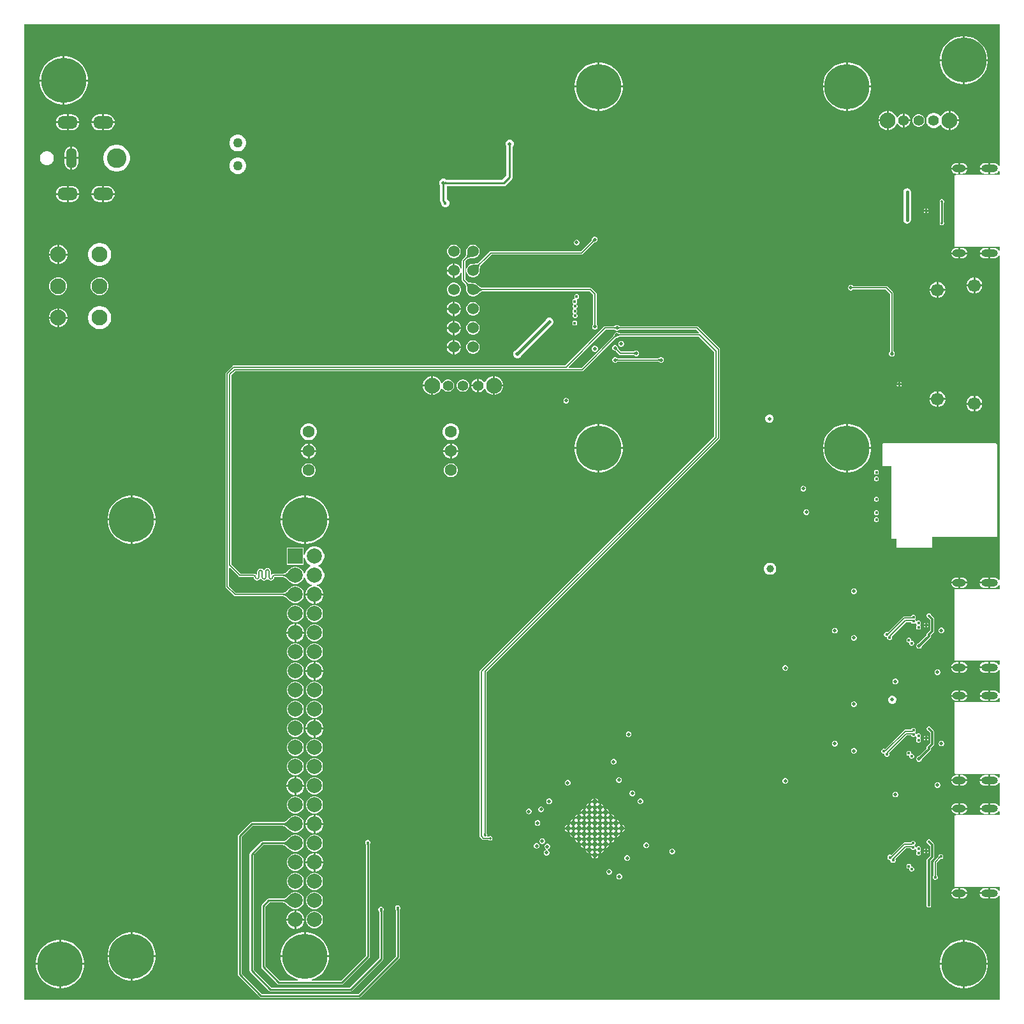
<source format=gbr>
%TF.GenerationSoftware,Altium Limited,Altium Designer,22.4.2 (48)*%
G04 Layer_Physical_Order=3*
G04 Layer_Color=16737894*
%FSLAX26Y26*%
%MOIN*%
%TF.SameCoordinates,1C2CB1AA-ACBE-45DF-AC24-D873E68AE3FE*%
%TF.FilePolarity,Positive*%
%TF.FileFunction,Copper,L3,Inr,Signal*%
%TF.Part,Single*%
G01*
G75*
%TA.AperFunction,Conductor*%
%ADD11C,0.005000*%
%ADD13C,0.007874*%
%ADD60C,0.011811*%
%ADD61C,0.010000*%
%ADD62C,0.015748*%
%ADD66C,0.005981*%
%TA.AperFunction,ComponentPad*%
%ADD68O,0.086614X0.039370*%
%ADD69O,0.070866X0.039370*%
%ADD70C,0.082677*%
%ADD71R,0.078740X0.078740*%
%ADD72C,0.078740*%
%ADD73O,0.106299X0.066929*%
%ADD74O,0.055118X0.106299*%
%ADD75C,0.102362*%
%ADD76C,0.055118*%
%ADD77C,0.062992*%
%ADD78C,0.236220*%
%ADD79C,0.066929*%
%ADD80C,0.060000*%
%TA.AperFunction,ViaPad*%
%ADD81C,0.027559*%
%ADD82C,0.019685*%
%ADD83C,0.013780*%
%ADD84C,0.015748*%
%ADD85C,0.017716*%
%ADD86C,0.039370*%
%ADD87C,0.050000*%
%TA.AperFunction,Conductor*%
%ADD88C,0.005906*%
G36*
X6092167Y5354016D02*
X6087167Y5353021D01*
X6087065Y5353268D01*
X6082648Y5359025D01*
X6076891Y5363443D01*
X6070186Y5366220D01*
X6062992Y5367167D01*
X6044370D01*
Y5339370D01*
Y5311573D01*
X6062992D01*
X6070186Y5312520D01*
X6076891Y5315297D01*
X6082648Y5319715D01*
X6087065Y5325472D01*
X6087167Y5325718D01*
X6092167Y5324724D01*
Y5305327D01*
X5862205D01*
X5861226Y5304921D01*
X5857283D01*
Y5300979D01*
X5856878Y5300000D01*
Y4936221D01*
X5857283Y4935242D01*
Y4931299D01*
X5861226D01*
X5862205Y4930894D01*
X6092167D01*
Y4911496D01*
X6087167Y4910502D01*
X6087065Y4910749D01*
X6082648Y4916506D01*
X6076891Y4920923D01*
X6070186Y4923700D01*
X6062992Y4924647D01*
X6044370D01*
Y4896850D01*
Y4869054D01*
X6062992D01*
X6070186Y4870001D01*
X6076891Y4872778D01*
X6082648Y4877195D01*
X6087065Y4882952D01*
X6087167Y4883199D01*
X6092167Y4882204D01*
Y3188662D01*
X6087167Y3187667D01*
X6087065Y3187914D01*
X6082648Y3193671D01*
X6076891Y3198088D01*
X6070186Y3200865D01*
X6062992Y3201812D01*
X6044370D01*
Y3174016D01*
Y3146219D01*
X6062992D01*
X6070186Y3147166D01*
X6076891Y3149943D01*
X6082648Y3154360D01*
X6087065Y3160117D01*
X6087167Y3160364D01*
X6092167Y3159370D01*
Y3139972D01*
X5862205D01*
X5861226Y3139567D01*
X5857283D01*
Y3135624D01*
X5856878Y3134646D01*
Y2770866D01*
X5857283Y2769887D01*
Y2765945D01*
X5861226D01*
X5862205Y2765539D01*
X6092167D01*
Y2746142D01*
X6087167Y2745148D01*
X6087065Y2745394D01*
X6082648Y2751151D01*
X6076891Y2755569D01*
X6070186Y2758346D01*
X6062992Y2759293D01*
X6044370D01*
Y2731496D01*
Y2703699D01*
X6062992D01*
X6070186Y2704646D01*
X6076891Y2707423D01*
X6082648Y2711841D01*
X6087065Y2717598D01*
X6087167Y2717845D01*
X6092167Y2716850D01*
Y2598110D01*
X6087167Y2597116D01*
X6087065Y2597363D01*
X6082648Y2603120D01*
X6076891Y2607537D01*
X6070186Y2610314D01*
X6062992Y2611261D01*
X6044370D01*
Y2583465D01*
Y2555668D01*
X6062992D01*
X6070186Y2556615D01*
X6076891Y2559392D01*
X6082648Y2563809D01*
X6087065Y2569566D01*
X6087167Y2569813D01*
X6092167Y2568818D01*
Y2549421D01*
X5862205D01*
X5861226Y2549016D01*
X5857283D01*
Y2545073D01*
X5856878Y2544094D01*
Y2180315D01*
X5857283Y2179336D01*
Y2175394D01*
X5861226D01*
X5862205Y2174988D01*
X6092167D01*
Y2155591D01*
X6087167Y2154596D01*
X6087065Y2154843D01*
X6082648Y2160600D01*
X6076891Y2165018D01*
X6070186Y2167794D01*
X6062992Y2168742D01*
X6044370D01*
Y2140945D01*
Y2113148D01*
X6062992D01*
X6070186Y2114095D01*
X6076891Y2116872D01*
X6082648Y2121290D01*
X6087065Y2127046D01*
X6087167Y2127293D01*
X6092167Y2126299D01*
Y2007559D01*
X6087167Y2006565D01*
X6087065Y2006812D01*
X6082648Y2012569D01*
X6076891Y2016986D01*
X6070186Y2019763D01*
X6062992Y2020710D01*
X6044370D01*
Y1992913D01*
Y1965117D01*
X6062992D01*
X6070186Y1966064D01*
X6076891Y1968841D01*
X6082648Y1973258D01*
X6087065Y1979015D01*
X6087167Y1979262D01*
X6092167Y1978267D01*
Y1958870D01*
X5862205D01*
X5861226Y1958465D01*
X5857283D01*
Y1954522D01*
X5856878Y1953543D01*
Y1589764D01*
X5857283Y1588785D01*
Y1584842D01*
X5861226D01*
X5862205Y1584437D01*
X6092167D01*
Y1565040D01*
X6087167Y1564045D01*
X6087065Y1564292D01*
X6082648Y1570049D01*
X6076891Y1574466D01*
X6070186Y1577243D01*
X6062992Y1578190D01*
X6044370D01*
Y1550394D01*
Y1522597D01*
X6062992D01*
X6070186Y1523544D01*
X6076891Y1526321D01*
X6082648Y1530738D01*
X6087065Y1536495D01*
X6087167Y1536742D01*
X6092167Y1535748D01*
Y994447D01*
X994447D01*
Y6092167D01*
X6092167D01*
Y5354016D01*
D02*
G37*
%LPC*%
G36*
X5915427Y6031496D02*
X5910512D01*
Y5910512D01*
X6031496D01*
Y5915427D01*
X6028394Y5935013D01*
X6022266Y5953873D01*
X6013263Y5971542D01*
X6001607Y5987585D01*
X5987585Y6001607D01*
X5971542Y6013263D01*
X5953873Y6022266D01*
X5935013Y6028394D01*
X5915427Y6031496D01*
D02*
G37*
G36*
X5900512D02*
X5895597D01*
X5876010Y6028394D01*
X5857151Y6022266D01*
X5839482Y6013263D01*
X5823439Y6001607D01*
X5809416Y5987585D01*
X5797760Y5971542D01*
X5788758Y5953873D01*
X5782630Y5935013D01*
X5779528Y5915427D01*
Y5910512D01*
X5900512D01*
Y6031496D01*
D02*
G37*
G36*
X1209915Y5925984D02*
X1205000D01*
Y5805000D01*
X1325984D01*
Y5809915D01*
X1322882Y5829501D01*
X1316754Y5848361D01*
X1307751Y5866030D01*
X1296095Y5882073D01*
X1282073Y5896095D01*
X1266030Y5907751D01*
X1248361Y5916754D01*
X1229501Y5922882D01*
X1209915Y5925984D01*
D02*
G37*
G36*
X1195000D02*
X1190085D01*
X1170499Y5922882D01*
X1151639Y5916754D01*
X1133970Y5907751D01*
X1117927Y5896095D01*
X1103905Y5882073D01*
X1092249Y5866030D01*
X1083246Y5848361D01*
X1077118Y5829501D01*
X1074016Y5809915D01*
Y5805000D01*
X1195000D01*
Y5925984D01*
D02*
G37*
G36*
X6031496Y5900512D02*
X5910512D01*
Y5779528D01*
X5915427D01*
X5935013Y5782630D01*
X5953873Y5788758D01*
X5971542Y5797760D01*
X5987585Y5809416D01*
X6001607Y5823439D01*
X6013263Y5839482D01*
X6022266Y5857151D01*
X6028394Y5876010D01*
X6031496Y5895597D01*
Y5900512D01*
D02*
G37*
G36*
X5900512D02*
X5779528D01*
Y5895597D01*
X5782630Y5876010D01*
X5788758Y5857151D01*
X5797760Y5839482D01*
X5809416Y5823439D01*
X5823439Y5809416D01*
X5839482Y5797760D01*
X5857151Y5788758D01*
X5876010Y5782630D01*
X5895597Y5779528D01*
X5900512D01*
Y5900512D01*
D02*
G37*
G36*
X5305191Y5893701D02*
X5300275D01*
Y5772716D01*
X5421260D01*
Y5777632D01*
X5418158Y5797218D01*
X5412030Y5816078D01*
X5403027Y5833747D01*
X5391371Y5849790D01*
X5377349Y5863812D01*
X5361306Y5875468D01*
X5343637Y5884471D01*
X5324777Y5890599D01*
X5305191Y5893701D01*
D02*
G37*
G36*
X5290275D02*
X5285360D01*
X5265774Y5890599D01*
X5246914Y5884471D01*
X5229245Y5875468D01*
X5213202Y5863812D01*
X5199180Y5849790D01*
X5187524Y5833747D01*
X5178521Y5816078D01*
X5172394Y5797218D01*
X5169291Y5777632D01*
Y5772716D01*
X5290275D01*
Y5893701D01*
D02*
G37*
G36*
X4005978D02*
X4001063D01*
Y5772716D01*
X4122047D01*
Y5777632D01*
X4118945Y5797218D01*
X4112817Y5816078D01*
X4103814Y5833747D01*
X4092158Y5849790D01*
X4078136Y5863812D01*
X4062093Y5875468D01*
X4044424Y5884471D01*
X4025564Y5890599D01*
X4005978Y5893701D01*
D02*
G37*
G36*
X3991063D02*
X3986148D01*
X3966562Y5890599D01*
X3947702Y5884471D01*
X3930033Y5875468D01*
X3913990Y5863812D01*
X3899968Y5849790D01*
X3888312Y5833747D01*
X3879309Y5816078D01*
X3873181Y5797218D01*
X3870079Y5777632D01*
Y5772716D01*
X3991063D01*
Y5893701D01*
D02*
G37*
G36*
X1325984Y5795000D02*
X1205000D01*
Y5674016D01*
X1209915D01*
X1229501Y5677118D01*
X1248361Y5683246D01*
X1266030Y5692249D01*
X1282073Y5703905D01*
X1296095Y5717927D01*
X1307751Y5733970D01*
X1316754Y5751639D01*
X1322882Y5770499D01*
X1325984Y5790085D01*
Y5795000D01*
D02*
G37*
G36*
X1195000D02*
X1074016D01*
Y5790085D01*
X1077118Y5770499D01*
X1083246Y5751639D01*
X1092249Y5733970D01*
X1103905Y5717927D01*
X1117927Y5703905D01*
X1133970Y5692249D01*
X1151639Y5683246D01*
X1170499Y5677118D01*
X1190085Y5674016D01*
X1195000D01*
Y5795000D01*
D02*
G37*
G36*
X5421260Y5762716D02*
X5300275D01*
Y5641732D01*
X5305191D01*
X5324777Y5644834D01*
X5343637Y5650962D01*
X5361306Y5659965D01*
X5377349Y5671621D01*
X5391371Y5685643D01*
X5403027Y5701686D01*
X5412030Y5719355D01*
X5418158Y5738215D01*
X5421260Y5757801D01*
Y5762716D01*
D02*
G37*
G36*
X5290275D02*
X5169291D01*
Y5757801D01*
X5172394Y5738215D01*
X5178521Y5719355D01*
X5187524Y5701686D01*
X5199180Y5685643D01*
X5213202Y5671621D01*
X5229245Y5659965D01*
X5246914Y5650962D01*
X5265774Y5644834D01*
X5285360Y5641732D01*
X5290275D01*
Y5762716D01*
D02*
G37*
G36*
X4122047Y5762716D02*
X4001063D01*
Y5641732D01*
X4005978D01*
X4025564Y5644834D01*
X4044424Y5650962D01*
X4062093Y5659965D01*
X4078136Y5671621D01*
X4092158Y5685643D01*
X4103814Y5701686D01*
X4112817Y5719355D01*
X4118945Y5738215D01*
X4122047Y5757801D01*
Y5762716D01*
D02*
G37*
G36*
X3991063D02*
X3870079D01*
Y5757801D01*
X3873181Y5738215D01*
X3879309Y5719355D01*
X3888312Y5701686D01*
X3899968Y5685643D01*
X3913990Y5671621D01*
X3930033Y5659965D01*
X3947702Y5650962D01*
X3966562Y5644834D01*
X3986148Y5641732D01*
X3991063D01*
Y5762716D01*
D02*
G37*
G36*
X5825709Y5639764D02*
X5824230D01*
X5811713Y5636410D01*
X5800491Y5629931D01*
X5791329Y5620769D01*
X5786574Y5612533D01*
X5780801D01*
X5779535Y5614725D01*
X5772205Y5622055D01*
X5763228Y5627238D01*
X5753215Y5629921D01*
X5742848D01*
X5732835Y5627238D01*
X5723858Y5622055D01*
X5716528Y5614725D01*
X5711345Y5605747D01*
X5708662Y5595734D01*
Y5585368D01*
X5711345Y5575355D01*
X5716528Y5566377D01*
X5723858Y5559047D01*
X5732835Y5553864D01*
X5742848Y5551181D01*
X5753215D01*
X5763228Y5553864D01*
X5772205Y5559047D01*
X5779535Y5566377D01*
X5780801Y5568569D01*
X5786574D01*
X5791329Y5560334D01*
X5800491Y5551171D01*
X5811713Y5544692D01*
X5824230Y5541339D01*
X5825709D01*
Y5590551D01*
Y5639764D01*
D02*
G37*
G36*
X5837188D02*
X5835709D01*
Y5595551D01*
X5879921D01*
Y5597030D01*
X5876568Y5609547D01*
X5870088Y5620769D01*
X5860926Y5629931D01*
X5849704Y5636410D01*
X5837188Y5639764D01*
D02*
G37*
G36*
X5595551Y5625894D02*
Y5595551D01*
X5625894D01*
X5623569Y5604228D01*
X5618904Y5612307D01*
X5612307Y5618905D01*
X5604228Y5623569D01*
X5595551Y5625894D01*
D02*
G37*
G36*
X5502874Y5639764D02*
X5501395D01*
X5488879Y5636410D01*
X5477657Y5629931D01*
X5468494Y5620769D01*
X5462015Y5609547D01*
X5458661Y5597030D01*
Y5595551D01*
X5502874D01*
Y5639764D01*
D02*
G37*
G36*
X1425197Y5622404D02*
X1410512D01*
Y5585709D01*
X1466234D01*
X1465471Y5591500D01*
X1461306Y5601556D01*
X1454680Y5610192D01*
X1446044Y5616818D01*
X1435988Y5620983D01*
X1425197Y5622404D01*
D02*
G37*
G36*
X1400512D02*
X1385827D01*
X1375035Y5620983D01*
X1364979Y5616818D01*
X1356344Y5610192D01*
X1349718Y5601556D01*
X1345552Y5591500D01*
X1344790Y5585709D01*
X1400512D01*
Y5622404D01*
D02*
G37*
G36*
X1240158D02*
X1225472D01*
Y5585709D01*
X1281195D01*
X1280432Y5591500D01*
X1276267Y5601556D01*
X1269640Y5610192D01*
X1261005Y5616818D01*
X1250949Y5620983D01*
X1240158Y5622404D01*
D02*
G37*
G36*
X1215472D02*
X1200787D01*
X1189996Y5620983D01*
X1179940Y5616818D01*
X1171304Y5610192D01*
X1164678Y5601556D01*
X1160513Y5591500D01*
X1159750Y5585709D01*
X1215472D01*
Y5622404D01*
D02*
G37*
G36*
X5673567Y5623032D02*
X5665015D01*
X5656754Y5620818D01*
X5649348Y5616542D01*
X5643301Y5610495D01*
X5639025Y5603088D01*
X5636811Y5594827D01*
Y5586275D01*
X5639025Y5578014D01*
X5643301Y5570608D01*
X5649348Y5564560D01*
X5656754Y5560284D01*
X5665015Y5558071D01*
X5673567D01*
X5681828Y5560284D01*
X5689235Y5564560D01*
X5695282Y5570608D01*
X5699558Y5578014D01*
X5701772Y5586275D01*
Y5594827D01*
X5699558Y5603088D01*
X5695282Y5610495D01*
X5689235Y5616542D01*
X5681828Y5620818D01*
X5673567Y5623032D01*
D02*
G37*
G36*
X5625894Y5585551D02*
X5595551D01*
Y5555208D01*
X5604228Y5557533D01*
X5612307Y5562198D01*
X5618904Y5568795D01*
X5623569Y5576875D01*
X5625894Y5585551D01*
D02*
G37*
G36*
X5514353Y5639764D02*
X5512874D01*
Y5590551D01*
Y5541339D01*
X5514353D01*
X5526869Y5544692D01*
X5538091Y5551171D01*
X5547254Y5560334D01*
X5553733Y5571556D01*
X5554081Y5572854D01*
X5559446Y5573560D01*
X5562198Y5568795D01*
X5568795Y5562198D01*
X5576874Y5557533D01*
X5585551Y5555208D01*
Y5590551D01*
Y5625894D01*
X5576874Y5623569D01*
X5568795Y5618905D01*
X5562198Y5612307D01*
X5559446Y5607542D01*
X5554081Y5608249D01*
X5553733Y5609547D01*
X5547254Y5620769D01*
X5538091Y5629931D01*
X5526869Y5636410D01*
X5514353Y5639764D01*
D02*
G37*
G36*
X5879921Y5585551D02*
X5835709D01*
Y5541339D01*
X5837188D01*
X5849704Y5544692D01*
X5860926Y5551171D01*
X5870088Y5560334D01*
X5876568Y5571556D01*
X5879921Y5584072D01*
Y5585551D01*
D02*
G37*
G36*
X5502874D02*
X5458661D01*
Y5584072D01*
X5462015Y5571556D01*
X5468494Y5560334D01*
X5477657Y5551171D01*
X5488879Y5544692D01*
X5501395Y5541339D01*
X5502874D01*
Y5585551D01*
D02*
G37*
G36*
X1466234Y5575709D02*
X1410512D01*
Y5539014D01*
X1425197D01*
X1435988Y5540434D01*
X1446044Y5544600D01*
X1454680Y5551226D01*
X1461306Y5559861D01*
X1465471Y5569917D01*
X1466234Y5575709D01*
D02*
G37*
G36*
X1400512D02*
X1344790D01*
X1345552Y5569917D01*
X1349718Y5559861D01*
X1356344Y5551226D01*
X1364979Y5544600D01*
X1375035Y5540434D01*
X1385827Y5539014D01*
X1400512D01*
Y5575709D01*
D02*
G37*
G36*
X1281195Y5575709D02*
X1225472D01*
Y5539014D01*
X1240158D01*
X1250949Y5540434D01*
X1261005Y5544600D01*
X1269640Y5551226D01*
X1276267Y5559861D01*
X1280432Y5569917D01*
X1281195Y5575709D01*
D02*
G37*
G36*
X1215472D02*
X1159750D01*
X1160513Y5569917D01*
X1164678Y5559861D01*
X1171304Y5551226D01*
X1179940Y5544600D01*
X1189996Y5540434D01*
X1200787Y5539014D01*
X1215472D01*
Y5575709D01*
D02*
G37*
G36*
X2115990Y5516142D02*
X2104483D01*
X2093368Y5513164D01*
X2083403Y5507410D01*
X2075267Y5499274D01*
X2069514Y5489309D01*
X2066535Y5478194D01*
Y5466688D01*
X2069514Y5455573D01*
X2075267Y5445608D01*
X2083403Y5437472D01*
X2093368Y5431718D01*
X2104483Y5428740D01*
X2115990D01*
X2127104Y5431718D01*
X2137069Y5437472D01*
X2145206Y5445608D01*
X2150959Y5455573D01*
X2153937Y5466688D01*
Y5478194D01*
X2150959Y5489309D01*
X2145206Y5499274D01*
X2137069Y5507410D01*
X2127104Y5513164D01*
X2115990Y5516142D01*
D02*
G37*
G36*
X1245158Y5454372D02*
Y5398701D01*
X1275896D01*
Y5419291D01*
X1274678Y5428541D01*
X1271108Y5437161D01*
X1265429Y5444562D01*
X1258027Y5450242D01*
X1249407Y5453812D01*
X1245158Y5454372D01*
D02*
G37*
G36*
X1235158D02*
X1230908Y5453812D01*
X1222288Y5450242D01*
X1214886Y5444562D01*
X1209207Y5437161D01*
X1205637Y5428541D01*
X1204419Y5419291D01*
Y5398701D01*
X1235158D01*
Y5454372D01*
D02*
G37*
G36*
X1116999Y5430118D02*
X1107410D01*
X1098148Y5427636D01*
X1089844Y5422842D01*
X1083064Y5416061D01*
X1078269Y5407757D01*
X1075787Y5398495D01*
Y5388906D01*
X1078269Y5379644D01*
X1083064Y5371340D01*
X1089844Y5364560D01*
X1098148Y5359765D01*
X1107410Y5357283D01*
X1116999D01*
X1126261Y5359765D01*
X1134565Y5364560D01*
X1141346Y5371340D01*
X1146140Y5379644D01*
X1148622Y5388906D01*
Y5398495D01*
X1146140Y5407757D01*
X1141346Y5416061D01*
X1134565Y5422842D01*
X1126261Y5427636D01*
X1116999Y5430118D01*
D02*
G37*
G36*
X6034370Y5367167D02*
X6015748D01*
X6008554Y5366220D01*
X6001850Y5363443D01*
X5996093Y5359025D01*
X5991675Y5353268D01*
X5988898Y5346564D01*
X5988609Y5344370D01*
X6034370D01*
Y5367167D01*
D02*
G37*
G36*
X5897638D02*
X5886890D01*
Y5344370D01*
X5924776D01*
X5924487Y5346564D01*
X5921711Y5353268D01*
X5917293Y5359025D01*
X5911536Y5363443D01*
X5904832Y5366220D01*
X5897638Y5367167D01*
D02*
G37*
G36*
X5876890D02*
X5866142D01*
X5858948Y5366220D01*
X5852243Y5363443D01*
X5846486Y5359025D01*
X5842069Y5353268D01*
X5839292Y5346564D01*
X5839003Y5344370D01*
X5876890D01*
Y5367167D01*
D02*
G37*
G36*
X1275896Y5388701D02*
X1245158D01*
Y5333030D01*
X1249407Y5333589D01*
X1258027Y5337160D01*
X1265429Y5342839D01*
X1271108Y5350241D01*
X1274678Y5358860D01*
X1275896Y5368110D01*
Y5388701D01*
D02*
G37*
G36*
X1235158D02*
X1204419D01*
Y5368110D01*
X1205637Y5358860D01*
X1209207Y5350241D01*
X1214886Y5342839D01*
X1222288Y5337160D01*
X1230908Y5333589D01*
X1235158Y5333030D01*
Y5388701D01*
D02*
G37*
G36*
X1483261Y5463583D02*
X1469495D01*
X1455994Y5460897D01*
X1443276Y5455629D01*
X1431831Y5447982D01*
X1422097Y5438248D01*
X1414449Y5426802D01*
X1409181Y5414085D01*
X1406496Y5400584D01*
Y5386818D01*
X1409181Y5373317D01*
X1414449Y5360599D01*
X1422097Y5349154D01*
X1431831Y5339420D01*
X1443276Y5331772D01*
X1455994Y5326504D01*
X1469495Y5323819D01*
X1483261D01*
X1496762Y5326504D01*
X1509479Y5331772D01*
X1520925Y5339420D01*
X1530659Y5349154D01*
X1538306Y5360599D01*
X1543574Y5373317D01*
X1546260Y5386818D01*
Y5400584D01*
X1543574Y5414085D01*
X1538306Y5426802D01*
X1530659Y5438248D01*
X1520925Y5447982D01*
X1509479Y5455629D01*
X1496762Y5460897D01*
X1483261Y5463583D01*
D02*
G37*
G36*
X6034370Y5334370D02*
X5988609D01*
X5988898Y5332176D01*
X5991675Y5325472D01*
X5996093Y5319715D01*
X6001850Y5315297D01*
X6008554Y5312520D01*
X6015748Y5311573D01*
X6034370D01*
Y5334370D01*
D02*
G37*
G36*
X5924776Y5334370D02*
X5886890D01*
Y5311573D01*
X5897638D01*
X5904832Y5312520D01*
X5911536Y5315297D01*
X5917293Y5319715D01*
X5921711Y5325472D01*
X5924487Y5332176D01*
X5924776Y5334370D01*
D02*
G37*
G36*
X5876890D02*
X5839003D01*
X5839292Y5332176D01*
X5842069Y5325472D01*
X5846486Y5319715D01*
X5852243Y5315297D01*
X5858948Y5312520D01*
X5866142Y5311573D01*
X5876890D01*
Y5334370D01*
D02*
G37*
G36*
X2115990Y5398032D02*
X2104483D01*
X2093368Y5395053D01*
X2083403Y5389300D01*
X2075267Y5381164D01*
X2069514Y5371199D01*
X2066535Y5360084D01*
Y5348577D01*
X2069514Y5337463D01*
X2075267Y5327498D01*
X2083403Y5319361D01*
X2093368Y5313608D01*
X2104483Y5310630D01*
X2115990D01*
X2127104Y5313608D01*
X2137069Y5319361D01*
X2145206Y5327498D01*
X2150959Y5337463D01*
X2153937Y5348577D01*
Y5360084D01*
X2150959Y5371199D01*
X2145206Y5381164D01*
X2137069Y5389300D01*
X2127104Y5395053D01*
X2115990Y5398032D01*
D02*
G37*
G36*
X3535803Y5490157D02*
X3527189D01*
X3519230Y5486861D01*
X3513139Y5480770D01*
X3509843Y5472811D01*
Y5464197D01*
X3513139Y5456238D01*
X3514356Y5455022D01*
Y5302376D01*
X3492900Y5280920D01*
X3198522D01*
X3197305Y5282136D01*
X3189347Y5285433D01*
X3180732D01*
X3172774Y5282136D01*
X3166682Y5276045D01*
X3163386Y5268087D01*
Y5259472D01*
X3166682Y5251514D01*
X3167899Y5250297D01*
Y5170049D01*
X3169204Y5163489D01*
X3172919Y5157929D01*
X3174331Y5156517D01*
Y5153889D01*
X3177477Y5146292D01*
X3183292Y5140477D01*
X3190889Y5137331D01*
X3199111D01*
X3206708Y5140477D01*
X3212523Y5146292D01*
X3215669Y5153889D01*
Y5162111D01*
X3212523Y5169708D01*
X3206708Y5175523D01*
X3202180Y5177398D01*
Y5246639D01*
X3500000D01*
X3506559Y5247944D01*
X3512120Y5251659D01*
X3543616Y5283156D01*
X3547332Y5288716D01*
X3548636Y5295276D01*
Y5455022D01*
X3549853Y5456238D01*
X3553150Y5464197D01*
Y5472811D01*
X3549853Y5480770D01*
X3543762Y5486861D01*
X3535803Y5490157D01*
D02*
G37*
G36*
X1240158Y5248388D02*
X1225472D01*
Y5211693D01*
X1281195D01*
X1280432Y5217484D01*
X1276267Y5227541D01*
X1269640Y5236176D01*
X1261005Y5242802D01*
X1250949Y5246967D01*
X1240158Y5248388D01*
D02*
G37*
G36*
X1215472D02*
X1200787D01*
X1189996Y5246967D01*
X1179940Y5242802D01*
X1171304Y5236176D01*
X1164678Y5227541D01*
X1160513Y5217484D01*
X1159750Y5211693D01*
X1215472D01*
Y5248388D01*
D02*
G37*
G36*
X1425197D02*
X1410512D01*
Y5211693D01*
X1466234D01*
X1465471Y5217484D01*
X1461306Y5227541D01*
X1454680Y5236176D01*
X1446044Y5242802D01*
X1435988Y5246967D01*
X1425197Y5248388D01*
D02*
G37*
G36*
X1400512D02*
X1385827D01*
X1375035Y5246967D01*
X1364979Y5242802D01*
X1356344Y5236176D01*
X1349718Y5227541D01*
X1345552Y5217484D01*
X1344790Y5211693D01*
X1400512D01*
Y5248388D01*
D02*
G37*
G36*
X1466234Y5201693D02*
X1410512D01*
Y5164998D01*
X1425197D01*
X1435988Y5166418D01*
X1446044Y5170584D01*
X1454680Y5177210D01*
X1461306Y5185845D01*
X1465471Y5195901D01*
X1466234Y5201693D01*
D02*
G37*
G36*
X1400512D02*
X1344790D01*
X1345552Y5195901D01*
X1349718Y5185845D01*
X1356344Y5177210D01*
X1364979Y5170584D01*
X1375035Y5166418D01*
X1385827Y5164998D01*
X1400512D01*
Y5201693D01*
D02*
G37*
G36*
X1281195Y5201693D02*
X1225472D01*
Y5164998D01*
X1240158D01*
X1250949Y5166418D01*
X1261005Y5170584D01*
X1269640Y5177210D01*
X1276267Y5185845D01*
X1280432Y5195901D01*
X1281195Y5201693D01*
D02*
G37*
G36*
X1215472D02*
X1159750D01*
X1160513Y5195901D01*
X1164678Y5185845D01*
X1171304Y5177210D01*
X1179940Y5170584D01*
X1189996Y5166418D01*
X1200787Y5164998D01*
X1215472D01*
Y5201693D01*
D02*
G37*
G36*
X5713661Y5129974D02*
Y5123110D01*
X5720525D01*
X5719575Y5125403D01*
X5715954Y5129024D01*
X5713661Y5129974D01*
D02*
G37*
G36*
X5703661D02*
X5701369Y5129024D01*
X5697747Y5125403D01*
X5696798Y5123110D01*
X5703661D01*
Y5129974D01*
D02*
G37*
G36*
X5720525Y5113110D02*
X5713661D01*
Y5106247D01*
X5715954Y5107196D01*
X5719575Y5110818D01*
X5720525Y5113110D01*
D02*
G37*
G36*
X5703661D02*
X5696798D01*
X5697747Y5110818D01*
X5701369Y5107196D01*
X5703661Y5106247D01*
Y5113110D01*
D02*
G37*
G36*
X5609252Y5236606D02*
X5601571Y5235078D01*
X5595060Y5230727D01*
X5590709Y5224216D01*
X5589181Y5216535D01*
Y5071850D01*
X5590709Y5064170D01*
X5595060Y5057658D01*
X5601571Y5053307D01*
X5609252Y5051780D01*
X5616933Y5053307D01*
X5623444Y5057658D01*
X5627795Y5064170D01*
X5629323Y5071850D01*
Y5216535D01*
X5627795Y5224216D01*
X5623444Y5230727D01*
X5616933Y5235078D01*
X5609252Y5236606D01*
D02*
G37*
G36*
X5793649Y5179134D02*
X5788950D01*
X5784609Y5177336D01*
X5781286Y5174013D01*
X5779488Y5169672D01*
Y5164973D01*
X5781286Y5160632D01*
X5781472Y5160447D01*
Y5060326D01*
X5780065Y5056930D01*
Y5052231D01*
X5781863Y5047890D01*
X5785186Y5044568D01*
X5789527Y5042769D01*
X5794226D01*
X5798567Y5044568D01*
X5801889Y5047890D01*
X5803687Y5052231D01*
Y5056930D01*
X5801889Y5061271D01*
X5801703Y5061457D01*
Y5161577D01*
X5803110Y5164973D01*
Y5169672D01*
X5801312Y5174013D01*
X5797990Y5177336D01*
X5793649Y5179134D01*
D02*
G37*
G36*
X3884827Y4967520D02*
X3878953D01*
X3873527Y4965272D01*
X3869374Y4961119D01*
X3867126Y4955693D01*
Y4949819D01*
X3869374Y4944393D01*
X3873527Y4940240D01*
X3878953Y4937992D01*
X3884827D01*
X3890253Y4940240D01*
X3894406Y4944393D01*
X3896654Y4949819D01*
Y4955693D01*
X3894406Y4961119D01*
X3890253Y4965272D01*
X3884827Y4967520D01*
D02*
G37*
G36*
X5897638Y4924647D02*
X5886890D01*
Y4901851D01*
X5924776D01*
X5924487Y4904045D01*
X5921711Y4910749D01*
X5917293Y4916506D01*
X5911536Y4920923D01*
X5904832Y4923700D01*
X5897638Y4924647D01*
D02*
G37*
G36*
X5876890D02*
X5866142D01*
X5858948Y4923700D01*
X5852243Y4920923D01*
X5846486Y4916506D01*
X5842069Y4910749D01*
X5839292Y4904045D01*
X5839003Y4901851D01*
X5876890D01*
Y4924647D01*
D02*
G37*
G36*
X6034370D02*
X6015748D01*
X6008554Y4923700D01*
X6001850Y4920923D01*
X5996093Y4916506D01*
X5991675Y4910749D01*
X5988898Y4904045D01*
X5988609Y4901850D01*
X6034370D01*
Y4924647D01*
D02*
G37*
G36*
X1177739Y4938976D02*
X1176260D01*
Y4894764D01*
X1220473D01*
Y4896243D01*
X1217119Y4908759D01*
X1210640Y4919981D01*
X1201477Y4929144D01*
X1190255Y4935623D01*
X1177739Y4938976D01*
D02*
G37*
G36*
X1166260D02*
X1164781D01*
X1152264Y4935623D01*
X1141043Y4929144D01*
X1131880Y4919981D01*
X1125401Y4908759D01*
X1122047Y4896243D01*
Y4894764D01*
X1166260D01*
Y4938976D01*
D02*
G37*
G36*
X3244558Y4941221D02*
X3235363D01*
X3226481Y4938841D01*
X3218518Y4934243D01*
X3212017Y4927741D01*
X3207419Y4919778D01*
X3205039Y4910897D01*
Y4901702D01*
X3207419Y4892820D01*
X3212017Y4884857D01*
X3218518Y4878355D01*
X3226481Y4873758D01*
X3235363Y4871378D01*
X3244558D01*
X3253440Y4873758D01*
X3261403Y4878355D01*
X3267905Y4884857D01*
X3272502Y4892820D01*
X3274882Y4901702D01*
Y4910897D01*
X3272502Y4919778D01*
X3267905Y4927741D01*
X3261403Y4934243D01*
X3253440Y4938841D01*
X3244558Y4941221D01*
D02*
G37*
G36*
X6034370Y4891850D02*
X5988609D01*
X5988898Y4889656D01*
X5991675Y4882952D01*
X5996093Y4877195D01*
X6001850Y4872778D01*
X6008554Y4870001D01*
X6015748Y4869054D01*
X6034370D01*
Y4891850D01*
D02*
G37*
G36*
X5924776Y4891851D02*
X5886890D01*
Y4869054D01*
X5897638D01*
X5904832Y4870001D01*
X5911536Y4872778D01*
X5917293Y4877195D01*
X5921711Y4882952D01*
X5924487Y4889656D01*
X5924776Y4891851D01*
D02*
G37*
G36*
X5876890D02*
X5839003D01*
X5839292Y4889656D01*
X5842069Y4882952D01*
X5846486Y4877195D01*
X5852243Y4872778D01*
X5858948Y4870001D01*
X5866142Y4869054D01*
X5876890D01*
Y4891851D01*
D02*
G37*
G36*
X1220473Y4884764D02*
X1176260D01*
Y4840551D01*
X1177739D01*
X1190255Y4843905D01*
X1201477Y4850384D01*
X1210640Y4859546D01*
X1217119Y4870768D01*
X1220473Y4883285D01*
Y4884764D01*
D02*
G37*
G36*
X1166260D02*
X1122047D01*
Y4883285D01*
X1125401Y4870768D01*
X1131880Y4859546D01*
X1141043Y4850384D01*
X1152264Y4843905D01*
X1164781Y4840551D01*
X1166260D01*
Y4884764D01*
D02*
G37*
G36*
X1393709Y4949803D02*
X1381882D01*
X1370283Y4947496D01*
X1359356Y4942970D01*
X1349522Y4936399D01*
X1341160Y4928037D01*
X1334589Y4918203D01*
X1330063Y4907276D01*
X1327756Y4895677D01*
Y4883850D01*
X1330063Y4872251D01*
X1334589Y4861324D01*
X1341160Y4851491D01*
X1349522Y4843128D01*
X1359356Y4836557D01*
X1370283Y4832032D01*
X1381882Y4829724D01*
X1393709D01*
X1405308Y4832032D01*
X1416235Y4836557D01*
X1426068Y4843128D01*
X1434431Y4851491D01*
X1441002Y4861324D01*
X1445527Y4872251D01*
X1447835Y4883850D01*
Y4895677D01*
X1445527Y4907276D01*
X1441002Y4918203D01*
X1434431Y4928037D01*
X1426068Y4936399D01*
X1416235Y4942970D01*
X1405308Y4947496D01*
X1393709Y4949803D01*
D02*
G37*
G36*
X3344558Y4941221D02*
X3335363D01*
X3326481Y4938841D01*
X3318518Y4934243D01*
X3312017Y4927741D01*
X3307419Y4919778D01*
X3305039Y4910897D01*
Y4906987D01*
X3304635Y4906025D01*
X3304614Y4901557D01*
X3304166Y4893684D01*
X3303762Y4890424D01*
X3303235Y4887506D01*
X3302606Y4884992D01*
X3301896Y4882895D01*
X3301138Y4881226D01*
X3300372Y4879977D01*
X3299344Y4878756D01*
X3299205Y4878316D01*
X3283968Y4863079D01*
X3282010Y4860149D01*
X3281323Y4856693D01*
Y4817587D01*
X3276323Y4816929D01*
X3275253Y4820918D01*
X3270267Y4829554D01*
X3263216Y4836606D01*
X3254579Y4841592D01*
X3244961Y4844169D01*
Y4806299D01*
Y4768429D01*
X3254579Y4771006D01*
X3263216Y4775993D01*
X3270267Y4783044D01*
X3275253Y4791680D01*
X3276323Y4795670D01*
X3281323Y4795011D01*
Y4755905D01*
X3282010Y4752449D01*
X3283968Y4749519D01*
X3299205Y4734282D01*
X3299344Y4733842D01*
X3300372Y4732621D01*
X3301137Y4731373D01*
X3301896Y4729703D01*
X3302606Y4727607D01*
X3303235Y4725092D01*
X3303740Y4722296D01*
X3304614Y4710987D01*
X3304635Y4706573D01*
X3305039Y4705611D01*
Y4701702D01*
X3307419Y4692820D01*
X3312017Y4684857D01*
X3318518Y4678355D01*
X3326481Y4673758D01*
X3335363Y4671378D01*
X3344558D01*
X3353440Y4673758D01*
X3361403Y4678355D01*
X3364167Y4681120D01*
X3365133Y4681514D01*
X3368308Y4684658D01*
X3374192Y4689908D01*
X3376783Y4691928D01*
X3379219Y4693620D01*
X3381441Y4694953D01*
X3383425Y4695933D01*
X3385143Y4696577D01*
X3386566Y4696918D01*
X3388156Y4697055D01*
X3388566Y4697267D01*
X3950960D01*
X3967968Y4680259D01*
Y4527597D01*
X3967739Y4527087D01*
X3967714Y4526278D01*
X3967659Y4525693D01*
X3967574Y4525177D01*
X3967463Y4524720D01*
X3967332Y4524321D01*
X3967183Y4523967D01*
X3967016Y4523652D01*
X3966830Y4523364D01*
X3966620Y4523095D01*
X3966220Y4522668D01*
X3965878Y4521757D01*
X3964484Y4520363D01*
X3962236Y4514937D01*
Y4509063D01*
X3964484Y4503637D01*
X3968637Y4499484D01*
X3974063Y4497236D01*
X3979937D01*
X3985363Y4499484D01*
X3989516Y4503637D01*
X3991764Y4509063D01*
Y4514937D01*
X3989516Y4520363D01*
X3988122Y4521757D01*
X3987780Y4522668D01*
X3987380Y4523095D01*
X3987170Y4523364D01*
X3986983Y4523653D01*
X3986817Y4523967D01*
X3986668Y4524320D01*
X3986537Y4524720D01*
X3986426Y4525177D01*
X3986341Y4525693D01*
X3986286Y4526278D01*
X3986261Y4527087D01*
X3986032Y4527597D01*
Y4684000D01*
X3985344Y4687456D01*
X3983386Y4690386D01*
X3961087Y4712686D01*
X3958157Y4714644D01*
X3954701Y4715331D01*
X3388566D01*
X3388156Y4715543D01*
X3386566Y4715680D01*
X3385143Y4716021D01*
X3383425Y4716666D01*
X3381440Y4717646D01*
X3379218Y4718979D01*
X3376883Y4720600D01*
X3368271Y4727977D01*
X3365133Y4731084D01*
X3364167Y4731479D01*
X3361403Y4734243D01*
X3353440Y4738841D01*
X3344558Y4741221D01*
X3340648D01*
X3339686Y4741624D01*
X3335219Y4741646D01*
X3327345Y4742094D01*
X3324085Y4742498D01*
X3321167Y4743025D01*
X3318653Y4743653D01*
X3316556Y4744364D01*
X3314888Y4745122D01*
X3313639Y4745887D01*
X3312418Y4746916D01*
X3311977Y4747055D01*
X3299386Y4759646D01*
Y4852952D01*
X3311977Y4865543D01*
X3312418Y4865683D01*
X3313639Y4866711D01*
X3314887Y4867476D01*
X3316557Y4868235D01*
X3318653Y4868945D01*
X3321167Y4869574D01*
X3323964Y4870078D01*
X3335273Y4870953D01*
X3339686Y4870974D01*
X3340648Y4871378D01*
X3344558D01*
X3353440Y4873758D01*
X3361403Y4878355D01*
X3367905Y4884857D01*
X3372502Y4892820D01*
X3374882Y4901702D01*
Y4910897D01*
X3372502Y4919778D01*
X3367905Y4927741D01*
X3361403Y4934243D01*
X3353440Y4938841D01*
X3344558Y4941221D01*
D02*
G37*
G36*
X3234961Y4844169D02*
X3225342Y4841592D01*
X3216705Y4836606D01*
X3209654Y4829554D01*
X3204668Y4820918D01*
X3202090Y4811299D01*
X3234961D01*
Y4844169D01*
D02*
G37*
G36*
X3979441Y4983268D02*
X3973567D01*
X3968141Y4981020D01*
X3963988Y4976867D01*
X3961740Y4971441D01*
Y4969469D01*
X3961338Y4968584D01*
X3961319Y4967999D01*
X3961277Y4967659D01*
X3961205Y4967324D01*
X3961100Y4966984D01*
X3960956Y4966628D01*
X3960766Y4966253D01*
X3960522Y4965852D01*
X3960216Y4965426D01*
X3959842Y4964974D01*
X3959287Y4964385D01*
X3959089Y4963862D01*
X3902684Y4907457D01*
X3432087D01*
X3428630Y4906770D01*
X3425700Y4904812D01*
X3367944Y4847055D01*
X3367503Y4846916D01*
X3366282Y4845887D01*
X3365034Y4845122D01*
X3363365Y4844363D01*
X3361268Y4843654D01*
X3358754Y4843025D01*
X3355957Y4842520D01*
X3344648Y4841646D01*
X3340235Y4841624D01*
X3339273Y4841221D01*
X3335363D01*
X3326481Y4838841D01*
X3318518Y4834243D01*
X3312017Y4827741D01*
X3307419Y4819778D01*
X3305039Y4810897D01*
Y4801702D01*
X3307419Y4792820D01*
X3312017Y4784857D01*
X3318518Y4778355D01*
X3326481Y4773758D01*
X3335363Y4771378D01*
X3344558D01*
X3353440Y4773758D01*
X3361403Y4778355D01*
X3367905Y4784857D01*
X3372502Y4792820D01*
X3374882Y4801702D01*
Y4805611D01*
X3375286Y4806573D01*
X3375307Y4811041D01*
X3375756Y4818914D01*
X3376160Y4822175D01*
X3376686Y4825093D01*
X3377315Y4827606D01*
X3378025Y4829703D01*
X3378783Y4831372D01*
X3379549Y4832621D01*
X3380577Y4833842D01*
X3380716Y4834282D01*
X3435828Y4889393D01*
X3906425D01*
X3909881Y4890081D01*
X3912812Y4892039D01*
X3971862Y4951089D01*
X3972385Y4951287D01*
X3972974Y4951842D01*
X3973426Y4952216D01*
X3973852Y4952522D01*
X3974253Y4952766D01*
X3974629Y4952956D01*
X3974984Y4953100D01*
X3975325Y4953205D01*
X3975659Y4953277D01*
X3975999Y4953319D01*
X3976584Y4953338D01*
X3977469Y4953740D01*
X3979441D01*
X3984867Y4955988D01*
X3989020Y4960141D01*
X3991268Y4965567D01*
Y4971441D01*
X3989020Y4976867D01*
X3984867Y4981020D01*
X3979441Y4983268D01*
D02*
G37*
G36*
X3234961Y4801299D02*
X3202090D01*
X3204668Y4791680D01*
X3209654Y4783044D01*
X3216705Y4775993D01*
X3225342Y4771006D01*
X3234961Y4768429D01*
Y4801299D01*
D02*
G37*
G36*
X5966072Y4769685D02*
X5965630D01*
Y4733346D01*
X6001968D01*
Y4733789D01*
X5999151Y4744302D01*
X5993709Y4753729D01*
X5986012Y4761425D01*
X5976586Y4766868D01*
X5966072Y4769685D01*
D02*
G37*
G36*
X5955630D02*
X5955188D01*
X5944674Y4766868D01*
X5935248Y4761425D01*
X5927551Y4753729D01*
X5922109Y4744302D01*
X5919292Y4733789D01*
Y4733346D01*
X5955630D01*
Y4769685D01*
D02*
G37*
G36*
X5773159Y4746063D02*
X5772717D01*
Y4709724D01*
X5809055D01*
Y4710167D01*
X5806238Y4720681D01*
X5800796Y4730107D01*
X5793099Y4737803D01*
X5783673Y4743246D01*
X5773159Y4746063D01*
D02*
G37*
G36*
X5762717D02*
X5762274D01*
X5751761Y4743246D01*
X5742334Y4737803D01*
X5734638Y4730107D01*
X5729195Y4720681D01*
X5726378Y4710167D01*
Y4709724D01*
X5762717D01*
Y4746063D01*
D02*
G37*
G36*
X6001968Y4723346D02*
X5965630D01*
Y4687008D01*
X5966072D01*
X5976586Y4689825D01*
X5986012Y4695267D01*
X5993709Y4702964D01*
X5999151Y4712390D01*
X6001968Y4722904D01*
Y4723346D01*
D02*
G37*
G36*
X5955630D02*
X5919292D01*
Y4722904D01*
X5922109Y4712390D01*
X5927551Y4702964D01*
X5935248Y4695267D01*
X5944674Y4689825D01*
X5955188Y4687008D01*
X5955630D01*
Y4723346D01*
D02*
G37*
G36*
X1393886Y4770669D02*
X1381705D01*
X1369940Y4767517D01*
X1359391Y4761427D01*
X1350778Y4752814D01*
X1344688Y4742265D01*
X1341535Y4730500D01*
Y4718319D01*
X1344688Y4706554D01*
X1350778Y4696005D01*
X1359391Y4687392D01*
X1369940Y4681302D01*
X1381705Y4678150D01*
X1393886D01*
X1405651Y4681302D01*
X1416200Y4687392D01*
X1424812Y4696005D01*
X1430903Y4706554D01*
X1434055Y4718319D01*
Y4730500D01*
X1430903Y4742265D01*
X1424812Y4752814D01*
X1416200Y4761427D01*
X1405651Y4767517D01*
X1393886Y4770669D01*
D02*
G37*
G36*
X1177350D02*
X1165170D01*
X1153404Y4767517D01*
X1142856Y4761427D01*
X1134243Y4752814D01*
X1128152Y4742265D01*
X1125000Y4730500D01*
Y4718319D01*
X1128152Y4706554D01*
X1134243Y4696005D01*
X1142856Y4687392D01*
X1153404Y4681302D01*
X1165170Y4678150D01*
X1177350D01*
X1189116Y4681302D01*
X1199664Y4687392D01*
X1208277Y4696005D01*
X1214367Y4706554D01*
X1217520Y4718319D01*
Y4730500D01*
X1214367Y4742265D01*
X1208277Y4752814D01*
X1199664Y4761427D01*
X1189116Y4767517D01*
X1177350Y4770669D01*
D02*
G37*
G36*
X3244688Y4742205D02*
X3235234D01*
X3226102Y4739758D01*
X3217914Y4735031D01*
X3211229Y4728346D01*
X3206502Y4720158D01*
X3204055Y4711026D01*
Y4701572D01*
X3206502Y4692440D01*
X3211229Y4684253D01*
X3217914Y4677568D01*
X3226102Y4672841D01*
X3235234Y4670394D01*
X3244688D01*
X3253820Y4672841D01*
X3262007Y4677568D01*
X3268692Y4684253D01*
X3273419Y4692440D01*
X3275866Y4701572D01*
Y4711026D01*
X3273419Y4720158D01*
X3268692Y4728346D01*
X3262007Y4735031D01*
X3253820Y4739758D01*
X3244688Y4742205D01*
D02*
G37*
G36*
X5809055Y4699724D02*
X5772717D01*
Y4663386D01*
X5773159D01*
X5783673Y4666203D01*
X5793099Y4671645D01*
X5800796Y4679342D01*
X5806238Y4688768D01*
X5809055Y4699282D01*
Y4699724D01*
D02*
G37*
G36*
X5762717D02*
X5726378D01*
Y4699282D01*
X5729195Y4688768D01*
X5734638Y4679342D01*
X5742334Y4671645D01*
X5751761Y4666203D01*
X5762274Y4663386D01*
X5762717D01*
Y4699724D01*
D02*
G37*
G36*
X3244961Y4644169D02*
Y4611299D01*
X3277831D01*
X3275253Y4620918D01*
X3270267Y4629554D01*
X3263216Y4636606D01*
X3254579Y4641592D01*
X3244961Y4644169D01*
D02*
G37*
G36*
X3234961D02*
X3225342Y4641592D01*
X3216705Y4636606D01*
X3209654Y4629554D01*
X3204668Y4620918D01*
X3202090Y4611299D01*
X3234961D01*
Y4644169D01*
D02*
G37*
G36*
X3344558Y4641221D02*
X3335363D01*
X3326481Y4638841D01*
X3318518Y4634243D01*
X3312017Y4627741D01*
X3307419Y4619778D01*
X3305039Y4610897D01*
Y4601702D01*
X3307419Y4592820D01*
X3312017Y4584857D01*
X3318518Y4578355D01*
X3326481Y4573758D01*
X3335363Y4571378D01*
X3344558D01*
X3353440Y4573758D01*
X3361403Y4578355D01*
X3367905Y4584857D01*
X3372502Y4592820D01*
X3374882Y4601702D01*
Y4610897D01*
X3372502Y4619778D01*
X3367905Y4627741D01*
X3361403Y4634243D01*
X3353440Y4638841D01*
X3344558Y4641221D01*
D02*
G37*
G36*
X3277831Y4601299D02*
X3244961D01*
Y4568429D01*
X3254579Y4571006D01*
X3263216Y4575993D01*
X3270267Y4583044D01*
X3275253Y4591680D01*
X3277831Y4601299D01*
D02*
G37*
G36*
X3234961D02*
X3202090D01*
X3204668Y4591680D01*
X3209654Y4583044D01*
X3216705Y4575993D01*
X3225342Y4571006D01*
X3234961Y4568429D01*
Y4601299D01*
D02*
G37*
G36*
X1177739Y4608268D02*
X1176260D01*
Y4564055D01*
X1220473D01*
Y4565534D01*
X1217119Y4578051D01*
X1210640Y4589272D01*
X1201477Y4598435D01*
X1190255Y4604914D01*
X1177739Y4608268D01*
D02*
G37*
G36*
X1166260D02*
X1164781D01*
X1152264Y4604914D01*
X1141043Y4598435D01*
X1131880Y4589272D01*
X1125401Y4578051D01*
X1122047Y4565534D01*
Y4564055D01*
X1166260D01*
Y4608268D01*
D02*
G37*
G36*
X3884435Y4682087D02*
X3879345D01*
X3874642Y4680139D01*
X3871042Y4676539D01*
X3869095Y4671836D01*
Y4666746D01*
X3871042Y4662043D01*
X3870387Y4660220D01*
X3868909Y4657106D01*
X3864629Y4655333D01*
X3861030Y4651734D01*
X3859082Y4647031D01*
Y4641941D01*
X3861030Y4637238D01*
X3863820Y4634448D01*
X3864564Y4632674D01*
X3864277Y4628372D01*
X3862153Y4626248D01*
X3860205Y4621545D01*
Y4616455D01*
X3862153Y4611752D01*
X3863638Y4610267D01*
X3864617Y4606111D01*
X3863418Y4603954D01*
X3861200Y4601736D01*
X3859252Y4597033D01*
Y4591943D01*
X3861200Y4587240D01*
X3863788Y4584652D01*
X3864746Y4583213D01*
X3864162Y4578493D01*
X3862800Y4577131D01*
X3860852Y4572428D01*
Y4567338D01*
X3862800Y4562635D01*
X3866399Y4559036D01*
X3871102Y4557088D01*
X3876193D01*
X3880896Y4559036D01*
X3884495Y4562635D01*
X3886443Y4567338D01*
Y4572428D01*
X3884495Y4577131D01*
X3881907Y4579720D01*
X3880948Y4581158D01*
X3881533Y4585879D01*
X3882895Y4587240D01*
X3884843Y4591943D01*
Y4597033D01*
X3882895Y4601736D01*
X3881409Y4603222D01*
X3880431Y4607378D01*
X3881630Y4609534D01*
X3883847Y4611752D01*
X3885795Y4616455D01*
Y4621545D01*
X3883847Y4626248D01*
X3881057Y4629038D01*
X3880312Y4630811D01*
X3880600Y4635114D01*
X3882724Y4637238D01*
X3884672Y4641941D01*
Y4647031D01*
X3882724Y4651734D01*
X3883379Y4653557D01*
X3884858Y4656671D01*
X3889138Y4658444D01*
X3892737Y4662043D01*
X3894685Y4666746D01*
Y4671836D01*
X3892737Y4676539D01*
X3889138Y4680139D01*
X3884435Y4682087D01*
D02*
G37*
G36*
X3874003Y4544500D02*
X3868913D01*
X3864210Y4542552D01*
X3860611Y4538953D01*
X3858663Y4534250D01*
Y4529160D01*
X3860611Y4524457D01*
X3864210Y4520858D01*
X3868913Y4518910D01*
X3874003D01*
X3878706Y4520858D01*
X3882305Y4524457D01*
X3884253Y4529160D01*
Y4534250D01*
X3882305Y4538953D01*
X3878706Y4542552D01*
X3874003Y4544500D01*
D02*
G37*
G36*
X3244961Y4544169D02*
Y4511299D01*
X3277831D01*
X3275253Y4520918D01*
X3270267Y4529554D01*
X3263216Y4536606D01*
X3254579Y4541592D01*
X3244961Y4544169D01*
D02*
G37*
G36*
X3234961D02*
X3225342Y4541592D01*
X3216705Y4536606D01*
X3209654Y4529554D01*
X3204668Y4520918D01*
X3202090Y4511299D01*
X3234961D01*
Y4544169D01*
D02*
G37*
G36*
X1220473Y4554055D02*
X1176260D01*
Y4509842D01*
X1177739D01*
X1190255Y4513196D01*
X1201477Y4519675D01*
X1210640Y4528838D01*
X1217119Y4540060D01*
X1220473Y4552576D01*
Y4554055D01*
D02*
G37*
G36*
X1166260D02*
X1122047D01*
Y4552576D01*
X1125401Y4540060D01*
X1131880Y4528838D01*
X1141043Y4519675D01*
X1152264Y4513196D01*
X1164781Y4509842D01*
X1166260D01*
Y4554055D01*
D02*
G37*
G36*
X1393709Y4619095D02*
X1381882D01*
X1370283Y4616787D01*
X1359356Y4612261D01*
X1349522Y4605691D01*
X1341160Y4597328D01*
X1334589Y4587494D01*
X1330063Y4576568D01*
X1327756Y4564968D01*
Y4553142D01*
X1330063Y4541542D01*
X1334589Y4530616D01*
X1341160Y4520782D01*
X1349522Y4512419D01*
X1359356Y4505849D01*
X1370283Y4501323D01*
X1381882Y4499016D01*
X1393709D01*
X1405308Y4501323D01*
X1416235Y4505849D01*
X1426068Y4512419D01*
X1434431Y4520782D01*
X1441002Y4530616D01*
X1445527Y4541542D01*
X1447835Y4553142D01*
Y4564968D01*
X1445527Y4576568D01*
X1441002Y4587494D01*
X1434431Y4597328D01*
X1426068Y4605691D01*
X1416235Y4612261D01*
X1405308Y4616787D01*
X1393709Y4619095D01*
D02*
G37*
G36*
X3344558Y4541221D02*
X3335363D01*
X3326481Y4538841D01*
X3318518Y4534243D01*
X3312017Y4527741D01*
X3307419Y4519778D01*
X3305039Y4510897D01*
Y4501702D01*
X3307419Y4492820D01*
X3312017Y4484857D01*
X3318518Y4478355D01*
X3326481Y4473758D01*
X3335363Y4471378D01*
X3344558D01*
X3353440Y4473758D01*
X3361403Y4478355D01*
X3367905Y4484857D01*
X3372502Y4492820D01*
X3374882Y4501702D01*
Y4510897D01*
X3372502Y4519778D01*
X3367905Y4527741D01*
X3361403Y4534243D01*
X3353440Y4538841D01*
X3344558Y4541221D01*
D02*
G37*
G36*
X3277831Y4501299D02*
X3244961D01*
Y4468429D01*
X3254579Y4471006D01*
X3263216Y4475993D01*
X3270267Y4483044D01*
X3275253Y4491680D01*
X3277831Y4501299D01*
D02*
G37*
G36*
X3234961D02*
X3202090D01*
X3204668Y4491680D01*
X3209654Y4483044D01*
X3216705Y4475993D01*
X3225342Y4471006D01*
X3234961Y4468429D01*
Y4501299D01*
D02*
G37*
G36*
X3244961Y4444169D02*
Y4411299D01*
X3277831D01*
X3275253Y4420918D01*
X3270267Y4429554D01*
X3263216Y4436606D01*
X3254579Y4441592D01*
X3244961Y4444169D01*
D02*
G37*
G36*
X3234961D02*
X3225342Y4441592D01*
X3216705Y4436606D01*
X3209654Y4429554D01*
X3204668Y4420918D01*
X3202090Y4411299D01*
X3234961D01*
Y4444169D01*
D02*
G37*
G36*
X4117110Y4437764D02*
X4111236D01*
X4105810Y4435516D01*
X4101657Y4431363D01*
X4099409Y4425937D01*
Y4420063D01*
X4101657Y4414637D01*
X4105810Y4410484D01*
X4111236Y4408236D01*
X4117110D01*
X4122536Y4410484D01*
X4126689Y4414637D01*
X4128937Y4420063D01*
Y4425937D01*
X4126689Y4431363D01*
X4122536Y4435516D01*
X4117110Y4437764D01*
D02*
G37*
G36*
X3344558Y4441221D02*
X3335363D01*
X3326481Y4438841D01*
X3318518Y4434243D01*
X3312017Y4427741D01*
X3307419Y4419778D01*
X3305039Y4410897D01*
Y4401702D01*
X3307419Y4392820D01*
X3312017Y4384857D01*
X3318518Y4378355D01*
X3326481Y4373758D01*
X3335363Y4371378D01*
X3344558D01*
X3353440Y4373758D01*
X3361403Y4378355D01*
X3367905Y4384857D01*
X3372502Y4392820D01*
X3374882Y4401702D01*
Y4410897D01*
X3372502Y4419778D01*
X3367905Y4427741D01*
X3361403Y4434243D01*
X3353440Y4438841D01*
X3344558Y4441221D01*
D02*
G37*
G36*
X3277831Y4401299D02*
X3244961D01*
Y4368429D01*
X3254579Y4371006D01*
X3263216Y4375993D01*
X3270267Y4383044D01*
X3275253Y4391680D01*
X3277831Y4401299D01*
D02*
G37*
G36*
X3234961D02*
X3202090D01*
X3204668Y4391680D01*
X3209654Y4383044D01*
X3216705Y4375993D01*
X3225342Y4371006D01*
X3234961Y4368429D01*
Y4401299D01*
D02*
G37*
G36*
X4085614Y4416339D02*
X4079740D01*
X4074314Y4414091D01*
X4070161Y4409938D01*
X4067913Y4404511D01*
Y4398638D01*
X4070161Y4393212D01*
X4074314Y4389059D01*
X4079740Y4386811D01*
X4081712D01*
X4082597Y4386409D01*
X4083182Y4386389D01*
X4083522Y4386348D01*
X4083857Y4386276D01*
X4084197Y4386171D01*
X4084553Y4386027D01*
X4084928Y4385837D01*
X4085329Y4385592D01*
X4085756Y4385286D01*
X4086207Y4384913D01*
X4086796Y4384358D01*
X4087320Y4384160D01*
X4104834Y4366645D01*
X4107764Y4364687D01*
X4111221Y4364000D01*
X4177316D01*
X4177827Y4363770D01*
X4178635Y4363746D01*
X4179220Y4363690D01*
X4179736Y4363605D01*
X4180194Y4363494D01*
X4180593Y4363364D01*
X4180946Y4363214D01*
X4181261Y4363048D01*
X4181549Y4362862D01*
X4181818Y4362651D01*
X4182246Y4362251D01*
X4183157Y4361909D01*
X4184550Y4360515D01*
X4189977Y4358268D01*
X4195850D01*
X4201276Y4360515D01*
X4205430Y4364668D01*
X4207677Y4370095D01*
Y4375968D01*
X4205430Y4381395D01*
X4201276Y4385548D01*
X4195850Y4387795D01*
X4189977D01*
X4184550Y4385548D01*
X4183157Y4384154D01*
X4182246Y4383812D01*
X4181818Y4383412D01*
X4181549Y4383201D01*
X4181261Y4383015D01*
X4180947Y4382849D01*
X4180593Y4382699D01*
X4180194Y4382568D01*
X4179736Y4382458D01*
X4179220Y4382373D01*
X4178635Y4382317D01*
X4177827Y4382293D01*
X4177316Y4382063D01*
X4114962D01*
X4100092Y4396932D01*
X4099894Y4397456D01*
X4099340Y4398044D01*
X4098965Y4398497D01*
X4098660Y4398923D01*
X4098415Y4399324D01*
X4098225Y4399699D01*
X4098081Y4400055D01*
X4097976Y4400395D01*
X4097904Y4400730D01*
X4097863Y4401070D01*
X4097843Y4401655D01*
X4097441Y4402540D01*
Y4404511D01*
X4095193Y4409938D01*
X4091040Y4414091D01*
X4085614Y4416339D01*
D02*
G37*
G36*
X5317897Y4731299D02*
X5312024D01*
X5306598Y4729051D01*
X5302444Y4724898D01*
X5300197Y4719472D01*
Y4713599D01*
X5302444Y4708172D01*
X5306598Y4704019D01*
X5312024Y4701772D01*
X5317897D01*
X5323324Y4704019D01*
X5324743Y4705439D01*
X5325682Y4705806D01*
X5326331Y4706430D01*
X5326846Y4706867D01*
X5327337Y4707228D01*
X5327800Y4707518D01*
X5328239Y4707748D01*
X5328655Y4707924D01*
X5329053Y4708053D01*
X5329443Y4708141D01*
X5329838Y4708195D01*
X5330479Y4708223D01*
X5331004Y4708468D01*
X5496659D01*
X5521461Y4683666D01*
Y4387107D01*
X5521215Y4386581D01*
X5521187Y4385940D01*
X5521134Y4385546D01*
X5521045Y4385156D01*
X5520916Y4384757D01*
X5520740Y4384341D01*
X5520511Y4383902D01*
X5520220Y4383440D01*
X5519859Y4382948D01*
X5519422Y4382433D01*
X5518798Y4381784D01*
X5518431Y4380845D01*
X5517011Y4379426D01*
X5514764Y4374000D01*
Y4368126D01*
X5517011Y4362700D01*
X5521165Y4358547D01*
X5526591Y4356299D01*
X5532464D01*
X5537891Y4358547D01*
X5542044Y4362700D01*
X5544291Y4368126D01*
Y4374000D01*
X5542044Y4379426D01*
X5540624Y4380845D01*
X5540257Y4381784D01*
X5539633Y4382433D01*
X5539196Y4382949D01*
X5538835Y4383439D01*
X5538545Y4383902D01*
X5538315Y4384341D01*
X5538139Y4384757D01*
X5538010Y4385156D01*
X5537922Y4385546D01*
X5537868Y4385940D01*
X5537840Y4386581D01*
X5537595Y4387106D01*
Y4687008D01*
X5536980Y4690095D01*
X5535232Y4692712D01*
X5505704Y4722240D01*
X5503087Y4723988D01*
X5500000Y4724602D01*
X5331004D01*
X5330479Y4724848D01*
X5329838Y4724876D01*
X5329443Y4724929D01*
X5329053Y4725018D01*
X5328655Y4725147D01*
X5328238Y4725323D01*
X5327800Y4725552D01*
X5327337Y4725843D01*
X5326846Y4726204D01*
X5326331Y4726641D01*
X5325682Y4727265D01*
X5324743Y4727632D01*
X5323324Y4729051D01*
X5317897Y4731299D01*
D02*
G37*
G36*
X3743480Y4559055D02*
X3734866D01*
X3726907Y4555758D01*
X3720816Y4549667D01*
X3719233Y4545846D01*
X3563406Y4390018D01*
X3559585Y4388436D01*
X3553494Y4382344D01*
X3550197Y4374386D01*
Y4365772D01*
X3553494Y4357813D01*
X3559585Y4351722D01*
X3567543Y4348425D01*
X3576157D01*
X3584116Y4351722D01*
X3590207Y4357813D01*
X3591790Y4361634D01*
X3747618Y4517462D01*
X3751439Y4519045D01*
X3757530Y4525136D01*
X3760827Y4533095D01*
Y4541709D01*
X3757530Y4549667D01*
X3751439Y4555758D01*
X3743480Y4559055D01*
D02*
G37*
G36*
X4325771Y4353346D02*
X4319898D01*
X4314472Y4351099D01*
X4313078Y4349705D01*
X4312167Y4349363D01*
X4311740Y4348963D01*
X4311470Y4348752D01*
X4311182Y4348566D01*
X4310868Y4348400D01*
X4310514Y4348251D01*
X4310115Y4348120D01*
X4309658Y4348009D01*
X4309141Y4347924D01*
X4308556Y4347868D01*
X4307748Y4347844D01*
X4307238Y4347614D01*
X4098274D01*
X4097764Y4347844D01*
X4096956Y4347868D01*
X4096370Y4347924D01*
X4095854Y4348009D01*
X4095397Y4348120D01*
X4094998Y4348250D01*
X4094644Y4348400D01*
X4094329Y4348566D01*
X4094042Y4348752D01*
X4093772Y4348963D01*
X4093345Y4349363D01*
X4092434Y4349705D01*
X4091040Y4351099D01*
X4085614Y4353346D01*
X4079740D01*
X4074314Y4351099D01*
X4070161Y4346946D01*
X4067913Y4341519D01*
Y4335646D01*
X4070161Y4330220D01*
X4074314Y4326067D01*
X4079740Y4323819D01*
X4085614D01*
X4091040Y4326067D01*
X4092434Y4327461D01*
X4093345Y4327802D01*
X4093772Y4328202D01*
X4094042Y4328413D01*
X4094330Y4328599D01*
X4094644Y4328765D01*
X4094997Y4328915D01*
X4095397Y4329046D01*
X4095854Y4329157D01*
X4096370Y4329242D01*
X4096955Y4329297D01*
X4097764Y4329321D01*
X4098274Y4329551D01*
X4307238D01*
X4307748Y4329321D01*
X4308556Y4329297D01*
X4309141Y4329242D01*
X4309658Y4329157D01*
X4310115Y4329046D01*
X4310514Y4328915D01*
X4310868Y4328766D01*
X4311183Y4328599D01*
X4311470Y4328413D01*
X4311740Y4328202D01*
X4312167Y4327802D01*
X4313078Y4327461D01*
X4314472Y4326067D01*
X4319898Y4323819D01*
X4325771D01*
X4331198Y4326067D01*
X4335351Y4330220D01*
X4337598Y4335646D01*
Y4341519D01*
X4335351Y4346946D01*
X4331198Y4351099D01*
X4325771Y4353346D01*
D02*
G37*
G36*
X3443819Y4253937D02*
X3442340D01*
X3429823Y4250583D01*
X3418602Y4244104D01*
X3409439Y4234942D01*
X3402960Y4223720D01*
X3402612Y4222422D01*
X3397247Y4221715D01*
X3394495Y4226481D01*
X3387898Y4233078D01*
X3379818Y4237743D01*
X3371142Y4240068D01*
Y4204724D01*
Y4169381D01*
X3379818Y4171706D01*
X3387898Y4176371D01*
X3394495Y4182968D01*
X3397247Y4187733D01*
X3402612Y4187027D01*
X3402960Y4185729D01*
X3409439Y4174507D01*
X3418602Y4165345D01*
X3429823Y4158865D01*
X3442340Y4155512D01*
X3443819D01*
Y4204724D01*
Y4253937D01*
D02*
G37*
G36*
X5573000Y4225929D02*
Y4218000D01*
X5580929D01*
X5579748Y4220850D01*
X5575850Y4224748D01*
X5573000Y4225929D01*
D02*
G37*
G36*
X5563000D02*
X5560150Y4224748D01*
X5556252Y4220850D01*
X5555071Y4218000D01*
X5563000D01*
Y4225929D01*
D02*
G37*
G36*
X3455298Y4253937D02*
X3453819D01*
Y4209724D01*
X3498032D01*
Y4211203D01*
X3494678Y4223720D01*
X3488199Y4234942D01*
X3479036Y4244104D01*
X3467814Y4250583D01*
X3455298Y4253937D01*
D02*
G37*
G36*
X3361142Y4240068D02*
X3352465Y4237743D01*
X3344385Y4233078D01*
X3337788Y4226481D01*
X3333124Y4218401D01*
X3330799Y4209724D01*
X3361142D01*
Y4240068D01*
D02*
G37*
G36*
X3120984Y4253937D02*
X3119505D01*
X3106989Y4250583D01*
X3095767Y4244104D01*
X3086604Y4234942D01*
X3080125Y4223720D01*
X3076772Y4211203D01*
Y4209724D01*
X3120984D01*
Y4253937D01*
D02*
G37*
G36*
X5580929Y4208000D02*
X5573000D01*
Y4200071D01*
X5575850Y4201252D01*
X5579748Y4205150D01*
X5580929Y4208000D01*
D02*
G37*
G36*
X5563000D02*
X5555071D01*
X5556252Y4205150D01*
X5560150Y4201252D01*
X5563000Y4200071D01*
Y4208000D01*
D02*
G37*
G36*
X3291678Y4237205D02*
X3283126D01*
X3274865Y4234991D01*
X3267458Y4230715D01*
X3261411Y4224668D01*
X3257135Y4217261D01*
X3254921Y4209001D01*
Y4200448D01*
X3257135Y4192188D01*
X3261411Y4184781D01*
X3267458Y4178734D01*
X3274865Y4174458D01*
X3283126Y4172244D01*
X3291678D01*
X3299939Y4174458D01*
X3307345Y4178734D01*
X3313392Y4184781D01*
X3317668Y4192188D01*
X3319882Y4200448D01*
Y4209001D01*
X3317668Y4217261D01*
X3313392Y4224668D01*
X3307345Y4230715D01*
X3299939Y4234991D01*
X3291678Y4237205D01*
D02*
G37*
G36*
X3132463Y4253937D02*
X3130984D01*
Y4204724D01*
Y4155512D01*
X3132463D01*
X3144980Y4158865D01*
X3156202Y4165345D01*
X3165364Y4174507D01*
X3171843Y4185729D01*
X3173396Y4191524D01*
X3177124Y4192019D01*
X3178637Y4191767D01*
X3182671Y4184781D01*
X3188718Y4178734D01*
X3196124Y4174458D01*
X3204385Y4172244D01*
X3212938D01*
X3221198Y4174458D01*
X3228605Y4178734D01*
X3234652Y4184781D01*
X3238928Y4192188D01*
X3241142Y4200448D01*
Y4209001D01*
X3238928Y4217261D01*
X3234652Y4224668D01*
X3228605Y4230715D01*
X3221198Y4234991D01*
X3212938Y4237205D01*
X3204385D01*
X3196124Y4234991D01*
X3188718Y4230715D01*
X3182671Y4224668D01*
X3178637Y4217682D01*
X3177124Y4217430D01*
X3173396Y4217925D01*
X3171843Y4223720D01*
X3165364Y4234942D01*
X3156202Y4244104D01*
X3144980Y4250583D01*
X3132463Y4253937D01*
D02*
G37*
G36*
X3361142Y4199724D02*
X3330799D01*
X3333124Y4191048D01*
X3337788Y4182968D01*
X3344385Y4176371D01*
X3352465Y4171706D01*
X3361142Y4169381D01*
Y4199724D01*
D02*
G37*
G36*
X3498032D02*
X3453819D01*
Y4155512D01*
X3455298D01*
X3467814Y4158865D01*
X3479036Y4165345D01*
X3488199Y4174507D01*
X3494678Y4185729D01*
X3498032Y4198245D01*
Y4199724D01*
D02*
G37*
G36*
X3120984D02*
X3076772D01*
Y4198245D01*
X3080125Y4185729D01*
X3086604Y4174507D01*
X3095767Y4165345D01*
X3106989Y4158865D01*
X3119505Y4155512D01*
X3120984D01*
Y4199724D01*
D02*
G37*
G36*
X5773159Y4175197D02*
X5772717D01*
Y4138858D01*
X5809055D01*
Y4139301D01*
X5806238Y4149814D01*
X5800796Y4159241D01*
X5793099Y4166937D01*
X5783673Y4172380D01*
X5773159Y4175197D01*
D02*
G37*
G36*
X5762717D02*
X5762274D01*
X5751761Y4172380D01*
X5742334Y4166937D01*
X5734638Y4159241D01*
X5729195Y4149814D01*
X5726378Y4139301D01*
Y4138858D01*
X5762717D01*
Y4175197D01*
D02*
G37*
G36*
X5966072Y4151575D02*
X5965630D01*
Y4115236D01*
X6001968D01*
Y4115678D01*
X5999151Y4126192D01*
X5993709Y4135619D01*
X5986012Y4143315D01*
X5976586Y4148757D01*
X5966072Y4151575D01*
D02*
G37*
G36*
X5955630D02*
X5955188D01*
X5944674Y4148757D01*
X5935248Y4143315D01*
X5927551Y4135619D01*
X5922109Y4126192D01*
X5919292Y4115678D01*
Y4115236D01*
X5955630D01*
Y4151575D01*
D02*
G37*
G36*
X3829708Y4140748D02*
X3823835D01*
X3818409Y4138500D01*
X3814256Y4134347D01*
X3812008Y4128921D01*
Y4123048D01*
X3814256Y4117621D01*
X3818409Y4113468D01*
X3823835Y4111221D01*
X3829708D01*
X3835135Y4113468D01*
X3839288Y4117621D01*
X3841535Y4123048D01*
Y4128921D01*
X3839288Y4134347D01*
X3835135Y4138500D01*
X3829708Y4140748D01*
D02*
G37*
G36*
X5809055Y4128858D02*
X5772717D01*
Y4092520D01*
X5773159D01*
X5783673Y4095337D01*
X5793099Y4100779D01*
X5800796Y4108476D01*
X5806238Y4117902D01*
X5809055Y4128416D01*
Y4128858D01*
D02*
G37*
G36*
X5762717D02*
X5726378D01*
Y4128416D01*
X5729195Y4117902D01*
X5734638Y4108476D01*
X5742334Y4100779D01*
X5751761Y4095337D01*
X5762274Y4092520D01*
X5762717D01*
Y4128858D01*
D02*
G37*
G36*
X6001968Y4105236D02*
X5965630D01*
Y4068898D01*
X5966072D01*
X5976586Y4071715D01*
X5986012Y4077157D01*
X5993709Y4084854D01*
X5999151Y4094280D01*
X6001968Y4104794D01*
Y4105236D01*
D02*
G37*
G36*
X5955630D02*
X5919292D01*
Y4104794D01*
X5922109Y4094280D01*
X5927551Y4084854D01*
X5935248Y4077157D01*
X5944674Y4071715D01*
X5955188Y4068898D01*
X5955630D01*
Y4105236D01*
D02*
G37*
G36*
X4894071Y4053150D02*
X4885457D01*
X4877498Y4049853D01*
X4871407Y4043762D01*
X4868110Y4035803D01*
Y4027189D01*
X4871407Y4019230D01*
X4877498Y4013139D01*
X4885457Y4009843D01*
X4894071D01*
X4902029Y4013139D01*
X4908121Y4019230D01*
X4911417Y4027189D01*
Y4035803D01*
X4908121Y4043762D01*
X4902029Y4049853D01*
X4894071Y4053150D01*
D02*
G37*
G36*
X3230111Y4005512D02*
X3218708D01*
X3207693Y4002560D01*
X3197818Y3996859D01*
X3189755Y3988796D01*
X3184054Y3978921D01*
X3181102Y3967906D01*
Y3956503D01*
X3184054Y3945489D01*
X3189755Y3935614D01*
X3197818Y3927550D01*
X3207693Y3921849D01*
X3218708Y3918898D01*
X3230111D01*
X3241125Y3921849D01*
X3251001Y3927550D01*
X3259064Y3935614D01*
X3264765Y3945489D01*
X3267716Y3956503D01*
Y3967906D01*
X3264765Y3978921D01*
X3259064Y3988796D01*
X3251001Y3996859D01*
X3241125Y4002560D01*
X3230111Y4005512D01*
D02*
G37*
G36*
X2486017D02*
X2474613D01*
X2463599Y4002560D01*
X2453724Y3996859D01*
X2445661Y3988796D01*
X2439959Y3978921D01*
X2437008Y3967906D01*
Y3956503D01*
X2439959Y3945489D01*
X2445661Y3935614D01*
X2453724Y3927550D01*
X2463599Y3921849D01*
X2474613Y3918898D01*
X2486017D01*
X2497031Y3921849D01*
X2506906Y3927550D01*
X2514969Y3935614D01*
X2520671Y3945489D01*
X2523622Y3956503D01*
Y3967906D01*
X2520671Y3978921D01*
X2514969Y3988796D01*
X2506906Y3996859D01*
X2497031Y4002560D01*
X2486017Y4005512D01*
D02*
G37*
G36*
X5305191Y4003937D02*
X5300276D01*
Y3882953D01*
X5421260D01*
Y3887868D01*
X5418158Y3907454D01*
X5412030Y3926314D01*
X5403027Y3943983D01*
X5391371Y3960026D01*
X5377349Y3974048D01*
X5361306Y3985704D01*
X5343637Y3994707D01*
X5324777Y4000835D01*
X5305191Y4003937D01*
D02*
G37*
G36*
X5290276D02*
X5285360D01*
X5265774Y4000835D01*
X5246914Y3994707D01*
X5229245Y3985704D01*
X5213202Y3974048D01*
X5199180Y3960026D01*
X5187524Y3943983D01*
X5178521Y3926314D01*
X5172394Y3907454D01*
X5169291Y3887868D01*
Y3882953D01*
X5290276D01*
Y4003937D01*
D02*
G37*
G36*
X4005978D02*
X4001063D01*
Y3882953D01*
X4122047D01*
Y3887868D01*
X4118945Y3907454D01*
X4112817Y3926314D01*
X4103814Y3943983D01*
X4092158Y3960026D01*
X4078136Y3974048D01*
X4062093Y3985704D01*
X4044424Y3994707D01*
X4025564Y4000835D01*
X4005978Y4003937D01*
D02*
G37*
G36*
X3991063D02*
X3986148D01*
X3966562Y4000835D01*
X3947702Y3994707D01*
X3930033Y3985704D01*
X3913990Y3974048D01*
X3899968Y3960026D01*
X3888312Y3943983D01*
X3879309Y3926314D01*
X3873181Y3907454D01*
X3870079Y3887868D01*
Y3882953D01*
X3991063D01*
Y4003937D01*
D02*
G37*
G36*
X3229593Y3901575D02*
X3229409D01*
Y3867205D01*
X3263779D01*
Y3867388D01*
X3261096Y3877401D01*
X3255913Y3886378D01*
X3248583Y3893709D01*
X3239606Y3898892D01*
X3229593Y3901575D01*
D02*
G37*
G36*
X2485498D02*
X2485315D01*
Y3867205D01*
X2519685D01*
Y3867388D01*
X2517002Y3877401D01*
X2511819Y3886378D01*
X2504489Y3893709D01*
X2495511Y3898892D01*
X2485498Y3901575D01*
D02*
G37*
G36*
X3219409D02*
X3219226D01*
X3209213Y3898892D01*
X3200236Y3893709D01*
X3192906Y3886378D01*
X3187722Y3877401D01*
X3185039Y3867388D01*
Y3867205D01*
X3219409D01*
Y3901575D01*
D02*
G37*
G36*
X2475315D02*
X2475132D01*
X2465119Y3898892D01*
X2456141Y3893709D01*
X2448811Y3886378D01*
X2443628Y3877401D01*
X2440945Y3867388D01*
Y3867205D01*
X2475315D01*
Y3901575D01*
D02*
G37*
G36*
X3263779Y3857205D02*
X3229409D01*
Y3822835D01*
X3229593D01*
X3239606Y3825518D01*
X3248583Y3830701D01*
X3255913Y3838031D01*
X3261096Y3847008D01*
X3263779Y3857021D01*
Y3857205D01*
D02*
G37*
G36*
X3219409D02*
X3185039D01*
Y3857021D01*
X3187722Y3847008D01*
X3192906Y3838031D01*
X3200236Y3830701D01*
X3209213Y3825518D01*
X3219226Y3822835D01*
X3219409D01*
Y3857205D01*
D02*
G37*
G36*
X2519685D02*
X2485315D01*
Y3822835D01*
X2485498D01*
X2495511Y3825518D01*
X2504489Y3830701D01*
X2511819Y3838031D01*
X2517002Y3847008D01*
X2519685Y3857021D01*
Y3857205D01*
D02*
G37*
G36*
X2475315D02*
X2440945D01*
Y3857021D01*
X2443628Y3847008D01*
X2448811Y3838031D01*
X2456141Y3830701D01*
X2465119Y3825518D01*
X2475132Y3822835D01*
X2475315D01*
Y3857205D01*
D02*
G37*
G36*
X5421260Y3872953D02*
X5300276D01*
Y3751969D01*
X5305191D01*
X5324777Y3755071D01*
X5343637Y3761199D01*
X5361306Y3770201D01*
X5377349Y3781857D01*
X5391371Y3795880D01*
X5403027Y3811923D01*
X5412030Y3829592D01*
X5418158Y3848451D01*
X5421260Y3868038D01*
Y3872953D01*
D02*
G37*
G36*
X5290276D02*
X5169291D01*
Y3868038D01*
X5172394Y3848451D01*
X5178521Y3829592D01*
X5187524Y3811923D01*
X5199180Y3795880D01*
X5213202Y3781857D01*
X5229245Y3770201D01*
X5246914Y3761199D01*
X5265774Y3755071D01*
X5285360Y3751969D01*
X5290276D01*
Y3872953D01*
D02*
G37*
G36*
X4122047Y3872953D02*
X4001063D01*
Y3751969D01*
X4005978D01*
X4025564Y3755071D01*
X4044424Y3761199D01*
X4062093Y3770201D01*
X4078136Y3781857D01*
X4092158Y3795880D01*
X4103814Y3811923D01*
X4112817Y3829592D01*
X4118945Y3848451D01*
X4122047Y3868038D01*
Y3872953D01*
D02*
G37*
G36*
X3991063D02*
X3870079D01*
Y3868038D01*
X3873181Y3848451D01*
X3879309Y3829592D01*
X3888312Y3811923D01*
X3899968Y3795880D01*
X3913990Y3781857D01*
X3930033Y3770201D01*
X3947702Y3761199D01*
X3966562Y3755071D01*
X3986148Y3751969D01*
X3991063D01*
Y3872953D01*
D02*
G37*
G36*
X5451364Y3764764D02*
X5446274D01*
X5441571Y3762816D01*
X5437971Y3759216D01*
X5436024Y3754514D01*
Y3749423D01*
X5437971Y3744720D01*
X5441571Y3741121D01*
X5446274Y3739173D01*
X5451364D01*
X5456067Y3741121D01*
X5459666Y3744720D01*
X5461614Y3749423D01*
Y3754514D01*
X5459666Y3759216D01*
X5456067Y3762816D01*
X5451364Y3764764D01*
D02*
G37*
G36*
X3229204Y3798622D02*
X3219615D01*
X3210353Y3796140D01*
X3202049Y3791346D01*
X3195268Y3784565D01*
X3190474Y3776261D01*
X3187992Y3766999D01*
Y3757410D01*
X3190474Y3748148D01*
X3195268Y3739844D01*
X3202049Y3733064D01*
X3210353Y3728269D01*
X3219615Y3725787D01*
X3229204D01*
X3238466Y3728269D01*
X3246770Y3733064D01*
X3253550Y3739844D01*
X3258345Y3748148D01*
X3260827Y3757410D01*
Y3766999D01*
X3258345Y3776261D01*
X3253550Y3784565D01*
X3246770Y3791346D01*
X3238466Y3796140D01*
X3229204Y3798622D01*
D02*
G37*
G36*
X2485109D02*
X2475521D01*
X2466258Y3796140D01*
X2457954Y3791346D01*
X2451174Y3784565D01*
X2446380Y3776261D01*
X2443898Y3766999D01*
Y3757410D01*
X2446380Y3748148D01*
X2451174Y3739844D01*
X2457954Y3733064D01*
X2466258Y3728269D01*
X2475521Y3725787D01*
X2485109D01*
X2494372Y3728269D01*
X2502676Y3733064D01*
X2509456Y3739844D01*
X2514251Y3748148D01*
X2516732Y3757410D01*
Y3766999D01*
X2514251Y3776261D01*
X2509456Y3784565D01*
X2502676Y3791346D01*
X2494372Y3796140D01*
X2485109Y3798622D01*
D02*
G37*
G36*
X5451364Y3729331D02*
X5446274D01*
X5441571Y3727383D01*
X5437971Y3723783D01*
X5436024Y3719081D01*
Y3713990D01*
X5437971Y3709287D01*
X5441571Y3705688D01*
X5446274Y3703740D01*
X5451364D01*
X5456067Y3705688D01*
X5459666Y3709287D01*
X5461614Y3713990D01*
Y3719081D01*
X5459666Y3723783D01*
X5456067Y3727383D01*
X5451364Y3729331D01*
D02*
G37*
G36*
X5069866Y3680118D02*
X5063992D01*
X5058566Y3677870D01*
X5054413Y3673717D01*
X5052165Y3668291D01*
Y3662418D01*
X5054413Y3656991D01*
X5058566Y3652838D01*
X5063992Y3650590D01*
X5069866D01*
X5075292Y3652838D01*
X5079445Y3656991D01*
X5081693Y3662418D01*
Y3668291D01*
X5079445Y3673717D01*
X5075292Y3677870D01*
X5069866Y3680118D01*
D02*
G37*
G36*
X5451364Y3623032D02*
X5446274D01*
X5441571Y3621084D01*
X5437971Y3617484D01*
X5436024Y3612781D01*
Y3607691D01*
X5437971Y3602988D01*
X5441571Y3599389D01*
X5446274Y3597441D01*
X5451364D01*
X5456067Y3599389D01*
X5459666Y3602988D01*
X5461614Y3607691D01*
Y3612781D01*
X5459666Y3617484D01*
X5456067Y3621084D01*
X5451364Y3623032D01*
D02*
G37*
G36*
X5085614Y3558071D02*
X5079740D01*
X5074314Y3555823D01*
X5070161Y3551670D01*
X5067913Y3546244D01*
Y3540370D01*
X5070161Y3534944D01*
X5074314Y3530791D01*
X5079740Y3528543D01*
X5085614D01*
X5091040Y3530791D01*
X5095193Y3534944D01*
X5097441Y3540370D01*
Y3546244D01*
X5095193Y3551670D01*
X5091040Y3555823D01*
X5085614Y3558071D01*
D02*
G37*
G36*
X5451364Y3552165D02*
X5446274D01*
X5441571Y3550218D01*
X5437971Y3546618D01*
X5436024Y3541915D01*
Y3536825D01*
X5437971Y3532122D01*
X5441571Y3528523D01*
X5446274Y3526575D01*
X5451364D01*
X5456067Y3528523D01*
X5459666Y3532122D01*
X5461614Y3536825D01*
Y3541915D01*
X5459666Y3546618D01*
X5456067Y3550218D01*
X5451364Y3552165D01*
D02*
G37*
G36*
X1565033Y3629921D02*
X1560118D01*
Y3508937D01*
X1681102D01*
Y3513852D01*
X1678000Y3533438D01*
X1671872Y3552298D01*
X1662870Y3569967D01*
X1651214Y3586010D01*
X1637191Y3600032D01*
X1621148Y3611688D01*
X1603479Y3620691D01*
X1584620Y3626819D01*
X1565033Y3629921D01*
D02*
G37*
G36*
X1550118D02*
X1545203D01*
X1525617Y3626819D01*
X1506757Y3620691D01*
X1489088Y3611688D01*
X1473045Y3600032D01*
X1459023Y3586010D01*
X1447367Y3569967D01*
X1438364Y3552298D01*
X1432236Y3533438D01*
X1429134Y3513852D01*
Y3508937D01*
X1550118D01*
Y3629921D01*
D02*
G37*
G36*
X2470545D02*
X2465630D01*
Y3508937D01*
X2586614D01*
Y3513852D01*
X2583512Y3533438D01*
X2577384Y3552298D01*
X2568381Y3569967D01*
X2556725Y3586010D01*
X2542703Y3600032D01*
X2526660Y3611688D01*
X2508991Y3620691D01*
X2490131Y3626819D01*
X2470545Y3629921D01*
D02*
G37*
G36*
X2455630D02*
X2450715D01*
X2431128Y3626819D01*
X2412269Y3620691D01*
X2394600Y3611688D01*
X2378557Y3600032D01*
X2364535Y3586010D01*
X2352878Y3569967D01*
X2343876Y3552298D01*
X2337748Y3533438D01*
X2334646Y3513852D01*
Y3508937D01*
X2455630D01*
Y3629921D01*
D02*
G37*
G36*
X5451364Y3516732D02*
X5446274D01*
X5441571Y3514784D01*
X5437971Y3511185D01*
X5436024Y3506482D01*
Y3501392D01*
X5437971Y3496689D01*
X5441571Y3493090D01*
X5446274Y3491142D01*
X5451364D01*
X5456067Y3493090D01*
X5459666Y3496689D01*
X5461614Y3501392D01*
Y3506482D01*
X5459666Y3511185D01*
X5456067Y3514784D01*
X5451364Y3516732D01*
D02*
G37*
G36*
X2586614Y3498937D02*
X2465630D01*
Y3377953D01*
X2470545D01*
X2490131Y3381055D01*
X2508991Y3387183D01*
X2526660Y3396186D01*
X2542703Y3407842D01*
X2556725Y3421864D01*
X2568381Y3437907D01*
X2577384Y3455576D01*
X2583512Y3474436D01*
X2586614Y3494022D01*
Y3498937D01*
D02*
G37*
G36*
X2455630D02*
X2334646D01*
Y3494022D01*
X2337748Y3474436D01*
X2343876Y3455576D01*
X2352878Y3437907D01*
X2364535Y3421864D01*
X2378557Y3407842D01*
X2394600Y3396186D01*
X2412269Y3387183D01*
X2431128Y3381055D01*
X2450715Y3377953D01*
X2455630D01*
Y3498937D01*
D02*
G37*
G36*
X1681102Y3498937D02*
X1560118D01*
Y3377953D01*
X1565033D01*
X1584620Y3381055D01*
X1603479Y3387183D01*
X1621148Y3396186D01*
X1637191Y3407842D01*
X1651214Y3421864D01*
X1662870Y3437907D01*
X1671872Y3455576D01*
X1678000Y3474436D01*
X1681102Y3494022D01*
Y3498937D01*
D02*
G37*
G36*
X1550118D02*
X1429134D01*
Y3494022D01*
X1432236Y3474436D01*
X1438364Y3455576D01*
X1447367Y3437907D01*
X1459023Y3421864D01*
X1473045Y3407842D01*
X1489088Y3396186D01*
X1506757Y3387183D01*
X1525617Y3381055D01*
X1545203Y3377953D01*
X1550118D01*
Y3498937D01*
D02*
G37*
G36*
X6074803Y3902965D02*
X5484252D01*
X5480485Y3901404D01*
X5478925Y3897638D01*
Y3787402D01*
X5480485Y3783635D01*
X5484252Y3782075D01*
X5526169D01*
Y3409449D01*
X5527729Y3405682D01*
X5531496Y3404122D01*
X5553728D01*
Y3362205D01*
X5555288Y3358438D01*
X5559055Y3356878D01*
X5736220D01*
X5739987Y3358438D01*
X5741547Y3362205D01*
Y3411996D01*
X6074803D01*
X6078570Y3413556D01*
X6080130Y3417323D01*
Y3897638D01*
X6078570Y3901404D01*
X6074803Y3902965D01*
D02*
G37*
G36*
X4897146Y3278496D02*
X4888854D01*
X4880843Y3276350D01*
X4873661Y3272203D01*
X4867797Y3266339D01*
X4863650Y3259157D01*
X4861504Y3251146D01*
Y3242854D01*
X4863650Y3234843D01*
X4867797Y3227661D01*
X4873661Y3221797D01*
X4880843Y3217650D01*
X4888854Y3215504D01*
X4897146D01*
X4905157Y3217650D01*
X4912339Y3221797D01*
X4918203Y3227661D01*
X4922350Y3234843D01*
X4924496Y3242854D01*
Y3251146D01*
X4922350Y3259157D01*
X4918203Y3266339D01*
X4912339Y3272203D01*
X4905157Y3276350D01*
X4897146Y3278496D01*
D02*
G37*
G36*
X6034370Y3201812D02*
X6015748D01*
X6008554Y3200865D01*
X6001850Y3198088D01*
X5996093Y3193671D01*
X5991675Y3187914D01*
X5988898Y3181210D01*
X5988609Y3179016D01*
X6034370D01*
Y3201812D01*
D02*
G37*
G36*
X5897638D02*
X5886890D01*
Y3179015D01*
X5924776D01*
X5924487Y3181210D01*
X5921711Y3187914D01*
X5917293Y3193671D01*
X5911536Y3198088D01*
X5904832Y3200865D01*
X5897638Y3201812D01*
D02*
G37*
G36*
X5876890D02*
X5866142D01*
X5858948Y3200865D01*
X5852243Y3198088D01*
X5846486Y3193671D01*
X5842069Y3187914D01*
X5839292Y3181210D01*
X5839003Y3179015D01*
X5876890D01*
Y3201812D01*
D02*
G37*
G36*
X6034370Y3169016D02*
X5988609D01*
X5988898Y3166821D01*
X5991675Y3160117D01*
X5996093Y3154360D01*
X6001850Y3149943D01*
X6008554Y3147166D01*
X6015748Y3146219D01*
X6034370D01*
Y3169016D01*
D02*
G37*
G36*
X5924776Y3169015D02*
X5886890D01*
Y3146219D01*
X5897638D01*
X5904832Y3147166D01*
X5911536Y3149943D01*
X5917293Y3154360D01*
X5921711Y3160117D01*
X5924487Y3166821D01*
X5924776Y3169015D01*
D02*
G37*
G36*
X5876890D02*
X5839003D01*
X5839292Y3166821D01*
X5842069Y3160117D01*
X5846486Y3154360D01*
X5852243Y3149943D01*
X5858948Y3147166D01*
X5866142Y3146219D01*
X5876890D01*
Y3169015D01*
D02*
G37*
G36*
X5333645Y3144685D02*
X5327772D01*
X5322346Y3142437D01*
X5318193Y3138284D01*
X5315945Y3132858D01*
Y3126985D01*
X5318193Y3121558D01*
X5322346Y3117405D01*
X5327772Y3115157D01*
X5333645D01*
X5339072Y3117405D01*
X5343225Y3121558D01*
X5345472Y3126985D01*
Y3132858D01*
X5343225Y3138284D01*
X5339072Y3142437D01*
X5333645Y3144685D01*
D02*
G37*
G36*
X2558110Y3107205D02*
X2515866D01*
Y3064961D01*
X2517086D01*
X2529102Y3068180D01*
X2539875Y3074400D01*
X2548671Y3083196D01*
X2554891Y3093969D01*
X2558110Y3105985D01*
Y3107205D01*
D02*
G37*
G36*
X2505866D02*
X2463622D01*
Y3105985D01*
X2466842Y3093969D01*
X2473061Y3083196D01*
X2481858Y3074400D01*
X2492631Y3068180D01*
X2504646Y3064961D01*
X2505866D01*
Y3107205D01*
D02*
G37*
G36*
X5644749Y3005905D02*
X5639658D01*
X5634956Y3003958D01*
X5631356Y3000358D01*
X5630249Y2997686D01*
X5630159Y2997585D01*
X5630029Y2997569D01*
X5629457Y2997548D01*
X5629145Y2997404D01*
X5628810Y2997484D01*
X5628512Y2997300D01*
X5594635D01*
X5591563Y2996689D01*
X5588958Y2994949D01*
X5509340Y2915330D01*
X5504838Y2917194D01*
X5499356D01*
X5494292Y2915097D01*
X5490415Y2911220D01*
X5488318Y2906156D01*
Y2900674D01*
X5490415Y2895609D01*
X5494292Y2891733D01*
X5499356Y2889635D01*
X5504325D01*
Y2884666D01*
X5506423Y2879602D01*
X5510299Y2875726D01*
X5515364Y2873628D01*
X5520845D01*
X5525910Y2875726D01*
X5529786Y2879602D01*
X5531884Y2884666D01*
Y2890148D01*
X5530019Y2894650D01*
X5603424Y2968054D01*
X5628512D01*
X5628810Y2967871D01*
X5629145Y2967950D01*
X5629457Y2967807D01*
X5630029Y2967786D01*
X5630159Y2967770D01*
X5630249Y2967668D01*
X5631356Y2964996D01*
X5634956Y2961397D01*
X5639658Y2959449D01*
X5644749D01*
X5649452Y2961397D01*
X5650883Y2962828D01*
X5655883Y2961234D01*
X5657831Y2956532D01*
X5658340Y2956022D01*
X5661272Y2952756D01*
X5658340Y2949490D01*
X5657831Y2948980D01*
X5655883Y2944277D01*
Y2939187D01*
X5657831Y2934484D01*
X5661430Y2930885D01*
X5666133Y2928937D01*
X5671223D01*
X5675926Y2930885D01*
X5679525Y2934484D01*
X5681473Y2939187D01*
Y2944277D01*
X5679525Y2948980D01*
X5679016Y2949490D01*
X5676084Y2952756D01*
X5679016Y2956022D01*
X5679525Y2956532D01*
X5681473Y2961235D01*
Y2966325D01*
X5679525Y2971028D01*
X5675926Y2974627D01*
X5671223Y2976575D01*
X5666133D01*
X5661430Y2974627D01*
X5659999Y2973196D01*
X5654999Y2974789D01*
X5653051Y2979492D01*
X5649866Y2982677D01*
X5653051Y2985862D01*
X5654999Y2990565D01*
Y2995655D01*
X5653051Y3000358D01*
X5649452Y3003958D01*
X5644749Y3005905D01*
D02*
G37*
G36*
X2516697Y3056496D02*
X2505035D01*
X2493770Y3053478D01*
X2483671Y3047647D01*
X2475424Y3039400D01*
X2469593Y3029300D01*
X2466575Y3018036D01*
Y3006374D01*
X2469593Y2995109D01*
X2475424Y2985009D01*
X2483671Y2976763D01*
X2493770Y2970932D01*
X2505035Y2967913D01*
X2516697D01*
X2527962Y2970932D01*
X2538062Y2976763D01*
X2546308Y2985009D01*
X2552139Y2995109D01*
X2555157Y3006374D01*
Y3018036D01*
X2552139Y3029300D01*
X2546308Y3039400D01*
X2538062Y3047647D01*
X2527962Y3053478D01*
X2516697Y3056496D01*
D02*
G37*
G36*
X2416697D02*
X2405035D01*
X2393770Y3053478D01*
X2383671Y3047647D01*
X2375424Y3039400D01*
X2369593Y3029300D01*
X2366575Y3018036D01*
Y3006374D01*
X2369593Y2995109D01*
X2375424Y2985009D01*
X2383671Y2976763D01*
X2393770Y2970932D01*
X2405035Y2967913D01*
X2416697D01*
X2427962Y2970932D01*
X2438062Y2976763D01*
X2446308Y2985009D01*
X2452139Y2995109D01*
X2455157Y3006374D01*
Y3018036D01*
X2452139Y3029300D01*
X2446308Y3039400D01*
X2438062Y3047647D01*
X2427962Y3053478D01*
X2416697Y3056496D01*
D02*
G37*
G36*
X5713661Y2964619D02*
Y2957756D01*
X5720525D01*
X5719575Y2960048D01*
X5715954Y2963670D01*
X5713661Y2964619D01*
D02*
G37*
G36*
X5703661D02*
X5701369Y2963670D01*
X5697747Y2960048D01*
X5696798Y2957756D01*
X5703661D01*
Y2964619D01*
D02*
G37*
G36*
X5720525Y2947756D02*
X5713661D01*
Y2940892D01*
X5715954Y2941842D01*
X5719575Y2945463D01*
X5720525Y2947756D01*
D02*
G37*
G36*
X5703661D02*
X5696798D01*
X5697747Y2945463D01*
X5701369Y2941842D01*
X5703661Y2940892D01*
Y2947756D01*
D02*
G37*
G36*
X2417086Y2959449D02*
X2415866D01*
Y2917205D01*
X2458110D01*
Y2918425D01*
X2454891Y2930440D01*
X2448671Y2941213D01*
X2439875Y2950009D01*
X2429102Y2956229D01*
X2417086Y2959449D01*
D02*
G37*
G36*
X2405866D02*
X2404646D01*
X2392631Y2956229D01*
X2381858Y2950009D01*
X2373061Y2941213D01*
X2366842Y2930440D01*
X2363622Y2918425D01*
Y2917205D01*
X2405866D01*
Y2959449D01*
D02*
G37*
G36*
X5790937Y2938866D02*
X5785063D01*
X5779637Y2936619D01*
X5775484Y2932465D01*
X5773236Y2927039D01*
Y2921166D01*
X5775484Y2915739D01*
X5779637Y2911586D01*
X5785063Y2909339D01*
X5790937D01*
X5796363Y2911586D01*
X5800516Y2915739D01*
X5802764Y2921166D01*
Y2927039D01*
X5800516Y2932465D01*
X5796363Y2936619D01*
X5790937Y2938866D01*
D02*
G37*
G36*
X5233937Y2938315D02*
X5228063D01*
X5222637Y2936067D01*
X5218484Y2931914D01*
X5216236Y2926488D01*
Y2920615D01*
X5218484Y2915188D01*
X5222637Y2911035D01*
X5228063Y2908787D01*
X5233937D01*
X5239363Y2911035D01*
X5243516Y2915188D01*
X5245764Y2920615D01*
Y2926488D01*
X5243516Y2931914D01*
X5239363Y2936067D01*
X5233937Y2938315D01*
D02*
G37*
G36*
X5333645Y2900591D02*
X5327772D01*
X5322346Y2898343D01*
X5318193Y2894190D01*
X5315945Y2888764D01*
Y2882890D01*
X5318193Y2877464D01*
X5322346Y2873311D01*
X5327772Y2871063D01*
X5333645D01*
X5339072Y2873311D01*
X5343225Y2877464D01*
X5345472Y2882890D01*
Y2888764D01*
X5343225Y2894190D01*
X5339072Y2898343D01*
X5333645Y2900591D01*
D02*
G37*
G36*
X2516697Y2956496D02*
X2505035D01*
X2493770Y2953478D01*
X2483671Y2947647D01*
X2475424Y2939400D01*
X2469593Y2929300D01*
X2466575Y2918036D01*
Y2906374D01*
X2469593Y2895109D01*
X2475424Y2885009D01*
X2483671Y2876763D01*
X2493770Y2870932D01*
X2505035Y2867913D01*
X2516697D01*
X2527962Y2870932D01*
X2538062Y2876763D01*
X2546308Y2885009D01*
X2552139Y2895109D01*
X2555157Y2906374D01*
Y2918036D01*
X2552139Y2929300D01*
X2546308Y2939400D01*
X2538062Y2947647D01*
X2527962Y2953478D01*
X2516697Y2956496D01*
D02*
G37*
G36*
X2458110Y2907205D02*
X2415866D01*
Y2864961D01*
X2417086D01*
X2429102Y2868180D01*
X2439875Y2874400D01*
X2448671Y2883196D01*
X2454891Y2893969D01*
X2458110Y2905985D01*
Y2907205D01*
D02*
G37*
G36*
X2405866D02*
X2363622D01*
Y2905985D01*
X2366842Y2893969D01*
X2373061Y2883196D01*
X2381858Y2874400D01*
X2392631Y2868180D01*
X2404646Y2864961D01*
X2405866D01*
Y2907205D01*
D02*
G37*
G36*
X5620655Y2885827D02*
X5615565D01*
X5610862Y2883879D01*
X5607263Y2880280D01*
X5605315Y2875577D01*
Y2870486D01*
X5607263Y2865784D01*
X5610862Y2862184D01*
X5615565Y2860236D01*
X5619921D01*
Y2855329D01*
X5621869Y2850626D01*
X5625468Y2847027D01*
X5630171Y2845079D01*
X5635262D01*
X5639965Y2847027D01*
X5643564Y2850626D01*
X5645512Y2855329D01*
Y2860419D01*
X5643564Y2865122D01*
X5639965Y2868722D01*
X5635262Y2870669D01*
X5630905D01*
Y2875577D01*
X5628958Y2880280D01*
X5625358Y2883879D01*
X5620655Y2885827D01*
D02*
G37*
G36*
X5724790Y3013780D02*
X5720092D01*
X5715751Y3011981D01*
X5712428Y3008659D01*
X5710630Y3004318D01*
Y2999619D01*
X5712428Y2995278D01*
X5715751Y2991956D01*
X5717614Y2991184D01*
X5729119Y2979680D01*
Y2925832D01*
X5717614Y2914328D01*
X5715751Y2913556D01*
X5712428Y2910234D01*
X5710630Y2905893D01*
Y2901194D01*
X5711025Y2900239D01*
Y2898881D01*
X5673553Y2861408D01*
X5673095Y2861223D01*
X5672364Y2860505D01*
X5671126Y2859364D01*
X5670194Y2858605D01*
X5669967Y2858445D01*
X5669858Y2858379D01*
X5669665Y2858284D01*
X5669651Y2858268D01*
X5668323D01*
X5662897Y2856020D01*
X5658744Y2851867D01*
X5656496Y2846441D01*
Y2840567D01*
X5658744Y2835141D01*
X5662897Y2830988D01*
X5668323Y2828740D01*
X5674197D01*
X5679623Y2830988D01*
X5683776Y2835141D01*
X5686024Y2840567D01*
Y2841895D01*
X5686039Y2841909D01*
X5686135Y2842102D01*
X5686201Y2842211D01*
X5686309Y2842363D01*
X5688311Y2844659D01*
X5688979Y2845339D01*
X5689164Y2845797D01*
X5729870Y2886503D01*
X5732263Y2890084D01*
X5733103Y2894308D01*
Y2898421D01*
X5733226Y2898717D01*
X5747963Y2913454D01*
X5747963Y2913454D01*
X5750356Y2917035D01*
X5751197Y2921260D01*
X5751196Y2921260D01*
Y2984251D01*
X5751197Y2984252D01*
X5750356Y2988476D01*
X5747963Y2992058D01*
X5747963Y2992058D01*
X5733226Y3006795D01*
X5732454Y3008659D01*
X5729131Y3011981D01*
X5724790Y3013780D01*
D02*
G37*
G36*
X2516697Y2856496D02*
X2505035D01*
X2493770Y2853478D01*
X2483671Y2847647D01*
X2475424Y2839400D01*
X2469593Y2829300D01*
X2466575Y2818036D01*
Y2806374D01*
X2469593Y2795109D01*
X2475424Y2785009D01*
X2483671Y2776763D01*
X2493770Y2770932D01*
X2505035Y2767913D01*
X2516697D01*
X2527962Y2770932D01*
X2538062Y2776763D01*
X2546308Y2785009D01*
X2552139Y2795109D01*
X2555157Y2806374D01*
Y2818036D01*
X2552139Y2829300D01*
X2546308Y2839400D01*
X2538062Y2847647D01*
X2527962Y2853478D01*
X2516697Y2856496D01*
D02*
G37*
G36*
X2416697D02*
X2405035D01*
X2393770Y2853478D01*
X2383671Y2847647D01*
X2375424Y2839400D01*
X2369593Y2829300D01*
X2366575Y2818036D01*
Y2806374D01*
X2369593Y2795109D01*
X2375424Y2785009D01*
X2383671Y2776763D01*
X2393770Y2770932D01*
X2405035Y2767913D01*
X2416697D01*
X2427962Y2770932D01*
X2438062Y2776763D01*
X2446308Y2785009D01*
X2452139Y2795109D01*
X2455157Y2806374D01*
Y2818036D01*
X2452139Y2829300D01*
X2446308Y2839400D01*
X2438062Y2847647D01*
X2427962Y2853478D01*
X2416697Y2856496D01*
D02*
G37*
G36*
X5897638Y2759293D02*
X5886890D01*
Y2736496D01*
X5924776D01*
X5924487Y2738690D01*
X5921711Y2745394D01*
X5917293Y2751151D01*
X5911536Y2755569D01*
X5904832Y2758346D01*
X5897638Y2759293D01*
D02*
G37*
G36*
X5876890D02*
X5866142D01*
X5858948Y2758346D01*
X5852243Y2755569D01*
X5846486Y2751151D01*
X5842069Y2745394D01*
X5839292Y2738690D01*
X5839003Y2736496D01*
X5876890D01*
Y2759293D01*
D02*
G37*
G36*
X6034370D02*
X6015748D01*
X6008554Y2758346D01*
X6001850Y2755569D01*
X5996093Y2751151D01*
X5991675Y2745394D01*
X5988898Y2738690D01*
X5988609Y2736496D01*
X6034370D01*
Y2759293D01*
D02*
G37*
G36*
X2517086Y2759449D02*
X2515866D01*
Y2717205D01*
X2558110D01*
Y2718425D01*
X2554891Y2730440D01*
X2548671Y2741213D01*
X2539875Y2750009D01*
X2529102Y2756229D01*
X2517086Y2759449D01*
D02*
G37*
G36*
X2505866D02*
X2504646D01*
X2492631Y2756229D01*
X2481858Y2750009D01*
X2473061Y2741213D01*
X2466842Y2730440D01*
X2463622Y2718425D01*
Y2717205D01*
X2505866D01*
Y2759449D01*
D02*
G37*
G36*
X4975378Y2743110D02*
X4969504D01*
X4964078Y2740863D01*
X4959925Y2736709D01*
X4957677Y2731283D01*
Y2725410D01*
X4959925Y2719983D01*
X4964078Y2715830D01*
X4969504Y2713583D01*
X4975378D01*
X4980804Y2715830D01*
X4984957Y2719983D01*
X4987205Y2725410D01*
Y2731283D01*
X4984957Y2736709D01*
X4980804Y2740863D01*
X4975378Y2743110D01*
D02*
G37*
G36*
X6034370Y2726496D02*
X5988609D01*
X5988898Y2724302D01*
X5991675Y2717598D01*
X5996093Y2711841D01*
X6001850Y2707423D01*
X6008554Y2704646D01*
X6015748Y2703699D01*
X6034370D01*
Y2726496D01*
D02*
G37*
G36*
X5924776Y2726496D02*
X5886890D01*
Y2703699D01*
X5897638D01*
X5904832Y2704646D01*
X5911536Y2707423D01*
X5917293Y2711841D01*
X5921711Y2717598D01*
X5924487Y2724302D01*
X5924776Y2726496D01*
D02*
G37*
G36*
X5876890D02*
X5839003D01*
X5839292Y2724302D01*
X5842069Y2717598D01*
X5846486Y2711841D01*
X5852243Y2707423D01*
X5858948Y2704646D01*
X5866142Y2703699D01*
X5876890D01*
Y2726496D01*
D02*
G37*
G36*
X5770653Y2721457D02*
X5764780D01*
X5759354Y2719209D01*
X5755200Y2715056D01*
X5752953Y2709630D01*
Y2703756D01*
X5755200Y2698330D01*
X5759354Y2694177D01*
X5764780Y2691929D01*
X5770653D01*
X5776079Y2694177D01*
X5780233Y2698330D01*
X5782480Y2703756D01*
Y2709630D01*
X5780233Y2715056D01*
X5776079Y2719209D01*
X5770653Y2721457D01*
D02*
G37*
G36*
X2416697Y2756496D02*
X2405035D01*
X2393770Y2753478D01*
X2383671Y2747647D01*
X2375424Y2739400D01*
X2369593Y2729300D01*
X2366575Y2718036D01*
Y2706374D01*
X2369593Y2695109D01*
X2375424Y2685009D01*
X2383671Y2676763D01*
X2393770Y2670932D01*
X2405035Y2667913D01*
X2416697D01*
X2427962Y2670932D01*
X2438062Y2676763D01*
X2446308Y2685009D01*
X2452139Y2695109D01*
X2455157Y2706374D01*
Y2718036D01*
X2452139Y2729300D01*
X2446308Y2739400D01*
X2438062Y2747647D01*
X2427962Y2753478D01*
X2416697Y2756496D01*
D02*
G37*
G36*
X2558110Y2707205D02*
X2515866D01*
Y2664961D01*
X2517086D01*
X2529102Y2668180D01*
X2539875Y2674400D01*
X2548671Y2683196D01*
X2554891Y2693969D01*
X2558110Y2705985D01*
Y2707205D01*
D02*
G37*
G36*
X2505866D02*
X2463622D01*
Y2705985D01*
X2466842Y2693969D01*
X2473061Y2683196D01*
X2481858Y2674400D01*
X2492631Y2668180D01*
X2504646Y2664961D01*
X2505866D01*
Y2707205D01*
D02*
G37*
G36*
X5550181Y2672244D02*
X5544307D01*
X5538881Y2669996D01*
X5534728Y2665843D01*
X5532480Y2660417D01*
Y2654544D01*
X5534728Y2649117D01*
X5538881Y2644964D01*
X5544307Y2642716D01*
X5550181D01*
X5555607Y2644964D01*
X5559760Y2649117D01*
X5562008Y2654544D01*
Y2660417D01*
X5559760Y2665843D01*
X5555607Y2669996D01*
X5550181Y2672244D01*
D02*
G37*
G36*
X6034370Y2611261D02*
X6015748D01*
X6008554Y2610314D01*
X6001850Y2607537D01*
X5996093Y2603120D01*
X5991675Y2597363D01*
X5988898Y2590659D01*
X5988609Y2588465D01*
X6034370D01*
Y2611261D01*
D02*
G37*
G36*
X5897638D02*
X5886890D01*
Y2588464D01*
X5924776D01*
X5924487Y2590659D01*
X5921711Y2597363D01*
X5917293Y2603120D01*
X5911536Y2607537D01*
X5904832Y2610314D01*
X5897638Y2611261D01*
D02*
G37*
G36*
X5876890D02*
X5866142D01*
X5858948Y2610314D01*
X5852243Y2607537D01*
X5846486Y2603120D01*
X5842069Y2597363D01*
X5839292Y2590659D01*
X5839003Y2588464D01*
X5876890D01*
Y2611261D01*
D02*
G37*
G36*
X2516697Y2656496D02*
X2505035D01*
X2493770Y2653478D01*
X2483671Y2647647D01*
X2475424Y2639400D01*
X2469593Y2629300D01*
X2466575Y2618036D01*
Y2606374D01*
X2469593Y2595109D01*
X2475424Y2585009D01*
X2483671Y2576763D01*
X2493770Y2570932D01*
X2505035Y2567913D01*
X2516697D01*
X2527962Y2570932D01*
X2538062Y2576763D01*
X2546308Y2585009D01*
X2552139Y2595109D01*
X2555157Y2606374D01*
Y2618036D01*
X2552139Y2629300D01*
X2546308Y2639400D01*
X2538062Y2647647D01*
X2527962Y2653478D01*
X2516697Y2656496D01*
D02*
G37*
G36*
X2416697D02*
X2405035D01*
X2393770Y2653478D01*
X2383671Y2647647D01*
X2375424Y2639400D01*
X2369593Y2629300D01*
X2366575Y2618036D01*
Y2606374D01*
X2369593Y2595109D01*
X2375424Y2585009D01*
X2383671Y2576763D01*
X2393770Y2570932D01*
X2405035Y2567913D01*
X2416697D01*
X2427962Y2570932D01*
X2438062Y2576763D01*
X2446308Y2585009D01*
X2452139Y2595109D01*
X2455157Y2606374D01*
Y2618036D01*
X2452139Y2629300D01*
X2446308Y2639400D01*
X2438062Y2647647D01*
X2427962Y2653478D01*
X2416697Y2656496D01*
D02*
G37*
G36*
X6034370Y2578465D02*
X5988609D01*
X5988898Y2576270D01*
X5991675Y2569566D01*
X5996093Y2563809D01*
X6001850Y2559392D01*
X6008554Y2556615D01*
X6015748Y2555668D01*
X6034370D01*
Y2578465D01*
D02*
G37*
G36*
X5924776Y2578464D02*
X5886890D01*
Y2555668D01*
X5897638D01*
X5904832Y2556615D01*
X5911536Y2559392D01*
X5917293Y2563809D01*
X5921711Y2569566D01*
X5924487Y2576270D01*
X5924776Y2578464D01*
D02*
G37*
G36*
X5876890D02*
X5839003D01*
X5839292Y2576270D01*
X5842069Y2569566D01*
X5846486Y2563809D01*
X5852243Y2559392D01*
X5858948Y2556615D01*
X5866142Y2555668D01*
X5876890D01*
Y2578464D01*
D02*
G37*
G36*
X5535307Y2584653D02*
X5526693D01*
X5518734Y2581357D01*
X5512643Y2575266D01*
X5509346Y2567307D01*
Y2558693D01*
X5512643Y2550734D01*
X5518734Y2544643D01*
X5526693Y2541347D01*
X5535307D01*
X5543266Y2544643D01*
X5549357Y2550734D01*
X5552654Y2558693D01*
Y2567307D01*
X5549357Y2575266D01*
X5543266Y2581357D01*
X5535307Y2584653D01*
D02*
G37*
G36*
X5333645Y2554134D02*
X5327772D01*
X5322346Y2551886D01*
X5318193Y2547733D01*
X5315945Y2542307D01*
Y2536433D01*
X5318193Y2531007D01*
X5322346Y2526854D01*
X5327772Y2524606D01*
X5333645D01*
X5339072Y2526854D01*
X5343225Y2531007D01*
X5345472Y2536433D01*
Y2542307D01*
X5343225Y2547733D01*
X5339072Y2551886D01*
X5333645Y2554134D01*
D02*
G37*
G36*
X2516697Y2556496D02*
X2505035D01*
X2493770Y2553478D01*
X2483671Y2547647D01*
X2475424Y2539400D01*
X2469593Y2529300D01*
X2466575Y2518036D01*
Y2506374D01*
X2469593Y2495109D01*
X2475424Y2485009D01*
X2483671Y2476763D01*
X2493770Y2470932D01*
X2505035Y2467913D01*
X2516697D01*
X2527962Y2470932D01*
X2538062Y2476763D01*
X2546308Y2485009D01*
X2552139Y2495109D01*
X2555157Y2506374D01*
Y2518036D01*
X2552139Y2529300D01*
X2546308Y2539400D01*
X2538062Y2547647D01*
X2527962Y2553478D01*
X2516697Y2556496D01*
D02*
G37*
G36*
X2416697D02*
X2405035D01*
X2393770Y2553478D01*
X2383671Y2547647D01*
X2375424Y2539400D01*
X2369593Y2529300D01*
X2366575Y2518036D01*
Y2506374D01*
X2369593Y2495109D01*
X2375424Y2485009D01*
X2383671Y2476763D01*
X2393770Y2470932D01*
X2405035Y2467913D01*
X2416697D01*
X2427962Y2470932D01*
X2438062Y2476763D01*
X2446308Y2485009D01*
X2452139Y2495109D01*
X2455157Y2506374D01*
Y2518036D01*
X2452139Y2529300D01*
X2446308Y2539400D01*
X2438062Y2547647D01*
X2427962Y2553478D01*
X2416697Y2556496D01*
D02*
G37*
G36*
X2517086Y2459449D02*
X2515866D01*
Y2417205D01*
X2558110D01*
Y2418425D01*
X2554891Y2430440D01*
X2548671Y2441213D01*
X2539875Y2450009D01*
X2529102Y2456229D01*
X2517086Y2459449D01*
D02*
G37*
G36*
X2505866D02*
X2504646D01*
X2492631Y2456229D01*
X2481858Y2450009D01*
X2473061Y2441213D01*
X2466842Y2430440D01*
X2463622Y2418425D01*
Y2417205D01*
X2505866D01*
Y2459449D01*
D02*
G37*
G36*
X5644749Y2414961D02*
X5639658D01*
X5634956Y2413013D01*
X5631356Y2409413D01*
X5630249Y2406742D01*
X5630159Y2406640D01*
X5630029Y2406624D01*
X5629458Y2406603D01*
X5629145Y2406459D01*
X5628810Y2406539D01*
X5628511Y2406355D01*
X5599163D01*
X5596091Y2405744D01*
X5593486Y2404004D01*
X5593486Y2404003D01*
X5494576Y2305093D01*
X5490074Y2306958D01*
X5484592D01*
X5479528Y2304860D01*
X5475652Y2300984D01*
X5473554Y2295919D01*
Y2290438D01*
X5475652Y2285373D01*
X5479528Y2281497D01*
X5484592Y2279399D01*
X5489561D01*
Y2274430D01*
X5491659Y2269366D01*
X5495535Y2265490D01*
X5500600Y2263392D01*
X5506082D01*
X5511146Y2265490D01*
X5515023Y2269366D01*
X5517120Y2274430D01*
Y2279912D01*
X5515256Y2284414D01*
X5607951Y2377110D01*
X5628512D01*
X5628810Y2376926D01*
X5629145Y2377005D01*
X5629458Y2376862D01*
X5630029Y2376841D01*
X5630159Y2376825D01*
X5630249Y2376723D01*
X5631356Y2374051D01*
X5634956Y2370452D01*
X5639658Y2368504D01*
X5644749D01*
X5649452Y2370452D01*
X5650883Y2371883D01*
X5653504Y2371254D01*
X5656138Y2370067D01*
X5657831Y2365980D01*
X5658340Y2365471D01*
X5661272Y2362205D01*
X5658340Y2358938D01*
X5657831Y2358429D01*
X5655883Y2353726D01*
Y2348636D01*
X5657831Y2343933D01*
X5661430Y2340334D01*
X5666133Y2338386D01*
X5671223D01*
X5675926Y2340334D01*
X5679525Y2343933D01*
X5681473Y2348636D01*
Y2353726D01*
X5679525Y2358429D01*
X5679016Y2358938D01*
X5676084Y2362205D01*
X5679016Y2365471D01*
X5679525Y2365980D01*
X5681473Y2370683D01*
Y2375773D01*
X5679525Y2380476D01*
X5675926Y2384076D01*
X5671223Y2386024D01*
X5666133D01*
X5661430Y2384076D01*
X5659999Y2382645D01*
X5657378Y2383274D01*
X5654744Y2384461D01*
X5653051Y2388547D01*
X5649866Y2391732D01*
X5653051Y2394917D01*
X5654999Y2399620D01*
Y2404711D01*
X5653051Y2409413D01*
X5649452Y2413013D01*
X5644749Y2414961D01*
D02*
G37*
G36*
X2416697Y2456496D02*
X2405035D01*
X2393770Y2453478D01*
X2383671Y2447647D01*
X2375424Y2439400D01*
X2369593Y2429300D01*
X2366575Y2418036D01*
Y2406374D01*
X2369593Y2395109D01*
X2375424Y2385009D01*
X2383671Y2376763D01*
X2393770Y2370932D01*
X2405035Y2367913D01*
X2416697D01*
X2427962Y2370932D01*
X2438062Y2376763D01*
X2446308Y2385009D01*
X2452139Y2395109D01*
X2455157Y2406374D01*
Y2418036D01*
X2452139Y2429300D01*
X2446308Y2439400D01*
X2438062Y2447647D01*
X2427962Y2453478D01*
X2416697Y2456496D01*
D02*
G37*
G36*
X5713661Y2374068D02*
Y2367205D01*
X5720525D01*
X5719575Y2369497D01*
X5715954Y2373119D01*
X5713661Y2374068D01*
D02*
G37*
G36*
X5703661D02*
X5701369Y2373119D01*
X5697747Y2369497D01*
X5696798Y2367205D01*
X5703661D01*
Y2374068D01*
D02*
G37*
G36*
X4156480Y2396654D02*
X4150607D01*
X4145180Y2394406D01*
X4141027Y2390253D01*
X4138779Y2384827D01*
Y2378953D01*
X4141027Y2373527D01*
X4145180Y2369374D01*
X4150607Y2367126D01*
X4156480D01*
X4161906Y2369374D01*
X4166059Y2373527D01*
X4168307Y2378953D01*
Y2384827D01*
X4166059Y2390253D01*
X4161906Y2394406D01*
X4156480Y2396654D01*
D02*
G37*
G36*
X2558110Y2407205D02*
X2515866D01*
Y2364961D01*
X2517086D01*
X2529102Y2368180D01*
X2539875Y2374400D01*
X2548671Y2383196D01*
X2554891Y2393969D01*
X2558110Y2405985D01*
Y2407205D01*
D02*
G37*
G36*
X2505866D02*
X2463622D01*
Y2405985D01*
X2466842Y2393969D01*
X2473061Y2383196D01*
X2481858Y2374400D01*
X2492631Y2368180D01*
X2504646Y2364961D01*
X2505866D01*
Y2407205D01*
D02*
G37*
G36*
X5720525Y2357205D02*
X5713661D01*
Y2350341D01*
X5715954Y2351291D01*
X5719575Y2354912D01*
X5720525Y2357205D01*
D02*
G37*
G36*
X5703661D02*
X5696798D01*
X5697747Y2354912D01*
X5701369Y2351291D01*
X5703661Y2350341D01*
Y2357205D01*
D02*
G37*
G36*
X5790937Y2348315D02*
X5785063D01*
X5779637Y2346067D01*
X5775484Y2341914D01*
X5773236Y2336488D01*
Y2330615D01*
X5775484Y2325188D01*
X5779637Y2321035D01*
X5785063Y2318787D01*
X5790937D01*
X5796363Y2321035D01*
X5800516Y2325188D01*
X5802764Y2330615D01*
Y2336488D01*
X5800516Y2341914D01*
X5796363Y2346067D01*
X5790937Y2348315D01*
D02*
G37*
G36*
X5233937Y2347764D02*
X5228063D01*
X5222637Y2345516D01*
X5218484Y2341363D01*
X5216236Y2335937D01*
Y2330063D01*
X5218484Y2324637D01*
X5222637Y2320484D01*
X5228063Y2318236D01*
X5233937D01*
X5239363Y2320484D01*
X5243516Y2324637D01*
X5245764Y2330063D01*
Y2335937D01*
X5243516Y2341363D01*
X5239363Y2345516D01*
X5233937Y2347764D01*
D02*
G37*
G36*
X5333645Y2310039D02*
X5327772D01*
X5322346Y2307792D01*
X5318193Y2303639D01*
X5315945Y2298212D01*
Y2292339D01*
X5318193Y2286913D01*
X5322346Y2282760D01*
X5327772Y2280512D01*
X5333645D01*
X5339072Y2282760D01*
X5343225Y2286913D01*
X5345472Y2292339D01*
Y2298212D01*
X5343225Y2303639D01*
X5339072Y2307792D01*
X5333645Y2310039D01*
D02*
G37*
G36*
X2516697Y2356496D02*
X2505035D01*
X2493770Y2353478D01*
X2483671Y2347647D01*
X2475424Y2339400D01*
X2469593Y2329300D01*
X2466575Y2318036D01*
Y2306374D01*
X2469593Y2295109D01*
X2475424Y2285009D01*
X2483671Y2276763D01*
X2493770Y2270932D01*
X2505035Y2267913D01*
X2516697D01*
X2527962Y2270932D01*
X2538062Y2276763D01*
X2546308Y2285009D01*
X2552139Y2295109D01*
X2555157Y2306374D01*
Y2318036D01*
X2552139Y2329300D01*
X2546308Y2339400D01*
X2538062Y2347647D01*
X2527962Y2353478D01*
X2516697Y2356496D01*
D02*
G37*
G36*
X2416697D02*
X2405035D01*
X2393770Y2353478D01*
X2383671Y2347647D01*
X2375424Y2339400D01*
X2369593Y2329300D01*
X2366575Y2318036D01*
Y2306374D01*
X2369593Y2295109D01*
X2375424Y2285009D01*
X2383671Y2276763D01*
X2393770Y2270932D01*
X2405035Y2267913D01*
X2416697D01*
X2427962Y2270932D01*
X2438062Y2276763D01*
X2446308Y2285009D01*
X2452139Y2295109D01*
X2455157Y2306374D01*
Y2318036D01*
X2452139Y2329300D01*
X2446308Y2339400D01*
X2438062Y2347647D01*
X2427962Y2353478D01*
X2416697Y2356496D01*
D02*
G37*
G36*
X5620655Y2295276D02*
X5615565D01*
X5610862Y2293328D01*
X5607263Y2289728D01*
X5605315Y2285025D01*
Y2279935D01*
X5607263Y2275232D01*
X5610862Y2271633D01*
X5615565Y2269685D01*
X5619921D01*
Y2264778D01*
X5621869Y2260075D01*
X5625468Y2256476D01*
X5630171Y2254528D01*
X5635262D01*
X5639965Y2256476D01*
X5643564Y2260075D01*
X5645512Y2264778D01*
Y2269868D01*
X5643564Y2274571D01*
X5639965Y2278170D01*
X5635262Y2280118D01*
X5630905D01*
Y2285025D01*
X5628958Y2289728D01*
X5625358Y2293328D01*
X5620655Y2295276D01*
D02*
G37*
G36*
X5724790Y2423228D02*
X5720092D01*
X5715751Y2421430D01*
X5712428Y2418108D01*
X5710630Y2413767D01*
Y2409068D01*
X5712428Y2404727D01*
X5715751Y2401404D01*
X5717614Y2400632D01*
X5729119Y2389128D01*
Y2335281D01*
X5717614Y2323777D01*
X5715751Y2323005D01*
X5712428Y2319682D01*
X5710630Y2315341D01*
Y2310643D01*
X5711025Y2309688D01*
Y2308330D01*
X5673553Y2270857D01*
X5673095Y2270672D01*
X5672364Y2269954D01*
X5671126Y2268813D01*
X5670194Y2268054D01*
X5669967Y2267894D01*
X5669858Y2267827D01*
X5669665Y2267732D01*
X5669651Y2267716D01*
X5668323D01*
X5662897Y2265469D01*
X5658744Y2261316D01*
X5656496Y2255889D01*
Y2250016D01*
X5658744Y2244590D01*
X5662897Y2240437D01*
X5668323Y2238189D01*
X5674197D01*
X5679623Y2240437D01*
X5683776Y2244590D01*
X5686024Y2250016D01*
Y2251344D01*
X5686039Y2251358D01*
X5686135Y2251551D01*
X5686201Y2251660D01*
X5686309Y2251812D01*
X5688311Y2254108D01*
X5688979Y2254787D01*
X5689164Y2255246D01*
X5729870Y2295952D01*
X5732263Y2299533D01*
X5733103Y2303757D01*
Y2307869D01*
X5733226Y2308166D01*
X5747963Y2322903D01*
X5747963Y2322903D01*
X5750356Y2326484D01*
X5751197Y2330709D01*
X5751196Y2330709D01*
Y2393700D01*
X5751197Y2393701D01*
X5750356Y2397925D01*
X5747963Y2401506D01*
X5747963Y2401507D01*
X5733226Y2416244D01*
X5732454Y2418108D01*
X5729131Y2421430D01*
X5724790Y2423228D01*
D02*
G37*
G36*
X4077756Y2252953D02*
X4071883D01*
X4066456Y2250705D01*
X4062303Y2246552D01*
X4060055Y2241126D01*
Y2235252D01*
X4062303Y2229826D01*
X4066456Y2225673D01*
X4071883Y2223425D01*
X4077756D01*
X4083182Y2225673D01*
X4087335Y2229826D01*
X4089583Y2235252D01*
Y2241126D01*
X4087335Y2246552D01*
X4083182Y2250705D01*
X4077756Y2252953D01*
D02*
G37*
G36*
X2516697Y2256496D02*
X2505035D01*
X2493770Y2253478D01*
X2483671Y2247647D01*
X2475424Y2239400D01*
X2469593Y2229300D01*
X2466575Y2218036D01*
Y2206374D01*
X2469593Y2195109D01*
X2475424Y2185009D01*
X2483671Y2176763D01*
X2493770Y2170932D01*
X2505035Y2167913D01*
X2516697D01*
X2527962Y2170932D01*
X2538062Y2176763D01*
X2546308Y2185009D01*
X2552139Y2195109D01*
X2555157Y2206374D01*
Y2218036D01*
X2552139Y2229300D01*
X2546308Y2239400D01*
X2538062Y2247647D01*
X2527962Y2253478D01*
X2516697Y2256496D01*
D02*
G37*
G36*
X2416697D02*
X2405035D01*
X2393770Y2253478D01*
X2383671Y2247647D01*
X2375424Y2239400D01*
X2369593Y2229300D01*
X2366575Y2218036D01*
Y2206374D01*
X2369593Y2195109D01*
X2375424Y2185009D01*
X2383671Y2176763D01*
X2393770Y2170932D01*
X2405035Y2167913D01*
X2416697D01*
X2427962Y2170932D01*
X2438062Y2176763D01*
X2446308Y2185009D01*
X2452139Y2195109D01*
X2455157Y2206374D01*
Y2218036D01*
X2452139Y2229300D01*
X2446308Y2239400D01*
X2438062Y2247647D01*
X2427962Y2253478D01*
X2416697Y2256496D01*
D02*
G37*
G36*
X5897638Y2168742D02*
X5886890D01*
Y2145945D01*
X5924776D01*
X5924487Y2148139D01*
X5921711Y2154843D01*
X5917293Y2160600D01*
X5911536Y2165018D01*
X5904832Y2167794D01*
X5897638Y2168742D01*
D02*
G37*
G36*
X5876890D02*
X5866142D01*
X5858948Y2167794D01*
X5852243Y2165018D01*
X5846486Y2160600D01*
X5842069Y2154843D01*
X5839292Y2148139D01*
X5839003Y2145945D01*
X5876890D01*
Y2168742D01*
D02*
G37*
G36*
X6034370D02*
X6015748D01*
X6008554Y2167794D01*
X6001850Y2165018D01*
X5996093Y2160600D01*
X5991675Y2154843D01*
X5988898Y2148139D01*
X5988609Y2145945D01*
X6034370D01*
Y2168742D01*
D02*
G37*
G36*
X4106340Y2157361D02*
X4100466D01*
X4095040Y2155113D01*
X4090887Y2150960D01*
X4088639Y2145534D01*
Y2139660D01*
X4090887Y2134234D01*
X4095040Y2130081D01*
X4100466Y2127833D01*
X4106340D01*
X4111766Y2130081D01*
X4115919Y2134234D01*
X4118167Y2139660D01*
Y2145534D01*
X4115919Y2150960D01*
X4111766Y2155113D01*
X4106340Y2157361D01*
D02*
G37*
G36*
X4975378Y2152559D02*
X4969504D01*
X4964078Y2150311D01*
X4959925Y2146158D01*
X4957677Y2140732D01*
Y2134859D01*
X4959925Y2129432D01*
X4964078Y2125279D01*
X4969504Y2123032D01*
X4975378D01*
X4980804Y2125279D01*
X4984957Y2129432D01*
X4987205Y2134859D01*
Y2140732D01*
X4984957Y2146158D01*
X4980804Y2150311D01*
X4975378Y2152559D01*
D02*
G37*
G36*
X2417086Y2159449D02*
X2415866D01*
Y2117205D01*
X2458110D01*
Y2118425D01*
X2454891Y2130440D01*
X2448671Y2141213D01*
X2439875Y2150009D01*
X2429102Y2156229D01*
X2417086Y2159449D01*
D02*
G37*
G36*
X2405866D02*
X2404646D01*
X2392631Y2156229D01*
X2381858Y2150009D01*
X2373061Y2141213D01*
X2366842Y2130440D01*
X2363622Y2118425D01*
Y2117205D01*
X2405866D01*
Y2159449D01*
D02*
G37*
G36*
X3837837Y2142908D02*
X3831963D01*
X3826537Y2140660D01*
X3822384Y2136507D01*
X3820136Y2131081D01*
Y2125207D01*
X3822384Y2119781D01*
X3826537Y2115628D01*
X3831963Y2113380D01*
X3837837D01*
X3843263Y2115628D01*
X3847416Y2119781D01*
X3849664Y2125207D01*
Y2131081D01*
X3847416Y2136507D01*
X3843263Y2140660D01*
X3837837Y2142908D01*
D02*
G37*
G36*
X6034370Y2135945D02*
X5988609D01*
X5988898Y2133751D01*
X5991675Y2127046D01*
X5996093Y2121290D01*
X6001850Y2116872D01*
X6008554Y2114095D01*
X6015748Y2113148D01*
X6034370D01*
Y2135945D01*
D02*
G37*
G36*
X5924776Y2135945D02*
X5886890D01*
Y2113148D01*
X5897638D01*
X5904832Y2114095D01*
X5911536Y2116872D01*
X5917293Y2121290D01*
X5921711Y2127046D01*
X5924487Y2133751D01*
X5924776Y2135945D01*
D02*
G37*
G36*
X5876890D02*
X5839003D01*
X5839292Y2133751D01*
X5842069Y2127046D01*
X5846486Y2121290D01*
X5852243Y2116872D01*
X5858948Y2114095D01*
X5866142Y2113148D01*
X5876890D01*
Y2135945D01*
D02*
G37*
G36*
X5770653Y2130905D02*
X5764780D01*
X5759354Y2128658D01*
X5755200Y2124505D01*
X5752953Y2119078D01*
Y2113205D01*
X5755200Y2107779D01*
X5759354Y2103626D01*
X5764780Y2101378D01*
X5770653D01*
X5776079Y2103626D01*
X5780233Y2107779D01*
X5782480Y2113205D01*
Y2119078D01*
X5780233Y2124505D01*
X5776079Y2128658D01*
X5770653Y2130905D01*
D02*
G37*
G36*
X2516697Y2156496D02*
X2505035D01*
X2493770Y2153478D01*
X2483671Y2147647D01*
X2475424Y2139400D01*
X2469593Y2129300D01*
X2466575Y2118036D01*
Y2106374D01*
X2469593Y2095109D01*
X2475424Y2085009D01*
X2483671Y2076763D01*
X2493770Y2070932D01*
X2505035Y2067913D01*
X2516697D01*
X2527962Y2070932D01*
X2538062Y2076763D01*
X2546308Y2085009D01*
X2552139Y2095109D01*
X2555157Y2106374D01*
Y2118036D01*
X2552139Y2129300D01*
X2546308Y2139400D01*
X2538062Y2147647D01*
X2527962Y2153478D01*
X2516697Y2156496D01*
D02*
G37*
G36*
X2458110Y2107205D02*
X2415866D01*
Y2064961D01*
X2417086D01*
X2429102Y2068180D01*
X2439875Y2074400D01*
X2448671Y2083196D01*
X2454891Y2093969D01*
X2458110Y2105985D01*
Y2107205D01*
D02*
G37*
G36*
X2405866D02*
X2363622D01*
Y2105985D01*
X2366842Y2093969D01*
X2373061Y2083196D01*
X2381858Y2074400D01*
X2392631Y2068180D01*
X2404646Y2064961D01*
X2405866D01*
Y2107205D01*
D02*
G37*
G36*
X4175937Y2087764D02*
X4170063D01*
X4164637Y2085516D01*
X4160484Y2081363D01*
X4158236Y2075937D01*
Y2070063D01*
X4160484Y2064637D01*
X4164637Y2060484D01*
X4170063Y2058236D01*
X4175937D01*
X4181363Y2060484D01*
X4185516Y2064637D01*
X4187764Y2070063D01*
Y2075937D01*
X4185516Y2081363D01*
X4181363Y2085516D01*
X4175937Y2087764D01*
D02*
G37*
G36*
X5550181Y2081693D02*
X5544307D01*
X5538881Y2079445D01*
X5534728Y2075292D01*
X5532480Y2069866D01*
Y2063992D01*
X5534728Y2058566D01*
X5538881Y2054413D01*
X5544307Y2052165D01*
X5550181D01*
X5555607Y2054413D01*
X5559760Y2058566D01*
X5562008Y2063992D01*
Y2069866D01*
X5559760Y2075292D01*
X5555607Y2079445D01*
X5550181Y2081693D01*
D02*
G37*
G36*
X3981378Y2047214D02*
Y2033958D01*
X3994634D01*
X3992298Y2039596D01*
X3987016Y2044879D01*
X3981378Y2047214D01*
D02*
G37*
G36*
X3971378D02*
X3965740Y2044879D01*
X3960457Y2039596D01*
X3958122Y2033958D01*
X3971378D01*
Y2047214D01*
D02*
G37*
G36*
Y2023958D02*
X3958122D01*
X3958657Y2022667D01*
X3954830Y2018840D01*
X3953539Y2019375D01*
Y2006119D01*
X3966795D01*
X3966260Y2007410D01*
X3970087Y2011237D01*
X3971378Y2010702D01*
Y2023958D01*
D02*
G37*
G36*
X4217695Y2046005D02*
X4211822D01*
X4206395Y2043758D01*
X4202242Y2039605D01*
X4199994Y2034178D01*
Y2028305D01*
X4202242Y2022879D01*
X4206395Y2018726D01*
X4211822Y2016478D01*
X4217695D01*
X4223121Y2018726D01*
X4227274Y2022879D01*
X4229522Y2028305D01*
Y2034178D01*
X4227274Y2039605D01*
X4223121Y2043758D01*
X4217695Y2046005D01*
D02*
G37*
G36*
X3740401Y2045472D02*
X3734527D01*
X3729101Y2043224D01*
X3724948Y2039071D01*
X3722700Y2033645D01*
Y2027771D01*
X3724948Y2022345D01*
X3729101Y2018192D01*
X3734527Y2015944D01*
X3740401D01*
X3745827Y2018192D01*
X3749980Y2022345D01*
X3752228Y2027771D01*
Y2033645D01*
X3749980Y2039071D01*
X3745827Y2043224D01*
X3740401Y2045472D01*
D02*
G37*
G36*
X4009217Y2019375D02*
Y2006119D01*
X4022473D01*
X4020137Y2011757D01*
X4014855Y2017040D01*
X4009217Y2019375D01*
D02*
G37*
G36*
X3994634Y2023958D02*
X3981378D01*
Y2010702D01*
X3982669Y2011237D01*
X3986496Y2007410D01*
X3985961Y2006119D01*
X3999217D01*
Y2019375D01*
X3997926Y2018840D01*
X3994099Y2022667D01*
X3994634Y2023958D01*
D02*
G37*
G36*
X3943539Y2019375D02*
X3937901Y2017040D01*
X3932619Y2011757D01*
X3930283Y2006119D01*
X3943539D01*
Y2019375D01*
D02*
G37*
G36*
X6034370Y2020710D02*
X6015748D01*
X6008554Y2019763D01*
X6001850Y2016986D01*
X5996093Y2012569D01*
X5991675Y2006812D01*
X5988898Y2000108D01*
X5988609Y1997913D01*
X6034370D01*
Y2020710D01*
D02*
G37*
G36*
X5897638D02*
X5886890D01*
Y1997913D01*
X5924776D01*
X5924487Y2000108D01*
X5921711Y2006812D01*
X5917293Y2012569D01*
X5911536Y2016986D01*
X5904832Y2019763D01*
X5897638Y2020710D01*
D02*
G37*
G36*
X5876890D02*
X5866142D01*
X5858948Y2019763D01*
X5852243Y2016986D01*
X5846486Y2012569D01*
X5842069Y2006812D01*
X5839292Y2000108D01*
X5839003Y1997913D01*
X5876890D01*
Y2020710D01*
D02*
G37*
G36*
X3943539Y1996119D02*
X3930283D01*
X3930818Y1994828D01*
X3926991Y1991001D01*
X3925700Y1991536D01*
Y1978280D01*
X3938956D01*
X3938421Y1979571D01*
X3942248Y1983398D01*
X3943539Y1982863D01*
Y1996119D01*
D02*
G37*
G36*
X3999217D02*
X3985961D01*
X3986496Y1994828D01*
X3982669Y1991001D01*
X3981378Y1991536D01*
Y1978280D01*
X3994634D01*
X3994099Y1979571D01*
X3997926Y1983398D01*
X3999217Y1982863D01*
Y1996119D01*
D02*
G37*
G36*
X4037056Y1991536D02*
Y1978280D01*
X4050311D01*
X4047976Y1983918D01*
X4042693Y1989201D01*
X4037056Y1991536D01*
D02*
G37*
G36*
X4022473Y1996119D02*
X4009217D01*
Y1982863D01*
X4010508Y1983398D01*
X4014335Y1979571D01*
X4013800Y1978280D01*
X4027056D01*
Y1991536D01*
X4025765Y1991001D01*
X4021938Y1994828D01*
X4022473Y1996119D01*
D02*
G37*
G36*
X3966795D02*
X3953539D01*
Y1982863D01*
X3954830Y1983398D01*
X3958657Y1979571D01*
X3958122Y1978280D01*
X3971378D01*
Y1991536D01*
X3970087Y1991001D01*
X3966260Y1994828D01*
X3966795Y1996119D01*
D02*
G37*
G36*
X3915700Y1991536D02*
X3910063Y1989201D01*
X3904780Y1983918D01*
X3902445Y1978280D01*
X3915700D01*
Y1991536D01*
D02*
G37*
G36*
X3698642Y2003714D02*
X3692769D01*
X3687343Y2001466D01*
X3683190Y1997313D01*
X3680942Y1991887D01*
Y1986013D01*
X3683190Y1980587D01*
X3687343Y1976434D01*
X3692769Y1974186D01*
X3698642D01*
X3704069Y1976434D01*
X3708222Y1980587D01*
X3710470Y1986013D01*
Y1991887D01*
X3708222Y1997313D01*
X3704069Y2001466D01*
X3698642Y2003714D01*
D02*
G37*
G36*
X2516697Y2056496D02*
X2505035D01*
X2493770Y2053478D01*
X2483671Y2047647D01*
X2475424Y2039400D01*
X2469593Y2029301D01*
X2466575Y2018036D01*
Y2006374D01*
X2469593Y1995109D01*
X2475424Y1985009D01*
X2483671Y1976763D01*
X2493770Y1970932D01*
X2505035Y1967913D01*
X2516697D01*
X2527962Y1970932D01*
X2538062Y1976763D01*
X2546308Y1985009D01*
X2552139Y1995109D01*
X2555157Y2006374D01*
Y2018036D01*
X2552139Y2029301D01*
X2546308Y2039400D01*
X2538062Y2047647D01*
X2527962Y2053478D01*
X2516697Y2056496D01*
D02*
G37*
G36*
X2416697D02*
X2405035D01*
X2393770Y2053478D01*
X2383671Y2047647D01*
X2375424Y2039400D01*
X2369593Y2029301D01*
X2366575Y2018036D01*
Y2006374D01*
X2369593Y1995109D01*
X2375424Y1985009D01*
X2383671Y1976763D01*
X2393770Y1970932D01*
X2405035Y1967913D01*
X2416697D01*
X2427962Y1970932D01*
X2438062Y1976763D01*
X2446308Y1985009D01*
X2452139Y1995109D01*
X2455157Y2006374D01*
Y2018036D01*
X2452139Y2029301D01*
X2446308Y2039400D01*
X2438062Y2047647D01*
X2427962Y2053478D01*
X2416697Y2056496D01*
D02*
G37*
G36*
X6034370Y1987913D02*
X5988609D01*
X5988898Y1985719D01*
X5991675Y1979015D01*
X5996093Y1973258D01*
X6001850Y1968841D01*
X6008554Y1966064D01*
X6015748Y1965117D01*
X6034370D01*
Y1987913D01*
D02*
G37*
G36*
X5924776Y1987913D02*
X5886890D01*
Y1965117D01*
X5897638D01*
X5904832Y1966064D01*
X5911536Y1968841D01*
X5917293Y1973258D01*
X5921711Y1979015D01*
X5924487Y1985719D01*
X5924776Y1987913D01*
D02*
G37*
G36*
X5876890D02*
X5839003D01*
X5839292Y1985719D01*
X5842069Y1979015D01*
X5846486Y1973258D01*
X5852243Y1968841D01*
X5858948Y1966064D01*
X5866142Y1965117D01*
X5876890D01*
Y1987913D01*
D02*
G37*
G36*
X3634827Y1993110D02*
X3628953D01*
X3623527Y1990863D01*
X3619374Y1986709D01*
X3617126Y1981283D01*
Y1975410D01*
X3619374Y1969984D01*
X3623527Y1965830D01*
X3628953Y1963583D01*
X3634827D01*
X3640253Y1965830D01*
X3644406Y1969984D01*
X3646654Y1975410D01*
Y1981283D01*
X3644406Y1986709D01*
X3640253Y1990863D01*
X3634827Y1993110D01*
D02*
G37*
G36*
X4027056Y1968280D02*
X4013800D01*
X4014335Y1966989D01*
X4010508Y1963162D01*
X4009217Y1963697D01*
Y1950441D01*
X4022473D01*
X4021938Y1951732D01*
X4025765Y1955559D01*
X4027056Y1955025D01*
Y1968280D01*
D02*
G37*
G36*
X3915700D02*
X3902445D01*
X3902979Y1966989D01*
X3899152Y1963162D01*
X3897861Y1963697D01*
Y1950441D01*
X3911117D01*
X3910582Y1951732D01*
X3914409Y1955559D01*
X3915700Y1955025D01*
Y1968280D01*
D02*
G37*
G36*
X3971378D02*
X3958122D01*
X3958657Y1966989D01*
X3954830Y1963162D01*
X3953539Y1963697D01*
Y1950441D01*
X3966795D01*
X3966260Y1951733D01*
X3970087Y1955559D01*
X3971378Y1955025D01*
Y1968280D01*
D02*
G37*
G36*
X4064894Y1963697D02*
Y1950441D01*
X4078150D01*
X4075815Y1956079D01*
X4070532Y1961362D01*
X4064894Y1963697D01*
D02*
G37*
G36*
X4050311Y1968280D02*
X4037056D01*
Y1955025D01*
X4038347Y1955559D01*
X4042173Y1951732D01*
X4041639Y1950441D01*
X4054894D01*
Y1963697D01*
X4053604Y1963162D01*
X4049777Y1966989D01*
X4050311Y1968280D01*
D02*
G37*
G36*
X3994634D02*
X3981378D01*
Y1955025D01*
X3982669Y1955559D01*
X3986496Y1951733D01*
X3985961Y1950441D01*
X3999217D01*
Y1963697D01*
X3997926Y1963162D01*
X3994099Y1966989D01*
X3994634Y1968280D01*
D02*
G37*
G36*
X3938956D02*
X3925700D01*
Y1955025D01*
X3926991Y1955559D01*
X3930818Y1951732D01*
X3930283Y1950441D01*
X3943539D01*
Y1963697D01*
X3942248Y1963162D01*
X3938421Y1966989D01*
X3938956Y1968280D01*
D02*
G37*
G36*
X3887861Y1963697D02*
X3882224Y1961362D01*
X3876941Y1956079D01*
X3874606Y1950441D01*
X3887861D01*
Y1963697D01*
D02*
G37*
G36*
X4054894Y1940441D02*
X4041639D01*
X4042173Y1939151D01*
X4038347Y1935324D01*
X4037056Y1935858D01*
Y1922603D01*
X4050311D01*
X4049777Y1923894D01*
X4053604Y1927720D01*
X4054894Y1927186D01*
Y1940441D01*
D02*
G37*
G36*
X3943539D02*
X3930283D01*
X3930818Y1939151D01*
X3926991Y1935324D01*
X3925700Y1935858D01*
Y1922603D01*
X3938956D01*
X3938421Y1923894D01*
X3942248Y1927720D01*
X3943539Y1927186D01*
Y1940441D01*
D02*
G37*
G36*
X3887861D02*
X3874606D01*
X3875140Y1939150D01*
X3871314Y1935324D01*
X3870023Y1935858D01*
Y1922603D01*
X3883278D01*
X3882744Y1923894D01*
X3886570Y1927721D01*
X3887861Y1927186D01*
Y1940441D01*
D02*
G37*
G36*
X3999217D02*
X3985961D01*
X3986496Y1939150D01*
X3982669Y1935323D01*
X3981378Y1935858D01*
Y1922603D01*
X3994634D01*
X3994099Y1923894D01*
X3997926Y1927721D01*
X3999217Y1927186D01*
Y1940441D01*
D02*
G37*
G36*
X4092733Y1935858D02*
Y1922603D01*
X4105989D01*
X4103654Y1928240D01*
X4098371Y1933523D01*
X4092733Y1935858D01*
D02*
G37*
G36*
X4078150Y1940441D02*
X4064894D01*
Y1927186D01*
X4066186Y1927721D01*
X4070012Y1923894D01*
X4069478Y1922603D01*
X4082733D01*
Y1935858D01*
X4081442Y1935324D01*
X4077615Y1939150D01*
X4078150Y1940441D01*
D02*
G37*
G36*
X4022473D02*
X4009217D01*
Y1927186D01*
X4010508Y1927720D01*
X4014335Y1923894D01*
X4013800Y1922603D01*
X4027056D01*
Y1935858D01*
X4025765Y1935324D01*
X4021938Y1939151D01*
X4022473Y1940441D01*
D02*
G37*
G36*
X3911117D02*
X3897861D01*
Y1927186D01*
X3899152Y1927720D01*
X3902979Y1923894D01*
X3902445Y1922603D01*
X3915700D01*
Y1935858D01*
X3914409Y1935324D01*
X3910582Y1939151D01*
X3911117Y1940441D01*
D02*
G37*
G36*
X3860023Y1935858D02*
X3854385Y1933523D01*
X3849102Y1928240D01*
X3846767Y1922603D01*
X3860023D01*
Y1935858D01*
D02*
G37*
G36*
X3966795Y1940441D02*
X3953539D01*
Y1927186D01*
X3954830Y1927721D01*
X3958657Y1923894D01*
X3958122Y1922603D01*
X3971378D01*
Y1935858D01*
X3970087Y1935323D01*
X3966260Y1939150D01*
X3966795Y1940441D01*
D02*
G37*
G36*
X2517086Y1959449D02*
X2515866D01*
Y1917205D01*
X2558110D01*
Y1918425D01*
X2554891Y1930440D01*
X2548671Y1941213D01*
X2539875Y1950009D01*
X2529102Y1956229D01*
X2517086Y1959449D01*
D02*
G37*
G36*
X2505866D02*
X2504646D01*
X2492631Y1956229D01*
X2481858Y1950009D01*
X2473061Y1941213D01*
X2466842Y1930440D01*
X2463622Y1918425D01*
Y1917205D01*
X2505866D01*
Y1959449D01*
D02*
G37*
G36*
X3971378Y1912603D02*
X3958122D01*
X3958657Y1911312D01*
X3954830Y1907485D01*
X3953539Y1908020D01*
Y1894764D01*
X3966795D01*
X3966260Y1896055D01*
X3970087Y1899882D01*
X3971378Y1899347D01*
Y1912603D01*
D02*
G37*
G36*
X3915700Y1912603D02*
X3902445D01*
X3902979Y1911312D01*
X3899153Y1907485D01*
X3897861Y1908020D01*
Y1894764D01*
X3911117D01*
X3910582Y1896055D01*
X3914409Y1899882D01*
X3915700Y1899347D01*
Y1912603D01*
D02*
G37*
G36*
X4082733D02*
X4069478D01*
X4070012Y1911312D01*
X4066186Y1907485D01*
X4064894Y1908020D01*
Y1894764D01*
X4078150D01*
X4077615Y1896055D01*
X4081442Y1899882D01*
X4082733Y1899347D01*
Y1912603D01*
D02*
G37*
G36*
X4027056D02*
X4013800D01*
X4014335Y1911312D01*
X4010508Y1907485D01*
X4009217Y1908020D01*
Y1894764D01*
X4022472D01*
X4021938Y1896055D01*
X4025765Y1899882D01*
X4027056Y1899347D01*
Y1912603D01*
D02*
G37*
G36*
X3860023D02*
X3846767D01*
X3847302Y1911312D01*
X3843475Y1907485D01*
X3842184Y1908020D01*
Y1894764D01*
X3855439D01*
X3854905Y1896055D01*
X3858731Y1899882D01*
X3860023Y1899347D01*
Y1912603D01*
D02*
G37*
G36*
X3680102Y1932087D02*
X3674229D01*
X3668802Y1929839D01*
X3664649Y1925686D01*
X3662402Y1920259D01*
Y1914386D01*
X3664649Y1908960D01*
X3668802Y1904807D01*
X3674229Y1902559D01*
X3680102D01*
X3685528Y1904807D01*
X3689682Y1908960D01*
X3691929Y1914386D01*
Y1920259D01*
X3689682Y1925686D01*
X3685528Y1929839D01*
X3680102Y1932087D01*
D02*
G37*
G36*
X4120572Y1908020D02*
Y1894764D01*
X4133828D01*
X4131493Y1900401D01*
X4126210Y1905684D01*
X4120572Y1908020D01*
D02*
G37*
G36*
X4105989Y1912603D02*
X4092733D01*
Y1899347D01*
X4094024Y1899882D01*
X4097851Y1896055D01*
X4097317Y1894764D01*
X4110572D01*
Y1908020D01*
X4109281Y1907485D01*
X4105454Y1911312D01*
X4105989Y1912603D01*
D02*
G37*
G36*
X4050311D02*
X4037056D01*
Y1899347D01*
X4038347Y1899882D01*
X4042174Y1896055D01*
X4041639Y1894764D01*
X4054894D01*
Y1908020D01*
X4053604Y1907485D01*
X4049777Y1911312D01*
X4050311Y1912603D01*
D02*
G37*
G36*
X3994634Y1912603D02*
X3981378D01*
Y1899347D01*
X3982669Y1899882D01*
X3986496Y1896055D01*
X3985961Y1894764D01*
X3999217D01*
Y1908020D01*
X3997926Y1907485D01*
X3994099Y1911312D01*
X3994634Y1912603D01*
D02*
G37*
G36*
X3938956Y1912603D02*
X3925700D01*
Y1899347D01*
X3926991Y1899882D01*
X3930818Y1896055D01*
X3930284Y1894764D01*
X3943539D01*
Y1908020D01*
X3942248Y1907485D01*
X3938421Y1911312D01*
X3938956Y1912603D01*
D02*
G37*
G36*
X3883278D02*
X3870023D01*
Y1899347D01*
X3871314Y1899882D01*
X3875141Y1896055D01*
X3874606Y1894764D01*
X3887861D01*
Y1908020D01*
X3886570Y1907485D01*
X3882744Y1911312D01*
X3883278Y1912603D01*
D02*
G37*
G36*
X3832184Y1908020D02*
X3826546Y1905684D01*
X3821263Y1900401D01*
X3818928Y1894764D01*
X3832184D01*
Y1908020D01*
D02*
G37*
G36*
X3999217Y1884764D02*
X3985961D01*
X3986496Y1883473D01*
X3982669Y1879646D01*
X3981378Y1880181D01*
Y1866925D01*
X3994634D01*
X3994099Y1868216D01*
X3997926Y1872043D01*
X3999217Y1871508D01*
Y1884764D01*
D02*
G37*
G36*
X4054894D02*
X4041639D01*
X4042174Y1883473D01*
X4038347Y1879646D01*
X4037056Y1880181D01*
Y1866925D01*
X4050311D01*
X4049777Y1868216D01*
X4053604Y1872043D01*
X4054894Y1871508D01*
Y1884764D01*
D02*
G37*
G36*
X4110572D02*
X4097317D01*
X4097851Y1883473D01*
X4094024Y1879646D01*
X4092733Y1880181D01*
Y1866925D01*
X4105989D01*
X4105454Y1868216D01*
X4109281Y1872043D01*
X4110572Y1871508D01*
Y1884764D01*
D02*
G37*
G36*
X3943539D02*
X3930284D01*
X3930818Y1883473D01*
X3926991Y1879646D01*
X3925700Y1880181D01*
Y1866925D01*
X3938956D01*
X3938421Y1868216D01*
X3942248Y1872043D01*
X3943539Y1871508D01*
Y1884764D01*
D02*
G37*
G36*
X3887861D02*
X3874606D01*
X3875141Y1883473D01*
X3871314Y1879646D01*
X3870023Y1880181D01*
Y1866925D01*
X3883278D01*
X3882744Y1868216D01*
X3886570Y1872043D01*
X3887861Y1871508D01*
Y1884764D01*
D02*
G37*
G36*
X4133828D02*
X4120572D01*
Y1871508D01*
X4126210Y1873843D01*
X4131493Y1879126D01*
X4133828Y1884764D01*
D02*
G37*
G36*
X3832184D02*
X3818928D01*
X3821263Y1879126D01*
X3826546Y1873843D01*
X3832184Y1871508D01*
Y1884764D01*
D02*
G37*
G36*
X2416697Y1956496D02*
X2405035D01*
X2393770Y1953478D01*
X2383671Y1947647D01*
X2379966Y1943942D01*
X2379001Y1943548D01*
X2374771Y1939356D01*
X2366932Y1932345D01*
X2363438Y1929610D01*
X2360149Y1927312D01*
X2357124Y1925484D01*
X2354391Y1924121D01*
X2351976Y1923204D01*
X2349912Y1922702D01*
X2347730Y1922511D01*
X2347363Y1922320D01*
X2183205D01*
X2179334Y1921550D01*
X2176052Y1919358D01*
X2176052Y1919357D01*
X2112847Y1856153D01*
X2110654Y1852871D01*
X2109884Y1849000D01*
Y1126063D01*
X2110654Y1122192D01*
X2112847Y1118910D01*
X2224146Y1007611D01*
X2227428Y1005418D01*
X2231299Y1004648D01*
X2743110D01*
X2746981Y1005418D01*
X2750263Y1007611D01*
X2953153Y1210501D01*
X2955346Y1213782D01*
X2956116Y1217653D01*
X2956116Y1217654D01*
Y1460766D01*
X2956325Y1461238D01*
X2956369Y1462954D01*
X2956480Y1464173D01*
X2956533Y1464503D01*
X2956585Y1464735D01*
X2956587Y1464737D01*
X2956588Y1464744D01*
X2956607Y1464808D01*
X2956686Y1464999D01*
X2956687Y1465200D01*
X2957682Y1466195D01*
X2959780Y1471259D01*
Y1476741D01*
X2957682Y1481805D01*
X2953805Y1485682D01*
X2948741Y1487780D01*
X2943259D01*
X2938195Y1485682D01*
X2934318Y1481805D01*
X2932220Y1476741D01*
Y1471259D01*
X2934318Y1466195D01*
X2935313Y1465200D01*
X2935314Y1464999D01*
X2935393Y1464808D01*
X2935412Y1464744D01*
X2935413Y1464737D01*
X2935415Y1464735D01*
X2935467Y1464503D01*
X2935512Y1464222D01*
X2935664Y1462133D01*
X2935674Y1461308D01*
X2935884Y1460816D01*
Y1221844D01*
X2738920Y1024880D01*
X2235489D01*
X2130116Y1130253D01*
Y1844810D01*
X2187395Y1902089D01*
X2347363D01*
X2347730Y1901898D01*
X2349912Y1901708D01*
X2351976Y1901205D01*
X2354391Y1900289D01*
X2357124Y1898925D01*
X2360148Y1897098D01*
X2363338Y1894869D01*
X2374809Y1885015D01*
X2379001Y1880862D01*
X2379966Y1880467D01*
X2383671Y1876763D01*
X2393770Y1870932D01*
X2405035Y1867913D01*
X2416697D01*
X2427962Y1870932D01*
X2438062Y1876763D01*
X2446308Y1885009D01*
X2452139Y1895109D01*
X2455157Y1906374D01*
Y1918036D01*
X2452139Y1929301D01*
X2446308Y1939400D01*
X2438062Y1947647D01*
X2427962Y1953478D01*
X2416697Y1956496D01*
D02*
G37*
G36*
X3966795Y1884764D02*
X3953539D01*
Y1871508D01*
X3954830Y1872043D01*
X3958657Y1868216D01*
X3958122Y1866925D01*
X3971378D01*
Y1880181D01*
X3970087Y1879646D01*
X3966260Y1883473D01*
X3966795Y1884764D01*
D02*
G37*
G36*
X4078150D02*
X4064894D01*
Y1871508D01*
X4066186Y1872043D01*
X4070012Y1868216D01*
X4069478Y1866925D01*
X4082733D01*
Y1880181D01*
X4081442Y1879646D01*
X4077615Y1883473D01*
X4078150Y1884764D01*
D02*
G37*
G36*
X4022472D02*
X4009217D01*
Y1871508D01*
X4010508Y1872043D01*
X4014335Y1868216D01*
X4013800Y1866925D01*
X4027056D01*
Y1880181D01*
X4025765Y1879646D01*
X4021938Y1883473D01*
X4022472Y1884764D01*
D02*
G37*
G36*
X3911117D02*
X3897861D01*
Y1871508D01*
X3899153Y1872043D01*
X3902979Y1868216D01*
X3902445Y1866925D01*
X3915700D01*
Y1880181D01*
X3914409Y1879646D01*
X3910582Y1883473D01*
X3911117Y1884764D01*
D02*
G37*
G36*
X3855439D02*
X3842184D01*
Y1871508D01*
X3843475Y1872043D01*
X3847302Y1868216D01*
X3846767Y1866925D01*
X3860023D01*
Y1880181D01*
X3858731Y1879646D01*
X3854905Y1883473D01*
X3855439Y1884764D01*
D02*
G37*
G36*
X2558110Y1907205D02*
X2515866D01*
Y1864961D01*
X2517086D01*
X2529102Y1868180D01*
X2539875Y1874400D01*
X2548671Y1883196D01*
X2554891Y1893969D01*
X2558110Y1905985D01*
Y1907205D01*
D02*
G37*
G36*
X2505866D02*
X2463622D01*
Y1905985D01*
X2466842Y1893969D01*
X2473061Y1883196D01*
X2481858Y1874400D01*
X2492631Y1868180D01*
X2504646Y1864961D01*
X2505866D01*
Y1907205D01*
D02*
G37*
G36*
X4027056Y1856925D02*
X4013800D01*
X4014335Y1855634D01*
X4010508Y1851807D01*
X4009217Y1852342D01*
Y1839086D01*
X4022473D01*
X4021938Y1840377D01*
X4025765Y1844204D01*
X4027056Y1843669D01*
Y1856925D01*
D02*
G37*
G36*
X3915700D02*
X3902445D01*
X3902979Y1855634D01*
X3899152Y1851807D01*
X3897861Y1852342D01*
Y1839086D01*
X3911117D01*
X3910582Y1840377D01*
X3914409Y1844204D01*
X3915700Y1843669D01*
Y1856925D01*
D02*
G37*
G36*
X4082733D02*
X4069478D01*
X4070012Y1855634D01*
X4066186Y1851807D01*
X4064894Y1852342D01*
Y1839086D01*
X4078150D01*
X4077615Y1840377D01*
X4081442Y1844204D01*
X4082733Y1843669D01*
Y1856925D01*
D02*
G37*
G36*
X3971378Y1856925D02*
X3958122D01*
X3958657Y1855634D01*
X3954830Y1851807D01*
X3953539Y1852342D01*
Y1839086D01*
X3966795D01*
X3966260Y1840377D01*
X3970087Y1844204D01*
X3971378Y1843669D01*
Y1856925D01*
D02*
G37*
G36*
X4105989Y1856925D02*
X4092733D01*
Y1843669D01*
X4098371Y1846004D01*
X4103654Y1851287D01*
X4105989Y1856925D01*
D02*
G37*
G36*
X3860023D02*
X3846767D01*
X3849102Y1851287D01*
X3854385Y1846004D01*
X3860023Y1843669D01*
Y1856925D01*
D02*
G37*
G36*
X4050311D02*
X4037056D01*
Y1843669D01*
X4038347Y1844204D01*
X4042173Y1840377D01*
X4041639Y1839086D01*
X4054894D01*
Y1852342D01*
X4053604Y1851807D01*
X4049777Y1855634D01*
X4050311Y1856925D01*
D02*
G37*
G36*
X3994634Y1856925D02*
X3981378D01*
Y1843669D01*
X3982669Y1844204D01*
X3986496Y1840377D01*
X3985961Y1839086D01*
X3999217D01*
Y1852342D01*
X3997926Y1851807D01*
X3994099Y1855634D01*
X3994634Y1856925D01*
D02*
G37*
G36*
X3938956Y1856925D02*
X3925700D01*
Y1843669D01*
X3926991Y1844204D01*
X3930818Y1840377D01*
X3930283Y1839086D01*
X3943539D01*
Y1852342D01*
X3942248Y1851807D01*
X3938421Y1855634D01*
X3938956Y1856925D01*
D02*
G37*
G36*
X3883278D02*
X3870023D01*
Y1843669D01*
X3871314Y1844204D01*
X3875140Y1840377D01*
X3874606Y1839086D01*
X3887861D01*
Y1852342D01*
X3886570Y1851807D01*
X3882744Y1855634D01*
X3883278Y1856925D01*
D02*
G37*
G36*
X4094993Y4520993D02*
X4089119D01*
X4083693Y4518745D01*
X4082299Y4517351D01*
X4081389Y4517010D01*
X4080961Y4516610D01*
X4080691Y4516399D01*
X4080403Y4516213D01*
X4080089Y4516047D01*
X4079736Y4515897D01*
X4079336Y4515766D01*
X4078879Y4515655D01*
X4078363Y4515570D01*
X4077778Y4515515D01*
X4076969Y4515491D01*
X4076459Y4515261D01*
X4031229D01*
X4027773Y4514574D01*
X4024843Y4512616D01*
X3822259Y4310032D01*
X2088402D01*
X2084945Y4309344D01*
X2082015Y4307386D01*
X2048732Y4274103D01*
X2046774Y4271173D01*
X2046086Y4267717D01*
Y3153543D01*
X2046774Y3150087D01*
X2048732Y3147157D01*
X2090070Y3105818D01*
X2093000Y3103860D01*
X2096457Y3103173D01*
X2347166D01*
X2347554Y3102966D01*
X2349540Y3102772D01*
X2351444Y3102264D01*
X2353771Y3101312D01*
X2356473Y3099880D01*
X2359511Y3097952D01*
X2362764Y3095594D01*
X2374601Y3085236D01*
X2378995Y3080868D01*
X2379963Y3080470D01*
X2383671Y3076763D01*
X2393770Y3070932D01*
X2405035Y3067913D01*
X2416697D01*
X2427962Y3070932D01*
X2438062Y3076763D01*
X2446308Y3085009D01*
X2452139Y3095109D01*
X2455157Y3106374D01*
Y3118036D01*
X2452139Y3129300D01*
X2446308Y3139400D01*
X2438062Y3147647D01*
X2427962Y3153478D01*
X2416697Y3156496D01*
X2405035D01*
X2393770Y3153478D01*
X2383671Y3147647D01*
X2379963Y3143939D01*
X2378995Y3143541D01*
X2374534Y3139107D01*
X2370415Y3135244D01*
X2362806Y3128846D01*
X2359511Y3126457D01*
X2356474Y3124530D01*
X2353772Y3123098D01*
X2351443Y3122145D01*
X2349540Y3121637D01*
X2347554Y3121443D01*
X2347166Y3121236D01*
X2100198D01*
X2064150Y3157284D01*
Y3250206D01*
X2068769Y3252119D01*
X2115070Y3205818D01*
X2118000Y3203860D01*
X2121457Y3203173D01*
X2193134D01*
X2193228Y3202945D01*
X2193355Y3202893D01*
X2194662Y3196323D01*
X2198595Y3190437D01*
X2204481Y3186504D01*
X2211424Y3185123D01*
X2218368Y3186504D01*
X2224254Y3190437D01*
X2226145Y3193267D01*
X2232032Y3193078D01*
X2234343Y3189620D01*
X2240229Y3185687D01*
X2247172Y3184306D01*
X2254116Y3185687D01*
X2260002Y3189620D01*
X2262039Y3192670D01*
X2268053D01*
X2270091Y3189620D01*
X2275977Y3185687D01*
X2282920Y3184306D01*
X2289864Y3185687D01*
X2295750Y3189620D01*
X2299683Y3195507D01*
X2301064Y3202450D01*
X2305765Y3203173D01*
X2347166D01*
X2347554Y3202966D01*
X2349540Y3202772D01*
X2351444Y3202264D01*
X2353771Y3201312D01*
X2356473Y3199880D01*
X2359511Y3197952D01*
X2362764Y3195594D01*
X2374601Y3185236D01*
X2378995Y3180868D01*
X2379963Y3180470D01*
X2383671Y3176763D01*
X2393770Y3170932D01*
X2405035Y3167913D01*
X2416697D01*
X2427962Y3170932D01*
X2438062Y3176763D01*
X2446308Y3185009D01*
X2452139Y3195109D01*
X2454133Y3202549D01*
X2455172Y3202989D01*
X2461128Y3200080D01*
X2463173Y3192450D01*
X2469911Y3180779D01*
X2479440Y3171250D01*
X2491111Y3164512D01*
X2497666Y3162755D01*
Y3157579D01*
X2492631Y3156229D01*
X2481858Y3150009D01*
X2473061Y3141213D01*
X2466842Y3130440D01*
X2463622Y3118425D01*
Y3117205D01*
X2510866D01*
X2558110D01*
Y3118425D01*
X2554891Y3130440D01*
X2548671Y3141213D01*
X2539875Y3150009D01*
X2529102Y3156229D01*
X2524066Y3157579D01*
Y3162755D01*
X2530621Y3164512D01*
X2542292Y3171250D01*
X2551821Y3180779D01*
X2558559Y3192450D01*
X2562047Y3205467D01*
Y3218943D01*
X2558559Y3231960D01*
X2551821Y3243631D01*
X2542292Y3253160D01*
X2531287Y3259514D01*
X2530929Y3262205D01*
X2531287Y3264896D01*
X2542292Y3271250D01*
X2551821Y3280779D01*
X2558559Y3292450D01*
X2562047Y3305467D01*
Y3318943D01*
X2558559Y3331960D01*
X2551821Y3343631D01*
X2542292Y3353160D01*
X2530621Y3359898D01*
X2517604Y3363386D01*
X2504128D01*
X2491111Y3359898D01*
X2479440Y3353160D01*
X2469911Y3343631D01*
X2463173Y3331960D01*
X2460157Y3320706D01*
X2455157Y3321365D01*
Y3356496D01*
X2366575D01*
Y3267913D01*
X2455157D01*
Y3303045D01*
X2460157Y3303703D01*
X2463173Y3292450D01*
X2469911Y3280779D01*
X2479440Y3271250D01*
X2490445Y3264896D01*
X2490804Y3262205D01*
X2490445Y3259514D01*
X2479440Y3253160D01*
X2469911Y3243631D01*
X2463173Y3231960D01*
X2461128Y3224329D01*
X2455172Y3221420D01*
X2454133Y3221860D01*
X2452139Y3229300D01*
X2446308Y3239400D01*
X2438062Y3247647D01*
X2427962Y3253478D01*
X2416697Y3256496D01*
X2405035D01*
X2393770Y3253478D01*
X2383671Y3247647D01*
X2379963Y3243939D01*
X2378995Y3243541D01*
X2374534Y3239107D01*
X2370415Y3235244D01*
X2362806Y3228846D01*
X2359511Y3226457D01*
X2356474Y3224530D01*
X2353772Y3223098D01*
X2351443Y3222145D01*
X2349540Y3221637D01*
X2347554Y3221443D01*
X2347166Y3221236D01*
X2300794D01*
Y3221412D01*
X2293851Y3220030D01*
X2287965Y3216097D01*
X2283015Y3217690D01*
Y3233353D01*
X2283190D01*
X2281809Y3240296D01*
X2277876Y3246182D01*
X2271990Y3250115D01*
X2265046Y3251497D01*
X2258103Y3250115D01*
X2252217Y3246182D01*
X2249103Y3241523D01*
X2244879Y3240873D01*
X2243352Y3241131D01*
X2242128Y3242962D01*
X2236242Y3246895D01*
X2229298Y3248276D01*
X2222355Y3246895D01*
X2216469Y3242962D01*
X2212535Y3237076D01*
X2211154Y3230133D01*
X2211329D01*
Y3217690D01*
X2206380Y3216097D01*
X2200494Y3220030D01*
X2193550Y3221412D01*
Y3221236D01*
X2125198D01*
X2076945Y3269489D01*
Y4258676D01*
X2097443Y4279173D01*
X3910205D01*
X3913661Y4279860D01*
X3916591Y4281818D01*
X4086771Y4451998D01*
X4087294Y4452197D01*
X4087883Y4452751D01*
X4088336Y4453125D01*
X4088762Y4453431D01*
X4089162Y4453675D01*
X4089538Y4453865D01*
X4089893Y4454010D01*
X4090234Y4454115D01*
X4090568Y4454186D01*
X4090908Y4454228D01*
X4091493Y4454248D01*
X4092379Y4454650D01*
X4094350D01*
X4099776Y4456897D01*
X4101170Y4458291D01*
X4102081Y4458633D01*
X4102508Y4459033D01*
X4102778Y4459243D01*
X4103066Y4459430D01*
X4103380Y4459596D01*
X4103734Y4459745D01*
X4104133Y4459876D01*
X4104590Y4459987D01*
X4105107Y4460072D01*
X4105692Y4460127D01*
X4106500Y4460152D01*
X4107010Y4460382D01*
X4519806D01*
X4600219Y4379968D01*
Y3939030D01*
X3376488Y2715298D01*
X3374530Y2712367D01*
X3373842Y2708911D01*
Y1849409D01*
X3374530Y1845953D01*
X3376488Y1843023D01*
X3387949Y1831561D01*
X3390879Y1829603D01*
X3394336Y1828916D01*
X3418964D01*
X3419486Y1828685D01*
X3420805Y1828655D01*
X3421705Y1828581D01*
X3421910Y1828551D01*
X3422017Y1828529D01*
X3422099Y1828498D01*
X3422131Y1828499D01*
X3422205Y1828478D01*
X3422597Y1828086D01*
X3426938Y1826288D01*
X3431637D01*
X3435978Y1828086D01*
X3439300Y1831409D01*
X3441098Y1835750D01*
Y1840449D01*
X3439300Y1844790D01*
X3435978Y1848112D01*
X3431637Y1849910D01*
X3426938D01*
X3422597Y1848112D01*
X3422490Y1848005D01*
X3417979Y1847988D01*
X3414370Y1851831D01*
Y1856045D01*
X3412572Y1860386D01*
X3412042Y1860917D01*
X3412042Y1860918D01*
X3412005Y1861044D01*
X3412005Y1861076D01*
X3411977Y1861147D01*
X3411959Y1861231D01*
X3411937Y1861375D01*
X3411830Y1862929D01*
X3411823Y1863545D01*
X3411591Y1864087D01*
Y2706760D01*
X4628433Y3923602D01*
X4630391Y3926532D01*
X4631078Y3929988D01*
Y4395291D01*
X4630391Y4398747D01*
X4628433Y4401677D01*
X4517494Y4512616D01*
X4514564Y4514574D01*
X4511108Y4515261D01*
X4107653D01*
X4107143Y4515491D01*
X4106334Y4515515D01*
X4105749Y4515570D01*
X4105233Y4515655D01*
X4104776Y4515766D01*
X4104377Y4515897D01*
X4104023Y4516047D01*
X4103708Y4516213D01*
X4103421Y4516399D01*
X4103151Y4516610D01*
X4102723Y4517010D01*
X4101813Y4517351D01*
X4100419Y4518745D01*
X4094993Y4520993D01*
D02*
G37*
G36*
X4054894Y1829086D02*
X4041639D01*
X4042173Y1827795D01*
X4038347Y1823968D01*
X4037056Y1824503D01*
Y1811247D01*
X4050311D01*
X4049777Y1812538D01*
X4053604Y1816365D01*
X4054894Y1815830D01*
Y1829086D01*
D02*
G37*
G36*
X3943539D02*
X3930283D01*
X3930818Y1827795D01*
X3926991Y1823968D01*
X3925700Y1824503D01*
Y1811247D01*
X3938956D01*
X3938421Y1812538D01*
X3942248Y1816365D01*
X3943539Y1815830D01*
Y1829086D01*
D02*
G37*
G36*
X3999217D02*
X3985961D01*
X3986496Y1827795D01*
X3982669Y1823968D01*
X3981378Y1824503D01*
Y1811247D01*
X3994634D01*
X3994099Y1812538D01*
X3997926Y1816365D01*
X3999217Y1815830D01*
Y1829086D01*
D02*
G37*
G36*
X2416697Y1856496D02*
X2405035D01*
X2393770Y1853478D01*
X2383671Y1847647D01*
X2379966Y1843942D01*
X2379001Y1843548D01*
X2374771Y1839356D01*
X2366932Y1832345D01*
X2363438Y1829610D01*
X2360149Y1827312D01*
X2357124Y1825484D01*
X2354391Y1824121D01*
X2351976Y1823204D01*
X2349912Y1822702D01*
X2347730Y1822511D01*
X2347363Y1822320D01*
X2239205D01*
X2239205Y1822321D01*
X2235334Y1821550D01*
X2232052Y1819358D01*
X2174847Y1762153D01*
X2172654Y1758871D01*
X2171884Y1755000D01*
Y1146740D01*
X2172654Y1142869D01*
X2174847Y1139587D01*
X2273359Y1041075D01*
X2276641Y1038883D01*
X2280512Y1038112D01*
X2280512Y1038113D01*
X2698819D01*
X2702690Y1038883D01*
X2705972Y1041075D01*
X2866153Y1201257D01*
X2868346Y1204538D01*
X2869116Y1208409D01*
Y1452766D01*
X2869325Y1453238D01*
X2869369Y1454954D01*
X2869480Y1456173D01*
X2869533Y1456503D01*
X2869585Y1456735D01*
X2869587Y1456737D01*
X2869588Y1456744D01*
X2869607Y1456808D01*
X2869686Y1456999D01*
X2869687Y1457200D01*
X2870682Y1458195D01*
X2872780Y1463259D01*
Y1468741D01*
X2870682Y1473805D01*
X2866805Y1477682D01*
X2861741Y1479780D01*
X2856259D01*
X2851195Y1477682D01*
X2847318Y1473805D01*
X2845220Y1468741D01*
Y1463259D01*
X2847318Y1458195D01*
X2848313Y1457200D01*
X2848314Y1456999D01*
X2848393Y1456808D01*
X2848412Y1456744D01*
X2848413Y1456737D01*
X2848415Y1456735D01*
X2848467Y1456503D01*
X2848512Y1456222D01*
X2848664Y1454133D01*
X2848674Y1453308D01*
X2848884Y1452816D01*
Y1212600D01*
X2694629Y1058344D01*
X2284702D01*
X2192116Y1150930D01*
Y1750810D01*
X2243395Y1802089D01*
X2347363D01*
X2347730Y1801898D01*
X2349912Y1801708D01*
X2351976Y1801205D01*
X2354391Y1800289D01*
X2357124Y1798925D01*
X2360148Y1797098D01*
X2363338Y1794869D01*
X2374809Y1785015D01*
X2379001Y1780862D01*
X2379966Y1780467D01*
X2383671Y1776763D01*
X2393770Y1770932D01*
X2405035Y1767913D01*
X2416697D01*
X2427962Y1770932D01*
X2438062Y1776763D01*
X2446308Y1785009D01*
X2452139Y1795109D01*
X2455157Y1806374D01*
Y1818036D01*
X2452139Y1829301D01*
X2446308Y1839400D01*
X2438062Y1847647D01*
X2427962Y1853478D01*
X2416697Y1856496D01*
D02*
G37*
G36*
X4078150Y1829086D02*
X4064894D01*
Y1815830D01*
X4070532Y1818166D01*
X4075815Y1823448D01*
X4078150Y1829086D01*
D02*
G37*
G36*
X3887861D02*
X3874606D01*
X3876941Y1823448D01*
X3882224Y1818166D01*
X3887861Y1815830D01*
Y1829086D01*
D02*
G37*
G36*
X4022473D02*
X4009217D01*
Y1815830D01*
X4010508Y1816365D01*
X4014335Y1812538D01*
X4013800Y1811247D01*
X4027056D01*
Y1824503D01*
X4025765Y1823968D01*
X4021938Y1827795D01*
X4022473Y1829086D01*
D02*
G37*
G36*
X3966795D02*
X3953539D01*
Y1815830D01*
X3954830Y1816365D01*
X3958657Y1812538D01*
X3958122Y1811247D01*
X3971378D01*
Y1824503D01*
X3970087Y1823968D01*
X3966260Y1827795D01*
X3966795Y1829086D01*
D02*
G37*
G36*
X3911117D02*
X3897861D01*
Y1815830D01*
X3899152Y1816365D01*
X3902979Y1812538D01*
X3902445Y1811247D01*
X3915700D01*
Y1824503D01*
X3914409Y1823968D01*
X3910582Y1827795D01*
X3911117Y1829086D01*
D02*
G37*
G36*
X3704708Y1837598D02*
X3698835D01*
X3693409Y1835351D01*
X3689256Y1831198D01*
X3687008Y1825771D01*
Y1819898D01*
X3689256Y1814472D01*
X3693409Y1810319D01*
X3698835Y1808071D01*
X3704708D01*
X3710135Y1810319D01*
X3714288Y1814472D01*
X3716535Y1819898D01*
Y1825771D01*
X3714288Y1831198D01*
X3710135Y1835351D01*
X3704708Y1837598D01*
D02*
G37*
G36*
X4027056Y1801247D02*
X4013800D01*
X4014335Y1799956D01*
X4010508Y1796129D01*
X4009217Y1796664D01*
Y1783408D01*
X4022473D01*
X4021938Y1784699D01*
X4025765Y1788526D01*
X4027056Y1787992D01*
Y1801247D01*
D02*
G37*
G36*
X3971378D02*
X3958122D01*
X3958657Y1799956D01*
X3954830Y1796129D01*
X3953539Y1796664D01*
Y1783408D01*
X3966795D01*
X3966260Y1784699D01*
X3970087Y1788526D01*
X3971378Y1787992D01*
Y1801247D01*
D02*
G37*
G36*
X4050311D02*
X4037056D01*
Y1787992D01*
X4042693Y1790327D01*
X4047976Y1795610D01*
X4050311Y1801247D01*
D02*
G37*
G36*
X3915700D02*
X3902445D01*
X3904780Y1795610D01*
X3910063Y1790327D01*
X3915700Y1787992D01*
Y1801247D01*
D02*
G37*
G36*
X4248937Y1815764D02*
X4243063D01*
X4237637Y1813516D01*
X4233484Y1809363D01*
X4231236Y1803937D01*
Y1798063D01*
X4233484Y1792637D01*
X4237637Y1788484D01*
X4243063Y1786236D01*
X4248937D01*
X4254363Y1788484D01*
X4258516Y1792637D01*
X4260764Y1798063D01*
Y1803937D01*
X4258516Y1809363D01*
X4254363Y1813516D01*
X4248937Y1815764D01*
D02*
G37*
G36*
X3994634Y1801247D02*
X3981378D01*
Y1787992D01*
X3982669Y1788526D01*
X3986496Y1784699D01*
X3985961Y1783408D01*
X3999217D01*
Y1796664D01*
X3997926Y1796129D01*
X3994099Y1799956D01*
X3994634Y1801247D01*
D02*
G37*
G36*
X3938956D02*
X3925700D01*
Y1787992D01*
X3926991Y1788526D01*
X3930818Y1784699D01*
X3930283Y1783408D01*
X3943539D01*
Y1796664D01*
X3942248Y1796129D01*
X3938421Y1799956D01*
X3938956Y1801247D01*
D02*
G37*
G36*
X3674937Y1812764D02*
X3669063D01*
X3663637Y1810516D01*
X3659484Y1806363D01*
X3657236Y1800937D01*
Y1795063D01*
X3659484Y1789637D01*
X3663637Y1785484D01*
X3669063Y1783236D01*
X3674937D01*
X3680363Y1785484D01*
X3684516Y1789637D01*
X3686764Y1795063D01*
Y1800937D01*
X3684516Y1806363D01*
X3680363Y1810516D01*
X3674937Y1812764D01*
D02*
G37*
G36*
X5713661Y1783517D02*
Y1776653D01*
X5720525D01*
X5719575Y1778946D01*
X5715954Y1782568D01*
X5713661Y1783517D01*
D02*
G37*
G36*
X5703661D02*
X5701369Y1782568D01*
X5697747Y1778946D01*
X5696798Y1776653D01*
X5703661D01*
Y1783517D01*
D02*
G37*
G36*
X3999217Y1773408D02*
X3985961D01*
X3986496Y1772117D01*
X3982669Y1768290D01*
X3981378Y1768825D01*
Y1755570D01*
X3994634D01*
X3994099Y1756861D01*
X3997926Y1760688D01*
X3999217Y1760153D01*
Y1773408D01*
D02*
G37*
G36*
X2516697Y1856496D02*
X2505035D01*
X2493770Y1853478D01*
X2483671Y1847647D01*
X2475424Y1839400D01*
X2469593Y1829301D01*
X2466575Y1818036D01*
Y1806374D01*
X2469593Y1795109D01*
X2475424Y1785009D01*
X2483671Y1776763D01*
X2493770Y1770932D01*
X2505035Y1767913D01*
X2516697D01*
X2527962Y1770932D01*
X2538062Y1776763D01*
X2546308Y1785009D01*
X2552139Y1795109D01*
X2555157Y1806374D01*
Y1818036D01*
X2552139Y1829301D01*
X2546308Y1839400D01*
X2538062Y1847647D01*
X2527962Y1853478D01*
X2516697Y1856496D01*
D02*
G37*
G36*
X4022473Y1773408D02*
X4009217D01*
Y1760153D01*
X4014855Y1762488D01*
X4020137Y1767771D01*
X4022473Y1773408D01*
D02*
G37*
G36*
X3943539D02*
X3930283D01*
X3932619Y1767771D01*
X3937901Y1762488D01*
X3943539Y1760153D01*
Y1773408D01*
D02*
G37*
G36*
X5720525Y1766653D02*
X5713661D01*
Y1759790D01*
X5715954Y1760739D01*
X5719575Y1764361D01*
X5720525Y1766653D01*
D02*
G37*
G36*
X5703661D02*
X5696798D01*
X5697747Y1764361D01*
X5701369Y1760739D01*
X5703661Y1759790D01*
Y1766653D01*
D02*
G37*
G36*
X3966795Y1773408D02*
X3953539D01*
Y1760153D01*
X3954830Y1760688D01*
X3958657Y1756861D01*
X3958122Y1755570D01*
X3971378D01*
Y1768825D01*
X3970087Y1768290D01*
X3966260Y1772117D01*
X3966795Y1773408D01*
D02*
G37*
G36*
X4383842Y1783465D02*
X4377969D01*
X4372542Y1781217D01*
X4368389Y1777064D01*
X4366142Y1771638D01*
Y1765764D01*
X4368389Y1760338D01*
X4372542Y1756185D01*
X4377969Y1753937D01*
X4383842D01*
X4389269Y1756185D01*
X4393422Y1760338D01*
X4395669Y1765764D01*
Y1771638D01*
X4393422Y1777064D01*
X4389269Y1781217D01*
X4383842Y1783465D01*
D02*
G37*
G36*
X5643532Y1825000D02*
X5638441D01*
X5633739Y1823052D01*
X5630139Y1819453D01*
X5628546Y1815607D01*
X5595029D01*
X5591957Y1814996D01*
X5589352Y1813256D01*
X5526564Y1750467D01*
X5522062Y1752332D01*
X5516581D01*
X5511516Y1750234D01*
X5507640Y1746358D01*
X5505542Y1741293D01*
Y1735812D01*
X5507640Y1730747D01*
X5511516Y1726871D01*
X5516581Y1724773D01*
X5521550D01*
Y1719804D01*
X5523647Y1714740D01*
X5527524Y1710863D01*
X5532588Y1708766D01*
X5538070D01*
X5543135Y1710863D01*
X5547011Y1714740D01*
X5549109Y1719804D01*
Y1725286D01*
X5547244Y1729788D01*
X5603818Y1786361D01*
X5627560D01*
X5629153Y1782516D01*
X5632752Y1778916D01*
X5637455Y1776968D01*
X5642545D01*
X5647248Y1778916D01*
X5650847Y1782516D01*
X5650883Y1782601D01*
X5655883Y1781606D01*
Y1780132D01*
X5657831Y1775429D01*
X5658340Y1774920D01*
X5661272Y1771653D01*
X5658340Y1768387D01*
X5657831Y1767878D01*
X5655883Y1763175D01*
Y1758085D01*
X5657831Y1753382D01*
X5661430Y1749783D01*
X5666133Y1747835D01*
X5671223D01*
X5675926Y1749783D01*
X5679525Y1753382D01*
X5681473Y1758085D01*
Y1763175D01*
X5679525Y1767878D01*
X5679016Y1768387D01*
X5676084Y1771654D01*
X5679016Y1774920D01*
X5679525Y1775429D01*
X5681473Y1780132D01*
Y1785222D01*
X5679525Y1789925D01*
X5675926Y1793525D01*
X5671223Y1795473D01*
X5666133D01*
X5661430Y1793525D01*
X5657831Y1789925D01*
X5657795Y1789840D01*
X5652795Y1790835D01*
Y1792309D01*
X5650847Y1797012D01*
X5650635Y1797225D01*
X5648235Y1801357D01*
X5651834Y1804957D01*
X5653782Y1809660D01*
Y1814750D01*
X5651834Y1819453D01*
X5648234Y1823052D01*
X5643532Y1825000D01*
D02*
G37*
G36*
X3731283Y1810039D02*
X3725410D01*
X3719983Y1807792D01*
X3715830Y1803639D01*
X3713583Y1798212D01*
Y1792339D01*
X3715830Y1786913D01*
X3719983Y1782759D01*
X3721892Y1781969D01*
X3721208Y1777409D01*
X3721019Y1776918D01*
X3715715Y1774721D01*
X3711562Y1770568D01*
X3709314Y1765142D01*
Y1759269D01*
X3711562Y1753842D01*
X3715715Y1749689D01*
X3721142Y1747441D01*
X3727015D01*
X3732441Y1749689D01*
X3736594Y1753842D01*
X3738842Y1759269D01*
Y1765142D01*
X3736594Y1770568D01*
X3732441Y1774721D01*
X3730533Y1775512D01*
X3731217Y1780072D01*
X3731405Y1780562D01*
X3736709Y1782759D01*
X3740863Y1786913D01*
X3743110Y1792339D01*
Y1798212D01*
X3740863Y1803639D01*
X3736709Y1807792D01*
X3731283Y1810039D01*
D02*
G37*
G36*
X3994634Y1745570D02*
X3981378D01*
Y1732314D01*
X3987016Y1734649D01*
X3992298Y1739932D01*
X3994634Y1745570D01*
D02*
G37*
G36*
X3971378D02*
X3958122D01*
X3960457Y1739932D01*
X3965740Y1734649D01*
X3971378Y1732314D01*
Y1745570D01*
D02*
G37*
G36*
X5787978Y1754921D02*
X5782888D01*
X5778185Y1752973D01*
X5774586Y1749374D01*
X5772638Y1744671D01*
Y1743951D01*
X5772286Y1743305D01*
X5772213Y1742619D01*
X5772133Y1742129D01*
X5772033Y1741692D01*
X5771917Y1741305D01*
X5771789Y1740964D01*
X5771649Y1740662D01*
X5771500Y1740396D01*
X5771340Y1740155D01*
X5771167Y1739934D01*
X5770831Y1739571D01*
X5770620Y1738998D01*
X5750555Y1718933D01*
X5748915Y1716478D01*
X5748339Y1713583D01*
Y1646823D01*
X5748083Y1646273D01*
X5748063Y1645785D01*
X5748031Y1645539D01*
X5747980Y1645302D01*
X5747906Y1645065D01*
X5747806Y1644820D01*
X5747672Y1644558D01*
X5747498Y1644275D01*
X5747275Y1643967D01*
X5746998Y1643637D01*
X5746548Y1643168D01*
X5746184Y1642232D01*
X5745058Y1641106D01*
X5743110Y1636403D01*
Y1631313D01*
X5745058Y1626610D01*
X5748658Y1623011D01*
X5753360Y1621063D01*
X5758451D01*
X5763154Y1623011D01*
X5766753Y1626610D01*
X5768701Y1631313D01*
Y1636403D01*
X5766753Y1641106D01*
X5765627Y1642232D01*
X5765263Y1643168D01*
X5764814Y1643636D01*
X5764536Y1643968D01*
X5764313Y1644275D01*
X5764139Y1644557D01*
X5764005Y1644820D01*
X5763905Y1645065D01*
X5763831Y1645303D01*
X5763780Y1645539D01*
X5763748Y1645785D01*
X5763728Y1646273D01*
X5763472Y1646823D01*
Y1710448D01*
X5780863Y1727839D01*
X5781347Y1727988D01*
X5781414Y1728114D01*
X5781547Y1728162D01*
X5781904Y1728489D01*
X5782077Y1728621D01*
X5782242Y1728724D01*
X5782409Y1728806D01*
X5782592Y1728876D01*
X5782802Y1728934D01*
X5783054Y1728980D01*
X5783356Y1729008D01*
X5783715Y1729012D01*
X5784322Y1728974D01*
X5785365Y1729331D01*
X5787978D01*
X5792681Y1731279D01*
X5796280Y1734878D01*
X5798228Y1739581D01*
Y1744671D01*
X5796280Y1749374D01*
X5792681Y1752973D01*
X5787978Y1754921D01*
D02*
G37*
G36*
X4148937Y1748764D02*
X4143063D01*
X4137637Y1746516D01*
X4133484Y1742363D01*
X4131236Y1736937D01*
Y1731063D01*
X4133484Y1725637D01*
X4137637Y1721484D01*
X4143063Y1719236D01*
X4148937D01*
X4154363Y1721484D01*
X4158516Y1725637D01*
X4160764Y1731063D01*
Y1736937D01*
X4158516Y1742363D01*
X4154363Y1746516D01*
X4148937Y1748764D01*
D02*
G37*
G36*
X2517086Y1759449D02*
X2515866D01*
Y1717205D01*
X2558110D01*
Y1718425D01*
X2554891Y1730440D01*
X2548671Y1741213D01*
X2539875Y1750009D01*
X2529102Y1756229D01*
X2517086Y1759449D01*
D02*
G37*
G36*
X2505866D02*
X2504646D01*
X2492631Y1756229D01*
X2481858Y1750009D01*
X2473061Y1741213D01*
X2466842Y1730440D01*
X2463622Y1718425D01*
Y1717205D01*
X2505866D01*
Y1759449D01*
D02*
G37*
G36*
X2416697Y1756496D02*
X2405035D01*
X2393770Y1753478D01*
X2383671Y1747647D01*
X2375424Y1739400D01*
X2369593Y1729301D01*
X2366575Y1718036D01*
Y1706374D01*
X2369593Y1695109D01*
X2375424Y1685009D01*
X2383671Y1676763D01*
X2393770Y1670932D01*
X2405035Y1667913D01*
X2416697D01*
X2427962Y1670932D01*
X2438062Y1676763D01*
X2446308Y1685009D01*
X2452139Y1695109D01*
X2455157Y1706374D01*
Y1718036D01*
X2452139Y1729301D01*
X2446308Y1739400D01*
X2438062Y1747647D01*
X2427962Y1753478D01*
X2416697Y1756496D01*
D02*
G37*
G36*
X2558110Y1707205D02*
X2515866D01*
Y1664961D01*
X2517086D01*
X2529102Y1668180D01*
X2539875Y1674400D01*
X2548671Y1683196D01*
X2554891Y1693969D01*
X2558110Y1705985D01*
Y1707205D01*
D02*
G37*
G36*
X2505866D02*
X2463622D01*
Y1705985D01*
X2466842Y1693969D01*
X2473061Y1683196D01*
X2481858Y1674400D01*
X2492631Y1668180D01*
X2504646Y1664961D01*
X2505866D01*
Y1707205D01*
D02*
G37*
G36*
X5620655Y1704724D02*
X5615565D01*
X5610862Y1702776D01*
X5607263Y1699177D01*
X5605315Y1694474D01*
Y1689384D01*
X5607263Y1684681D01*
X5610862Y1681082D01*
X5615565Y1679134D01*
X5619921D01*
Y1674227D01*
X5621869Y1669524D01*
X5625468Y1665924D01*
X5630171Y1663976D01*
X5635262D01*
X5639965Y1665924D01*
X5643564Y1669524D01*
X5645512Y1674227D01*
Y1679317D01*
X5643564Y1684020D01*
X5639965Y1687619D01*
X5635262Y1689567D01*
X5630905D01*
Y1694474D01*
X5628958Y1699177D01*
X5625358Y1702776D01*
X5620655Y1704724D01*
D02*
G37*
G36*
X4054118Y1677165D02*
X4048244D01*
X4042818Y1674918D01*
X4038665Y1670765D01*
X4036417Y1665338D01*
Y1659465D01*
X4038665Y1654039D01*
X4042818Y1649886D01*
X4048244Y1647638D01*
X4054118D01*
X4059544Y1649886D01*
X4063697Y1654039D01*
X4065945Y1659465D01*
Y1665338D01*
X4063697Y1670765D01*
X4059544Y1674918D01*
X4054118Y1677165D01*
D02*
G37*
G36*
X4106873Y1652228D02*
X4101000D01*
X4095573Y1649980D01*
X4091420Y1645827D01*
X4089173Y1640401D01*
Y1634527D01*
X4091420Y1629101D01*
X4095573Y1624948D01*
X4101000Y1622700D01*
X4106873D01*
X4112300Y1624948D01*
X4116453Y1629101D01*
X4118700Y1634527D01*
Y1640401D01*
X4116453Y1645827D01*
X4112300Y1649980D01*
X4106873Y1652228D01*
D02*
G37*
G36*
X2516697Y1656496D02*
X2505035D01*
X2493770Y1653478D01*
X2483671Y1647647D01*
X2475424Y1639400D01*
X2469593Y1629301D01*
X2466575Y1618036D01*
Y1606374D01*
X2469593Y1595109D01*
X2475424Y1585009D01*
X2483671Y1576763D01*
X2493770Y1570932D01*
X2505035Y1567913D01*
X2516697D01*
X2527962Y1570932D01*
X2538062Y1576763D01*
X2546308Y1585009D01*
X2552139Y1595109D01*
X2555157Y1606374D01*
Y1618036D01*
X2552139Y1629301D01*
X2546308Y1639400D01*
X2538062Y1647647D01*
X2527962Y1653478D01*
X2516697Y1656496D01*
D02*
G37*
G36*
X2416697D02*
X2405035D01*
X2393770Y1653478D01*
X2383671Y1647647D01*
X2375424Y1639400D01*
X2369593Y1629301D01*
X2366575Y1618036D01*
Y1606374D01*
X2369593Y1595109D01*
X2375424Y1585009D01*
X2383671Y1576763D01*
X2393770Y1570932D01*
X2405035Y1567913D01*
X2416697D01*
X2427962Y1570932D01*
X2438062Y1576763D01*
X2446308Y1585009D01*
X2452139Y1595109D01*
X2455157Y1606374D01*
Y1618036D01*
X2452139Y1629301D01*
X2446308Y1639400D01*
X2438062Y1647647D01*
X2427962Y1653478D01*
X2416697Y1656496D01*
D02*
G37*
G36*
X5897638Y1578190D02*
X5886890D01*
Y1555394D01*
X5924776D01*
X5924487Y1557588D01*
X5921711Y1564292D01*
X5917293Y1570049D01*
X5911536Y1574466D01*
X5904832Y1577243D01*
X5897638Y1578190D01*
D02*
G37*
G36*
X5876890D02*
X5866142D01*
X5858948Y1577243D01*
X5852243Y1574466D01*
X5846486Y1570049D01*
X5842069Y1564292D01*
X5839292Y1557588D01*
X5839003Y1555394D01*
X5876890D01*
Y1578190D01*
D02*
G37*
G36*
X6034370D02*
X6015748D01*
X6008554Y1577243D01*
X6001850Y1574466D01*
X5996093Y1570049D01*
X5991675Y1564292D01*
X5988898Y1557588D01*
X5988609Y1555394D01*
X6034370D01*
Y1578190D01*
D02*
G37*
G36*
Y1545394D02*
X5988609D01*
X5988898Y1543199D01*
X5991675Y1536495D01*
X5996093Y1530738D01*
X6001850Y1526321D01*
X6008554Y1523544D01*
X6015748Y1522597D01*
X6034370D01*
Y1545394D01*
D02*
G37*
G36*
X5924776Y1545394D02*
X5886890D01*
Y1522597D01*
X5897638D01*
X5904832Y1523544D01*
X5911536Y1526321D01*
X5917293Y1530738D01*
X5921711Y1536495D01*
X5924487Y1543199D01*
X5924776Y1545394D01*
D02*
G37*
G36*
X5876890D02*
X5839003D01*
X5839292Y1543199D01*
X5842069Y1536495D01*
X5846486Y1530738D01*
X5852243Y1526321D01*
X5858948Y1523544D01*
X5866142Y1522597D01*
X5876890D01*
Y1545394D01*
D02*
G37*
G36*
X5724790Y1832677D02*
X5720092D01*
X5715751Y1830879D01*
X5712428Y1827556D01*
X5710630Y1823216D01*
Y1818517D01*
X5712428Y1814176D01*
X5715751Y1810853D01*
X5717614Y1810081D01*
X5729119Y1798577D01*
Y1744730D01*
X5717614Y1733226D01*
X5715751Y1732454D01*
X5712428Y1729131D01*
X5710630Y1724790D01*
Y1720091D01*
X5711402Y1718227D01*
Y1491418D01*
X5710630Y1489554D01*
Y1484855D01*
X5712428Y1480514D01*
X5715751Y1477192D01*
X5720092Y1475394D01*
X5724790D01*
X5729131Y1477192D01*
X5732454Y1480514D01*
X5734252Y1484855D01*
Y1489554D01*
X5733480Y1491418D01*
Y1717868D01*
X5747963Y1732352D01*
X5747963Y1732352D01*
X5750356Y1735933D01*
X5751197Y1740158D01*
X5751196Y1740158D01*
Y1803149D01*
X5751197Y1803149D01*
X5750356Y1807374D01*
X5747963Y1810955D01*
X5747963Y1810955D01*
X5733226Y1825693D01*
X5732454Y1827556D01*
X5729131Y1830879D01*
X5724790Y1832677D01*
D02*
G37*
G36*
X2516697Y1556496D02*
X2505035D01*
X2493770Y1553478D01*
X2483671Y1547647D01*
X2475424Y1539400D01*
X2469593Y1529301D01*
X2466575Y1518036D01*
Y1506374D01*
X2469593Y1495109D01*
X2475424Y1485009D01*
X2483671Y1476763D01*
X2493770Y1470932D01*
X2505035Y1467913D01*
X2516697D01*
X2527962Y1470932D01*
X2538062Y1476763D01*
X2546308Y1485009D01*
X2552139Y1495109D01*
X2555157Y1506374D01*
Y1518036D01*
X2552139Y1529301D01*
X2546308Y1539400D01*
X2538062Y1547647D01*
X2527962Y1553478D01*
X2516697Y1556496D01*
D02*
G37*
G36*
X2792741Y1828780D02*
X2787259D01*
X2782195Y1826682D01*
X2778318Y1822805D01*
X2776220Y1817741D01*
Y1812259D01*
X2778318Y1807195D01*
X2779313Y1806200D01*
X2779314Y1805999D01*
X2779393Y1805808D01*
X2779412Y1805744D01*
X2779413Y1805737D01*
X2779415Y1805735D01*
X2779467Y1805503D01*
X2779512Y1805222D01*
X2779664Y1803133D01*
X2779674Y1802308D01*
X2779884Y1801816D01*
Y1225190D01*
X2649456Y1094761D01*
X2497605D01*
X2496813Y1099761D01*
X2508991Y1103718D01*
X2526660Y1112721D01*
X2542703Y1124377D01*
X2556725Y1138399D01*
X2568381Y1154442D01*
X2577384Y1172111D01*
X2583512Y1190971D01*
X2586614Y1210557D01*
Y1215472D01*
X2460630D01*
X2334646D01*
Y1210557D01*
X2337748Y1190971D01*
X2343876Y1172111D01*
X2352878Y1154442D01*
X2364535Y1138399D01*
X2378557Y1124377D01*
X2394600Y1112721D01*
X2412269Y1103718D01*
X2424447Y1099761D01*
X2423655Y1094761D01*
X2328009D01*
X2253116Y1169655D01*
Y1479810D01*
X2275395Y1502089D01*
X2347363D01*
X2347730Y1501898D01*
X2349912Y1501708D01*
X2351976Y1501205D01*
X2354391Y1500289D01*
X2357124Y1498925D01*
X2360148Y1497098D01*
X2363338Y1494869D01*
X2374809Y1485015D01*
X2379001Y1480862D01*
X2379966Y1480467D01*
X2383671Y1476763D01*
X2393770Y1470932D01*
X2405035Y1467913D01*
X2416697D01*
X2427962Y1470932D01*
X2438062Y1476763D01*
X2446308Y1485009D01*
X2452139Y1495109D01*
X2455157Y1506374D01*
Y1518036D01*
X2452139Y1529301D01*
X2446308Y1539400D01*
X2438062Y1547647D01*
X2427962Y1553478D01*
X2416697Y1556496D01*
X2405035D01*
X2393770Y1553478D01*
X2383671Y1547647D01*
X2379966Y1543942D01*
X2379001Y1543548D01*
X2374771Y1539356D01*
X2366932Y1532345D01*
X2363438Y1529610D01*
X2360149Y1527312D01*
X2357124Y1525484D01*
X2354391Y1524121D01*
X2351976Y1523204D01*
X2349912Y1522702D01*
X2347730Y1522511D01*
X2347363Y1522320D01*
X2271205D01*
X2267334Y1521550D01*
X2264052Y1519358D01*
X2235847Y1491153D01*
X2233654Y1487871D01*
X2232884Y1484000D01*
Y1165465D01*
X2233654Y1161593D01*
X2235847Y1158312D01*
X2316666Y1077493D01*
X2319948Y1075300D01*
X2323819Y1074530D01*
X2653646D01*
X2657517Y1075300D01*
X2660799Y1077493D01*
X2797153Y1213847D01*
X2799346Y1217129D01*
X2800116Y1221000D01*
Y1801766D01*
X2800325Y1802238D01*
X2800369Y1803954D01*
X2800480Y1805173D01*
X2800533Y1805503D01*
X2800585Y1805735D01*
X2800587Y1805737D01*
X2800588Y1805744D01*
X2800607Y1805808D01*
X2800686Y1805999D01*
X2800687Y1806200D01*
X2801682Y1807195D01*
X2803780Y1812259D01*
Y1817741D01*
X2801682Y1822805D01*
X2797805Y1826682D01*
X2792741Y1828780D01*
D02*
G37*
G36*
X2417086Y1459449D02*
X2415866D01*
Y1417205D01*
X2458110D01*
Y1418425D01*
X2454891Y1430440D01*
X2448671Y1441213D01*
X2439875Y1450009D01*
X2429102Y1456229D01*
X2417086Y1459449D01*
D02*
G37*
G36*
X2405866D02*
X2404646D01*
X2392631Y1456229D01*
X2381858Y1450009D01*
X2373061Y1441213D01*
X2366842Y1430440D01*
X2363622Y1418425D01*
Y1417205D01*
X2405866D01*
Y1459449D01*
D02*
G37*
G36*
X2516697Y1456496D02*
X2505035D01*
X2493770Y1453478D01*
X2483671Y1447647D01*
X2475424Y1439400D01*
X2469593Y1429301D01*
X2466575Y1418036D01*
Y1406374D01*
X2469593Y1395109D01*
X2475424Y1385009D01*
X2483671Y1376763D01*
X2493770Y1370932D01*
X2505035Y1367913D01*
X2516697D01*
X2527962Y1370932D01*
X2538062Y1376763D01*
X2546308Y1385009D01*
X2552139Y1395109D01*
X2555157Y1406374D01*
Y1418036D01*
X2552139Y1429301D01*
X2546308Y1439400D01*
X2538062Y1447647D01*
X2527962Y1453478D01*
X2516697Y1456496D01*
D02*
G37*
G36*
X2458110Y1407205D02*
X2415866D01*
Y1364961D01*
X2417086D01*
X2429102Y1368180D01*
X2439875Y1374400D01*
X2448671Y1383196D01*
X2454891Y1393969D01*
X2458110Y1405985D01*
Y1407205D01*
D02*
G37*
G36*
X2405866D02*
X2363622D01*
Y1405985D01*
X2366842Y1393969D01*
X2373061Y1383196D01*
X2381858Y1374400D01*
X2392631Y1368180D01*
X2404646Y1364961D01*
X2405866D01*
Y1407205D01*
D02*
G37*
G36*
X1565033Y1346457D02*
X1560118D01*
Y1225472D01*
X1681102D01*
Y1230388D01*
X1678000Y1249974D01*
X1671872Y1268834D01*
X1662870Y1286503D01*
X1651214Y1302546D01*
X1637191Y1316568D01*
X1621148Y1328224D01*
X1603479Y1337227D01*
X1584620Y1343354D01*
X1565033Y1346457D01*
D02*
G37*
G36*
X1550118D02*
X1545203D01*
X1525617Y1343354D01*
X1506757Y1337227D01*
X1489088Y1328224D01*
X1473045Y1316568D01*
X1459023Y1302546D01*
X1447367Y1286503D01*
X1438364Y1268834D01*
X1432236Y1249974D01*
X1429134Y1230388D01*
Y1225472D01*
X1550118D01*
Y1346457D01*
D02*
G37*
G36*
X2470545D02*
X2465630D01*
Y1225472D01*
X2586614D01*
Y1230388D01*
X2583512Y1249974D01*
X2577384Y1268834D01*
X2568381Y1286503D01*
X2556725Y1302546D01*
X2542703Y1316568D01*
X2526660Y1328224D01*
X2508991Y1337227D01*
X2490131Y1343354D01*
X2470545Y1346457D01*
D02*
G37*
G36*
X2455630D02*
X2450715D01*
X2431128Y1343354D01*
X2412269Y1337227D01*
X2394600Y1328224D01*
X2378557Y1316568D01*
X2364535Y1302546D01*
X2352878Y1286503D01*
X2343876Y1268834D01*
X2337748Y1249974D01*
X2334646Y1230388D01*
Y1225472D01*
X2455630D01*
Y1346457D01*
D02*
G37*
G36*
X5915427Y1307087D02*
X5910512D01*
Y1186102D01*
X6031496D01*
Y1191018D01*
X6028394Y1210604D01*
X6022266Y1229464D01*
X6013263Y1247132D01*
X6001607Y1263176D01*
X5987585Y1277198D01*
X5971542Y1288854D01*
X5953873Y1297857D01*
X5935013Y1303985D01*
X5915427Y1307087D01*
D02*
G37*
G36*
X5900512D02*
X5895597D01*
X5876010Y1303985D01*
X5857151Y1297857D01*
X5839482Y1288854D01*
X5823439Y1277198D01*
X5809416Y1263176D01*
X5797760Y1247132D01*
X5788758Y1229464D01*
X5782630Y1210604D01*
X5779528Y1191018D01*
Y1186102D01*
X5900512D01*
Y1307087D01*
D02*
G37*
G36*
X1191018D02*
X1186102D01*
Y1186102D01*
X1307087D01*
Y1191018D01*
X1303985Y1210604D01*
X1297857Y1229464D01*
X1288854Y1247132D01*
X1277198Y1263176D01*
X1263176Y1277198D01*
X1247132Y1288854D01*
X1229464Y1297857D01*
X1210604Y1303985D01*
X1191018Y1307087D01*
D02*
G37*
G36*
X1176102D02*
X1171187D01*
X1151601Y1303985D01*
X1132741Y1297857D01*
X1115072Y1288854D01*
X1099029Y1277198D01*
X1085007Y1263176D01*
X1073351Y1247132D01*
X1064348Y1229464D01*
X1058220Y1210604D01*
X1055118Y1191018D01*
Y1186102D01*
X1176102D01*
Y1307087D01*
D02*
G37*
G36*
X1681102Y1215472D02*
X1560118D01*
Y1094488D01*
X1565033D01*
X1584620Y1097590D01*
X1603479Y1103718D01*
X1621148Y1112721D01*
X1637191Y1124377D01*
X1651214Y1138399D01*
X1662870Y1154442D01*
X1671872Y1172111D01*
X1678000Y1190971D01*
X1681102Y1210557D01*
Y1215472D01*
D02*
G37*
G36*
X1550118D02*
X1429134D01*
Y1210557D01*
X1432236Y1190971D01*
X1438364Y1172111D01*
X1447367Y1154442D01*
X1459023Y1138399D01*
X1473045Y1124377D01*
X1489088Y1112721D01*
X1506757Y1103718D01*
X1525617Y1097590D01*
X1545203Y1094488D01*
X1550118D01*
Y1215472D01*
D02*
G37*
G36*
X6031496Y1176102D02*
X5910512D01*
Y1055118D01*
X5915427D01*
X5935013Y1058220D01*
X5953873Y1064348D01*
X5971542Y1073351D01*
X5987585Y1085007D01*
X6001607Y1099029D01*
X6013263Y1115072D01*
X6022266Y1132741D01*
X6028394Y1151601D01*
X6031496Y1171187D01*
Y1176102D01*
D02*
G37*
G36*
X5900512D02*
X5779528D01*
Y1171187D01*
X5782630Y1151601D01*
X5788758Y1132741D01*
X5797760Y1115072D01*
X5809416Y1099029D01*
X5823439Y1085007D01*
X5839482Y1073351D01*
X5857151Y1064348D01*
X5876010Y1058220D01*
X5895597Y1055118D01*
X5900512D01*
Y1176102D01*
D02*
G37*
G36*
X1307087D02*
X1186102D01*
Y1055118D01*
X1191018D01*
X1210604Y1058220D01*
X1229464Y1064348D01*
X1247132Y1073351D01*
X1263176Y1085007D01*
X1277198Y1099029D01*
X1288854Y1115072D01*
X1297857Y1132741D01*
X1303985Y1151601D01*
X1307087Y1171187D01*
Y1176102D01*
D02*
G37*
G36*
X1176102D02*
X1055118D01*
Y1171187D01*
X1058220Y1151601D01*
X1064348Y1132741D01*
X1073351Y1115072D01*
X1085007Y1099029D01*
X1099029Y1085007D01*
X1115072Y1073351D01*
X1132741Y1064348D01*
X1151601Y1058220D01*
X1171187Y1055118D01*
X1176102D01*
Y1176102D01*
D02*
G37*
%LPD*%
G36*
X3538027Y5461068D02*
X3537706Y5460588D01*
X3537422Y5460035D01*
X3537176Y5459409D01*
X3536968Y5458710D01*
X3536798Y5457938D01*
X3536666Y5457093D01*
X3536572Y5456175D01*
X3536496Y5454120D01*
X3526496D01*
X3526477Y5455184D01*
X3526326Y5457093D01*
X3526194Y5457938D01*
X3526024Y5458710D01*
X3525816Y5459409D01*
X3525570Y5460035D01*
X3525287Y5460588D01*
X3524965Y5461068D01*
X3524606Y5461475D01*
X3538386D01*
X3538027Y5461068D01*
D02*
G37*
G36*
X3192475Y5270310D02*
X3192955Y5269989D01*
X3193508Y5269706D01*
X3194134Y5269460D01*
X3194833Y5269252D01*
X3195605Y5269082D01*
X3196450Y5268950D01*
X3197368Y5268855D01*
X3199423Y5268779D01*
Y5258779D01*
X3198359Y5258761D01*
X3196450Y5258609D01*
X3195605Y5258477D01*
X3194833Y5258307D01*
X3194134Y5258099D01*
X3193508Y5257854D01*
X3192955Y5257570D01*
X3192475Y5257249D01*
X3192068Y5256890D01*
Y5270669D01*
X3192475Y5270310D01*
D02*
G37*
G36*
X3191570Y5256344D02*
X3191249Y5255864D01*
X3190965Y5255311D01*
X3190720Y5254685D01*
X3190512Y5253986D01*
X3190342Y5253214D01*
X3190209Y5252369D01*
X3190115Y5251451D01*
X3190039Y5249396D01*
X3180039D01*
X3180021Y5250460D01*
X3179869Y5252369D01*
X3179737Y5253214D01*
X3179567Y5253986D01*
X3179359Y5254685D01*
X3179113Y5255311D01*
X3178830Y5255864D01*
X3178509Y5256344D01*
X3178150Y5256751D01*
X3191929D01*
X3191570Y5256344D01*
D02*
G37*
G36*
X3192258Y5169911D02*
X3195056Y5167455D01*
X3195465Y5167174D01*
X3195823Y5166962D01*
X3196131Y5166820D01*
X3196389Y5166749D01*
X3186281Y5159564D01*
X3186308Y5159950D01*
X3186256Y5160371D01*
X3186125Y5160828D01*
X3185915Y5161320D01*
X3185627Y5161847D01*
X3185260Y5162410D01*
X3184814Y5163008D01*
X3183686Y5164310D01*
X3183003Y5165014D01*
X3191548Y5170611D01*
X3192258Y5169911D01*
D02*
G37*
G36*
X3339661Y4876301D02*
X3335053Y4876278D01*
X3323285Y4875368D01*
X3320046Y4874784D01*
X3317150Y4874060D01*
X3314596Y4873195D01*
X3312384Y4872190D01*
X3310514Y4871044D01*
X3308987Y4869758D01*
X3303419Y4875325D01*
X3304705Y4876853D01*
X3305851Y4878723D01*
X3306856Y4880935D01*
X3307721Y4883489D01*
X3308446Y4886385D01*
X3309030Y4889623D01*
X3309474Y4893204D01*
X3309940Y4901392D01*
X3309962Y4905999D01*
X3339661Y4876301D01*
D02*
G37*
G36*
X3310514Y4741555D02*
X3312384Y4740409D01*
X3314596Y4739403D01*
X3317150Y4738538D01*
X3320046Y4737814D01*
X3323285Y4737230D01*
X3326865Y4736786D01*
X3335053Y4736320D01*
X3339661Y4736298D01*
X3309962Y4706599D01*
X3309940Y4711207D01*
X3309030Y4722975D01*
X3308446Y4726213D01*
X3307721Y4729110D01*
X3306856Y4731664D01*
X3305851Y4733876D01*
X3304705Y4735745D01*
X3303419Y4737273D01*
X3308987Y4742841D01*
X3310514Y4741555D01*
D02*
G37*
G36*
X3364659Y4724057D02*
X3373624Y4716379D01*
X3376327Y4714502D01*
X3378887Y4712966D01*
X3381304Y4711772D01*
X3383579Y4710919D01*
X3385712Y4710407D01*
X3387701Y4710236D01*
Y4702362D01*
X3385712Y4702192D01*
X3383579Y4701680D01*
X3381304Y4700827D01*
X3378887Y4699632D01*
X3376327Y4698096D01*
X3373624Y4696220D01*
X3370778Y4694001D01*
X3364659Y4688541D01*
X3361385Y4685299D01*
Y4727299D01*
X3364659Y4724057D01*
D02*
G37*
G36*
X3980966Y4525947D02*
X3981055Y4525009D01*
X3981203Y4524114D01*
X3981409Y4523261D01*
X3981675Y4522450D01*
X3982000Y4521682D01*
X3982384Y4520955D01*
X3982827Y4520271D01*
X3983329Y4519629D01*
X3983890Y4519029D01*
X3970110D01*
X3970671Y4519629D01*
X3971173Y4520271D01*
X3971616Y4520955D01*
X3972000Y4521682D01*
X3972325Y4522450D01*
X3972591Y4523261D01*
X3972797Y4524114D01*
X3972945Y4525009D01*
X3973034Y4525947D01*
X3973063Y4526926D01*
X3980937D01*
X3980966Y4525947D01*
D02*
G37*
G36*
X3976406Y4958662D02*
X3975585Y4958635D01*
X3974776Y4958535D01*
X3973979Y4958365D01*
X3973193Y4958122D01*
X3972420Y4957809D01*
X3971659Y4957423D01*
X3970910Y4956966D01*
X3970172Y4956438D01*
X3969447Y4955837D01*
X3968733Y4955166D01*
X3963166Y4960733D01*
X3963837Y4961447D01*
X3964438Y4962172D01*
X3964966Y4962910D01*
X3965423Y4963659D01*
X3965809Y4964420D01*
X3966122Y4965194D01*
X3966365Y4965979D01*
X3966535Y4966776D01*
X3966635Y4967585D01*
X3966662Y4968406D01*
X3976406Y4958662D01*
D02*
G37*
G36*
X3376502Y4837273D02*
X3375216Y4835745D01*
X3374070Y4833876D01*
X3373065Y4831664D01*
X3372200Y4829110D01*
X3371475Y4826213D01*
X3370891Y4822975D01*
X3370448Y4819394D01*
X3369981Y4811207D01*
X3369959Y4806599D01*
X3340261Y4836298D01*
X3344868Y4836320D01*
X3356637Y4837230D01*
X3359875Y4837814D01*
X3362771Y4838538D01*
X3365325Y4839403D01*
X3367537Y4840409D01*
X3369407Y4841555D01*
X3370934Y4842841D01*
X3376502Y4837273D01*
D02*
G37*
G36*
X4092547Y4400655D02*
X4092646Y4399846D01*
X4092816Y4399049D01*
X4093059Y4398264D01*
X4093373Y4397491D01*
X4093758Y4396730D01*
X4094215Y4395980D01*
X4094744Y4395243D01*
X4095344Y4394518D01*
X4096016Y4393804D01*
X4090448Y4388236D01*
X4089734Y4388908D01*
X4089009Y4389508D01*
X4088271Y4390037D01*
X4087522Y4390494D01*
X4086761Y4390879D01*
X4085988Y4391193D01*
X4085203Y4391435D01*
X4084405Y4391606D01*
X4083597Y4391705D01*
X4082776Y4391733D01*
X4092519Y4401476D01*
X4092547Y4400655D01*
D02*
G37*
G36*
X4185884Y4366142D02*
X4185284Y4366703D01*
X4184642Y4367205D01*
X4183958Y4367648D01*
X4183232Y4368032D01*
X4182463Y4368356D01*
X4181652Y4368622D01*
X4180799Y4368829D01*
X4179904Y4368976D01*
X4178967Y4369065D01*
X4177987Y4369095D01*
Y4376968D01*
X4178967Y4376998D01*
X4179904Y4377087D01*
X4180799Y4377234D01*
X4181652Y4377441D01*
X4182463Y4377707D01*
X4183232Y4378032D01*
X4183958Y4378415D01*
X4184642Y4378858D01*
X4185284Y4379360D01*
X4185884Y4379921D01*
Y4366142D01*
D02*
G37*
G36*
X5322760Y4722684D02*
X5323543Y4722021D01*
X5324338Y4721437D01*
X5325145Y4720930D01*
X5325964Y4720501D01*
X5326795Y4720150D01*
X5327639Y4719877D01*
X5328495Y4719682D01*
X5329363Y4719565D01*
X5330243Y4719526D01*
Y4713545D01*
X5329363Y4713506D01*
X5328495Y4713389D01*
X5327639Y4713194D01*
X5326795Y4712921D01*
X5325964Y4712570D01*
X5325145Y4712141D01*
X5324338Y4711634D01*
X5323543Y4711049D01*
X5322760Y4710386D01*
X5321990Y4709646D01*
Y4723425D01*
X5322760Y4722684D01*
D02*
G37*
G36*
X5532557Y4385465D02*
X5532674Y4384597D01*
X5532869Y4383741D01*
X5533142Y4382898D01*
X5533493Y4382066D01*
X5533922Y4381247D01*
X5534429Y4380440D01*
X5535014Y4379645D01*
X5535676Y4378862D01*
X5536417Y4378092D01*
X5522638D01*
X5523379Y4378862D01*
X5524042Y4379645D01*
X5524626Y4380440D01*
X5525133Y4381247D01*
X5525562Y4382066D01*
X5525913Y4382898D01*
X5526186Y4383741D01*
X5526381Y4384597D01*
X5526498Y4385465D01*
X5526537Y4386346D01*
X5532518D01*
X5532557Y4385465D01*
D02*
G37*
G36*
X4315806Y4331693D02*
X4315206Y4332254D01*
X4314564Y4332756D01*
X4313879Y4333199D01*
X4313153Y4333583D01*
X4312384Y4333908D01*
X4311573Y4334173D01*
X4310720Y4334380D01*
X4309825Y4334528D01*
X4308888Y4334616D01*
X4307908Y4334646D01*
Y4342520D01*
X4308888Y4342549D01*
X4309825Y4342638D01*
X4310720Y4342785D01*
X4311573Y4342992D01*
X4312384Y4343258D01*
X4313153Y4343583D01*
X4313879Y4343967D01*
X4314564Y4344409D01*
X4315206Y4344911D01*
X4315806Y4345472D01*
Y4331693D01*
D02*
G37*
G36*
X4090306Y4344911D02*
X4090948Y4344409D01*
X4091633Y4343967D01*
X4092359Y4343583D01*
X4093128Y4343258D01*
X4093938Y4342992D01*
X4094791Y4342785D01*
X4095687Y4342638D01*
X4096624Y4342549D01*
X4097604Y4342520D01*
Y4334646D01*
X4096624Y4334616D01*
X4095687Y4334528D01*
X4094791Y4334380D01*
X4093938Y4334173D01*
X4093128Y4333908D01*
X4092359Y4333583D01*
X4091633Y4333199D01*
X4090948Y4332756D01*
X4090306Y4332254D01*
X4089706Y4331693D01*
Y4345472D01*
X4090306Y4344911D01*
D02*
G37*
G36*
X5639683Y2985651D02*
X5639236Y2985778D01*
X5638687Y2985891D01*
X5637281Y2986078D01*
X5635465Y2986212D01*
X5630604Y2986319D01*
X5629655Y2992224D01*
X5630451Y2992254D01*
X5631180Y2992343D01*
X5631842Y2992491D01*
X5632437Y2992698D01*
X5632966Y2992964D01*
X5633428Y2993289D01*
X5633823Y2993673D01*
X5634151Y2994117D01*
X5634412Y2994620D01*
X5634607Y2995182D01*
X5639683Y2985651D01*
D02*
G37*
G36*
X5634607Y2970173D02*
X5634412Y2970735D01*
X5634151Y2971238D01*
X5633823Y2971681D01*
X5633428Y2972065D01*
X5632966Y2972391D01*
X5632437Y2972657D01*
X5631842Y2972864D01*
X5631180Y2973012D01*
X5630451Y2973100D01*
X5629655Y2973130D01*
X5630604Y2979035D01*
X5631973Y2979042D01*
X5638687Y2979463D01*
X5639236Y2979577D01*
X5639683Y2979704D01*
X5634607Y2970173D01*
D02*
G37*
G36*
X5685179Y2849072D02*
X5684402Y2848281D01*
X5682114Y2845659D01*
X5681748Y2845139D01*
X5681463Y2844673D01*
X5681261Y2844262D01*
X5681140Y2843905D01*
X5681102Y2843602D01*
X5671358Y2853346D01*
X5671661Y2853384D01*
X5672018Y2853505D01*
X5672429Y2853707D01*
X5672895Y2853992D01*
X5673415Y2854358D01*
X5674617Y2855338D01*
X5676037Y2856646D01*
X5676828Y2857423D01*
X5685179Y2849072D01*
D02*
G37*
G36*
X5639683Y2394706D02*
X5639236Y2394833D01*
X5638687Y2394946D01*
X5637281Y2395133D01*
X5635465Y2395267D01*
X5630604Y2395374D01*
X5629655Y2401280D01*
X5630451Y2401309D01*
X5631180Y2401398D01*
X5631842Y2401546D01*
X5632437Y2401753D01*
X5632966Y2402019D01*
X5633428Y2402344D01*
X5633823Y2402729D01*
X5634151Y2403172D01*
X5634412Y2403675D01*
X5634607Y2404237D01*
X5639683Y2394706D01*
D02*
G37*
G36*
X5634607Y2379228D02*
X5634412Y2379790D01*
X5634151Y2380293D01*
X5633823Y2380736D01*
X5633428Y2381120D01*
X5632966Y2381446D01*
X5632437Y2381712D01*
X5631842Y2381919D01*
X5631180Y2382067D01*
X5630451Y2382155D01*
X5629655Y2382185D01*
X5630604Y2388091D01*
X5631973Y2388097D01*
X5638687Y2388518D01*
X5639236Y2388632D01*
X5639683Y2388759D01*
X5634607Y2379228D01*
D02*
G37*
G36*
X5685179Y2258521D02*
X5684402Y2257729D01*
X5682114Y2255108D01*
X5681748Y2254588D01*
X5681463Y2254122D01*
X5681261Y2253711D01*
X5681140Y2253354D01*
X5681102Y2253051D01*
X5671358Y2262795D01*
X5671661Y2262833D01*
X5672018Y2262953D01*
X5672429Y2263156D01*
X5672895Y2263441D01*
X5673415Y2263807D01*
X5674617Y2264787D01*
X5676037Y2266095D01*
X5676828Y2266872D01*
X5685179Y2258521D01*
D02*
G37*
G36*
X2382750Y1884646D02*
X2378424Y1888932D01*
X2366607Y1899083D01*
X2363055Y1901565D01*
X2359696Y1903595D01*
X2356530Y1905174D01*
X2353557Y1906302D01*
X2350778Y1906979D01*
X2348193Y1907205D01*
Y1917205D01*
X2350778Y1917430D01*
X2353557Y1918107D01*
X2356530Y1919235D01*
X2359696Y1920814D01*
X2363055Y1922844D01*
X2366607Y1925326D01*
X2370353Y1928259D01*
X2378424Y1935477D01*
X2382750Y1939764D01*
Y1884646D01*
D02*
G37*
G36*
X2951973Y1467399D02*
X2951769Y1467045D01*
X2951588Y1466612D01*
X2951432Y1466101D01*
X2951300Y1465510D01*
X2951192Y1464841D01*
X2951048Y1463265D01*
X2951000Y1461373D01*
X2941000D01*
X2940988Y1462358D01*
X2940808Y1464841D01*
X2940700Y1465510D01*
X2940568Y1466101D01*
X2940412Y1466612D01*
X2940231Y1467045D01*
X2940027Y1467399D01*
X2939799Y1467674D01*
X2952201D01*
X2951973Y1467399D01*
D02*
G37*
G36*
X4099685Y4512558D02*
X4100327Y4512056D01*
X4101011Y4511613D01*
X4101738Y4511229D01*
X4102506Y4510904D01*
X4103317Y4510639D01*
X4104170Y4510432D01*
X4105065Y4510284D01*
X4106003Y4510196D01*
X4106982Y4510166D01*
Y4502292D01*
X4106003Y4502263D01*
X4105065Y4502174D01*
X4104170Y4502027D01*
X4103317Y4501820D01*
X4102506Y4501554D01*
X4101738Y4501229D01*
X4101011Y4500846D01*
X4100327Y4500403D01*
X4099685Y4499901D01*
X4099085Y4499340D01*
Y4513119D01*
X4099685Y4512558D01*
D02*
G37*
G36*
X4085027Y4499340D02*
X4084427Y4499901D01*
X4083785Y4500403D01*
X4083101Y4500846D01*
X4082374Y4501229D01*
X4081606Y4501554D01*
X4080795Y4501820D01*
X4079942Y4502027D01*
X4079047Y4502174D01*
X4078109Y4502263D01*
X4077130Y4502292D01*
Y4510166D01*
X4078109Y4510196D01*
X4079047Y4510284D01*
X4079942Y4510432D01*
X4080795Y4510639D01*
X4081606Y4510904D01*
X4082374Y4511229D01*
X4083101Y4511613D01*
X4083785Y4512056D01*
X4084427Y4512558D01*
X4085027Y4513119D01*
Y4499340D01*
D02*
G37*
G36*
X4521119Y4483445D02*
X4519048Y4478445D01*
X4107010D01*
X4106500Y4478675D01*
X4105692Y4478699D01*
X4105107Y4478754D01*
X4104590Y4478839D01*
X4104133Y4478950D01*
X4103734Y4479081D01*
X4103380Y4479230D01*
X4103065Y4479397D01*
X4102778Y4479583D01*
X4102508Y4479794D01*
X4102081Y4480194D01*
X4101170Y4480535D01*
X4099776Y4481929D01*
X4094350Y4484177D01*
X4088477D01*
X4083050Y4481929D01*
X4078897Y4477776D01*
X4076650Y4472350D01*
Y4470379D01*
X4076248Y4469493D01*
X4076228Y4468908D01*
X4076186Y4468568D01*
X4076115Y4468233D01*
X4076010Y4467893D01*
X4075865Y4467538D01*
X4075675Y4467162D01*
X4075431Y4466762D01*
X4075125Y4466335D01*
X4074751Y4465883D01*
X4074197Y4465294D01*
X4073998Y4464771D01*
X3906464Y4297236D01*
X3841542D01*
X3839629Y4301856D01*
X4034970Y4497198D01*
X4076459D01*
X4076969Y4496968D01*
X4077778Y4496944D01*
X4078363Y4496888D01*
X4078879Y4496803D01*
X4079336Y4496692D01*
X4079735Y4496562D01*
X4080089Y4496412D01*
X4080404Y4496246D01*
X4080691Y4496060D01*
X4080961Y4495849D01*
X4081389Y4495449D01*
X4082299Y4495107D01*
X4083693Y4493713D01*
X4089119Y4491466D01*
X4094993D01*
X4100419Y4493713D01*
X4101813Y4495107D01*
X4102723Y4495449D01*
X4103151Y4495849D01*
X4103421Y4496060D01*
X4103708Y4496246D01*
X4104023Y4496412D01*
X4104376Y4496561D01*
X4104776Y4496692D01*
X4105233Y4496803D01*
X4105749Y4496888D01*
X4106334Y4496944D01*
X4107143Y4496968D01*
X4107653Y4497198D01*
X4507367D01*
X4521119Y4483445D01*
D02*
G37*
G36*
X4099042Y4475742D02*
X4099684Y4475240D01*
X4100369Y4474797D01*
X4101095Y4474413D01*
X4101864Y4474088D01*
X4102675Y4473823D01*
X4103528Y4473616D01*
X4104423Y4473468D01*
X4105360Y4473380D01*
X4106340Y4473350D01*
Y4465476D01*
X4105360Y4465447D01*
X4104423Y4465358D01*
X4103528Y4465211D01*
X4102675Y4465004D01*
X4101864Y4464738D01*
X4101095Y4464413D01*
X4100369Y4464029D01*
X4099684Y4463587D01*
X4099042Y4463085D01*
X4098442Y4462524D01*
Y4476303D01*
X4099042Y4475742D01*
D02*
G37*
G36*
X4091315Y4459571D02*
X4090494Y4459544D01*
X4089685Y4459445D01*
X4088888Y4459274D01*
X4088103Y4459032D01*
X4087330Y4458718D01*
X4086568Y4458333D01*
X4085819Y4457875D01*
X4085082Y4457347D01*
X4084356Y4456747D01*
X4083643Y4456075D01*
X4078075Y4461643D01*
X4078747Y4462356D01*
X4079347Y4463082D01*
X4079876Y4463819D01*
X4080333Y4464568D01*
X4080718Y4465330D01*
X4081032Y4466103D01*
X4081274Y4466888D01*
X4081445Y4467685D01*
X4081544Y4468494D01*
X4081571Y4469315D01*
X4091315Y4459571D01*
D02*
G37*
G36*
X2382750Y3184646D02*
X2378236Y3189134D01*
X2366088Y3199764D01*
X2362503Y3202362D01*
X2359152Y3204488D01*
X2356033Y3206142D01*
X2353146Y3207323D01*
X2350492Y3208032D01*
X2348071Y3208268D01*
Y3216142D01*
X2350492Y3216378D01*
X2353146Y3217087D01*
X2356033Y3218268D01*
X2359152Y3219921D01*
X2362503Y3222047D01*
X2366088Y3224646D01*
X2373954Y3231260D01*
X2378236Y3235276D01*
X2382750Y3239764D01*
Y3184646D01*
D02*
G37*
G36*
Y3084646D02*
X2378236Y3089134D01*
X2366088Y3099764D01*
X2362503Y3102362D01*
X2359152Y3104488D01*
X2356033Y3106142D01*
X2353146Y3107323D01*
X2350492Y3108032D01*
X2348071Y3108268D01*
Y3116142D01*
X2350492Y3116378D01*
X2353146Y3117087D01*
X2356033Y3118268D01*
X2359152Y3119921D01*
X2362503Y3122047D01*
X2366088Y3124646D01*
X2373954Y3131260D01*
X2378236Y3135276D01*
X2382750Y3139764D01*
Y3084646D01*
D02*
G37*
G36*
X3406505Y1862715D02*
X3406638Y1860785D01*
X3406718Y1860267D01*
X3406815Y1859812D01*
X3406930Y1859419D01*
X3407063Y1859089D01*
X3407214Y1858821D01*
X3407382Y1858616D01*
X3397736D01*
X3397905Y1858821D01*
X3398055Y1859089D01*
X3398188Y1859419D01*
X3398303Y1859812D01*
X3398401Y1860267D01*
X3398480Y1860785D01*
X3398587Y1862009D01*
X3398622Y1863484D01*
X3406496D01*
X3406505Y1862715D01*
D02*
G37*
G36*
X3424474Y1833169D02*
X3424271Y1833329D01*
X3424004Y1833472D01*
X3423675Y1833599D01*
X3423282Y1833708D01*
X3422827Y1833800D01*
X3422309Y1833876D01*
X3421084Y1833977D01*
X3419608Y1834011D01*
X3419397Y1841885D01*
X3420165Y1841894D01*
X3422093Y1842033D01*
X3422611Y1842117D01*
X3423066Y1842219D01*
X3423459Y1842339D01*
X3423789Y1842479D01*
X3424057Y1842636D01*
X3424262Y1842813D01*
X3424474Y1833169D01*
D02*
G37*
%LPC*%
G36*
X3979510Y4412401D02*
X3973245D01*
X3967457Y4410004D01*
X3963028Y4405574D01*
X3960630Y4399786D01*
Y4393521D01*
X3963028Y4387733D01*
X3967457Y4383303D01*
X3973245Y4380905D01*
X3979510D01*
X3985298Y4383303D01*
X3989729Y4387733D01*
X3992126Y4393521D01*
Y4399786D01*
X3989729Y4405574D01*
X3985298Y4410004D01*
X3979510Y4412401D01*
D02*
G37*
%LPD*%
G36*
X2382750Y1784646D02*
X2378424Y1788932D01*
X2366607Y1799083D01*
X2363055Y1801565D01*
X2359696Y1803595D01*
X2356530Y1805174D01*
X2353557Y1806302D01*
X2350778Y1806979D01*
X2348193Y1807205D01*
Y1817205D01*
X2350778Y1817430D01*
X2353557Y1818107D01*
X2356530Y1819235D01*
X2359696Y1820814D01*
X2363055Y1822844D01*
X2366607Y1825326D01*
X2370353Y1828259D01*
X2378424Y1835477D01*
X2382750Y1839764D01*
Y1784646D01*
D02*
G37*
G36*
X2864973Y1459399D02*
X2864769Y1459045D01*
X2864588Y1458612D01*
X2864432Y1458101D01*
X2864300Y1457510D01*
X2864192Y1456841D01*
X2864048Y1455265D01*
X2864000Y1453373D01*
X2854000D01*
X2853988Y1454358D01*
X2853808Y1456841D01*
X2853700Y1457510D01*
X2853568Y1458101D01*
X2853412Y1458612D01*
X2853231Y1459045D01*
X2853027Y1459399D01*
X2852799Y1459674D01*
X2865201D01*
X2864973Y1459399D01*
D02*
G37*
G36*
X5784659Y1734290D02*
X5783853Y1734341D01*
X5783077Y1734332D01*
X5782331Y1734263D01*
X5781615Y1734133D01*
X5780929Y1733943D01*
X5780273Y1733693D01*
X5779647Y1733382D01*
X5779051Y1733012D01*
X5778485Y1732581D01*
X5777949Y1732090D01*
X5774744Y1735957D01*
X5775223Y1736475D01*
X5775658Y1737029D01*
X5776051Y1737619D01*
X5776399Y1738244D01*
X5776705Y1738905D01*
X5776967Y1739601D01*
X5777186Y1740333D01*
X5777362Y1741101D01*
X5777494Y1741904D01*
X5777583Y1742744D01*
X5784659Y1734290D01*
D02*
G37*
G36*
X5758436Y1645333D02*
X5758526Y1644630D01*
X5758677Y1643940D01*
X5758887Y1643263D01*
X5759158Y1642600D01*
X5759490Y1641949D01*
X5759881Y1641313D01*
X5760333Y1640689D01*
X5760845Y1640079D01*
X5761417Y1639482D01*
X5750394D01*
X5750966Y1640079D01*
X5751478Y1640689D01*
X5751930Y1641313D01*
X5752321Y1641949D01*
X5752653Y1642600D01*
X5752924Y1643263D01*
X5753134Y1643940D01*
X5753285Y1644630D01*
X5753375Y1645333D01*
X5753405Y1646049D01*
X5758405D01*
X5758436Y1645333D01*
D02*
G37*
G36*
X2795973Y1808399D02*
X2795769Y1808045D01*
X2795588Y1807612D01*
X2795432Y1807101D01*
X2795300Y1806510D01*
X2795192Y1805841D01*
X2795048Y1804265D01*
X2795000Y1802373D01*
X2785000D01*
X2784988Y1803358D01*
X2784808Y1805841D01*
X2784700Y1806510D01*
X2784568Y1807101D01*
X2784412Y1807612D01*
X2784231Y1808045D01*
X2784027Y1808399D01*
X2783799Y1808674D01*
X2796201D01*
X2795973Y1808399D01*
D02*
G37*
G36*
X2382750Y1484646D02*
X2378424Y1488932D01*
X2366607Y1499083D01*
X2363055Y1501565D01*
X2359696Y1503595D01*
X2356530Y1505174D01*
X2353557Y1506302D01*
X2350778Y1506979D01*
X2348193Y1507205D01*
Y1517205D01*
X2350778Y1517430D01*
X2353557Y1518107D01*
X2356530Y1519235D01*
X2359696Y1520814D01*
X2363055Y1522844D01*
X2366607Y1525326D01*
X2370353Y1528259D01*
X2378424Y1535477D01*
X2382750Y1539764D01*
Y1484646D01*
D02*
G37*
D11*
X5755905Y1713583D02*
X5784449Y1742126D01*
X5785433D01*
X5755905Y1633858D02*
Y1713583D01*
D13*
X2202487Y3203268D02*
G03*
X2193550Y3212205I-8937J0D01*
G01*
X2202487Y3203267D02*
G03*
X2220361Y3203267I8937J0D01*
G01*
X2238235Y3230133D02*
G03*
X2220361Y3230133I-8937J0D01*
G01*
X2238235Y3202450D02*
G03*
X2256109Y3202450I8937J0D01*
G01*
X2273983Y3233353D02*
G03*
X2256109Y3233353I-8937J0D01*
G01*
X2273983Y3202450D02*
G03*
X2291857Y3202450I8937J0D01*
G01*
X2300794Y3212205D02*
G03*
X2291857Y3203268I0J-8937D01*
G01*
X2152559Y3212205D02*
X2193550D01*
X2202487Y3203267D02*
Y3203268D01*
X2220361Y3203267D02*
Y3230133D01*
X2238235Y3202450D02*
Y3230133D01*
X2256109Y3202450D02*
Y3233353D01*
X2273983Y3202450D02*
Y3233353D01*
X2291857Y3202450D02*
Y3203268D01*
X2300794Y3212205D02*
X2304732D01*
X2410866D01*
X2121457D02*
X2152559D01*
X2067913Y3265748D02*
Y4262417D01*
X2055118Y3153543D02*
Y4267717D01*
X3906425Y4898425D02*
X3976504Y4968504D01*
X4082677Y4401575D02*
X4111221Y4373032D01*
X4192913D01*
X3432087Y4898425D02*
X3906425D01*
X3339961Y4806299D02*
X3432087Y4898425D01*
X3290354Y4856693D02*
X3339961Y4906299D01*
X3290354Y4755905D02*
Y4856693D01*
Y4755905D02*
X3339961Y4706299D01*
X2067913Y3265748D02*
X2121457Y3212205D01*
X2067913Y4262417D02*
X2093702Y4288205D01*
X3910205D01*
X4091413Y4469413D01*
X4511108Y4506229D02*
X4622047Y4395291D01*
X4092056Y4506229D02*
X4511108D01*
X4609251Y3935288D02*
Y4383709D01*
X4523547Y4469413D02*
X4609251Y4383709D01*
X4091413Y4469413D02*
X4523547D01*
X3382874Y2708911D02*
X4609251Y3935288D01*
X3394336Y1837948D02*
X3429136D01*
X3382874Y1849409D02*
X3394336Y1837948D01*
X3382874Y1849409D02*
Y2708911D01*
X3429136Y1837948D02*
X3429287Y1838099D01*
X3402559Y2710501D02*
X4622047Y3929988D01*
Y4395291D01*
X3402559Y1853696D02*
Y2710501D01*
X4082677Y4338583D02*
X4322835D01*
X2088402Y4301000D02*
X3826000D01*
X2055118Y4267717D02*
X2088402Y4301000D01*
X2055118Y3153543D02*
X2096457Y3112205D01*
X2407874D01*
X3826000Y4301000D02*
X4031229Y4506229D01*
X4092056D01*
X3954701Y4706299D02*
X3977000Y4684000D01*
Y4512000D02*
Y4684000D01*
X3339961Y4706299D02*
X3954701D01*
D60*
X5722441Y2411417D02*
X5740158Y2393701D01*
X5722441Y2312992D02*
X5740158Y2330709D01*
Y2393701D01*
X5722064Y2303757D02*
Y2312615D01*
X5671260Y2252953D02*
X5722064Y2303757D01*
Y2312615D02*
X5722441Y2312992D01*
X5722064Y2903167D02*
X5722441Y2903543D01*
X5671260Y2843504D02*
X5722064Y2894308D01*
Y2903167D01*
X5740158Y2921260D02*
Y2984252D01*
X5722441Y2903543D02*
X5740158Y2921260D01*
X5722441Y3001968D02*
X5740158Y2984252D01*
X5722441Y2411417D02*
X5740158Y2393701D01*
X5722441Y2312992D02*
X5740158Y2330709D01*
Y2393701D01*
X5722441Y1487205D02*
Y1722441D01*
X5740158Y1740158D02*
Y1803149D01*
X5722441Y1722441D02*
X5740158Y1740158D01*
X5722441Y1820866D02*
X5740158Y1803149D01*
D61*
X2243000Y1165465D02*
X2323819Y1084646D01*
X2653646D01*
X2243000Y1165465D02*
Y1484000D01*
X2182000Y1146740D02*
X2280512Y1048228D01*
X2182000Y1146740D02*
Y1755000D01*
X2280512Y1048228D02*
X2698819D01*
X2120000Y1126063D02*
Y1849000D01*
X2231299Y1014764D02*
X2743110D01*
X2120000Y1126063D02*
X2231299Y1014764D01*
X2698819Y1048228D02*
X2859000Y1208409D01*
Y1466000D01*
X2743110Y1014764D02*
X2946000Y1217653D01*
Y1474000D01*
X2653646Y1084646D02*
X2790000Y1221000D01*
X5791588Y5054869D02*
X5791876Y5054580D01*
X5791299Y5167323D02*
X5791588Y5167034D01*
Y5054869D02*
Y5167034D01*
X3185039Y5170049D02*
X3195000Y5160088D01*
X3185039Y5170049D02*
Y5263779D01*
X3195000Y5158000D02*
Y5160088D01*
X2182000Y1755000D02*
X2239205Y1812205D01*
X2407874D01*
X2271205Y1512205D02*
X2407874D01*
X2243000Y1484000D02*
X2271205Y1512205D01*
X2790000Y1221000D02*
Y1815000D01*
X2183205Y1912205D02*
X2407874D01*
X2120000Y1849000D02*
X2183205Y1912205D01*
X3531496Y5295276D02*
Y5468504D01*
X3185039Y5263779D02*
X3500000D01*
X3531496Y5295276D01*
D62*
X3571850Y4370079D02*
X3738420Y4536648D01*
X5609252Y5071850D02*
Y5216535D01*
D66*
X5500000Y4716535D02*
X5529528Y4687008D01*
Y4371063D02*
Y4687008D01*
X5314961Y4716535D02*
X5500000D01*
D68*
X6039370Y4896850D02*
D03*
Y5339370D02*
D03*
Y1550394D02*
D03*
Y1992913D02*
D03*
Y2140945D02*
D03*
Y2583465D02*
D03*
Y2731496D02*
D03*
Y3174016D02*
D03*
D69*
X5881890Y4896850D02*
D03*
Y5339370D02*
D03*
Y1550394D02*
D03*
Y1992913D02*
D03*
Y2140945D02*
D03*
Y2583465D02*
D03*
Y2731496D02*
D03*
Y3174016D02*
D03*
D70*
X1171260Y4559055D02*
D03*
Y4724409D02*
D03*
Y4889764D02*
D03*
X1387795Y4559055D02*
D03*
Y4724409D02*
D03*
Y4889764D02*
D03*
X5830709Y5590551D02*
D03*
X5507874D02*
D03*
X3125984Y4204724D02*
D03*
X3448819D02*
D03*
D71*
X2410866Y3312205D02*
D03*
D72*
X2510866D02*
D03*
X2410866Y3212205D02*
D03*
X2510866D02*
D03*
X2410866Y3112205D02*
D03*
X2510866D02*
D03*
X2410866Y3012205D02*
D03*
X2510866D02*
D03*
X2410866Y2912205D02*
D03*
X2510866D02*
D03*
X2410866Y2812205D02*
D03*
X2510866D02*
D03*
X2410866Y2712205D02*
D03*
X2510866D02*
D03*
X2410866Y2612205D02*
D03*
X2510866D02*
D03*
X2410866Y2512205D02*
D03*
X2510866D02*
D03*
X2410866Y2412205D02*
D03*
X2510866D02*
D03*
X2410866Y2312205D02*
D03*
X2510866D02*
D03*
X2410866Y2212205D02*
D03*
X2510866D02*
D03*
X2410866Y2112205D02*
D03*
X2510866D02*
D03*
X2410866Y2012205D02*
D03*
X2510866D02*
D03*
X2410866Y1912205D02*
D03*
X2510866D02*
D03*
X2410866Y1812205D02*
D03*
X2510866D02*
D03*
X2410866Y1712205D02*
D03*
X2510866D02*
D03*
X2410866Y1612205D02*
D03*
X2510866D02*
D03*
X2410866Y1512205D02*
D03*
X2510866D02*
D03*
X2410866Y1412205D02*
D03*
X2510866D02*
D03*
D73*
X1220472Y5206693D02*
D03*
Y5580709D02*
D03*
X1405512D02*
D03*
Y5206693D02*
D03*
D74*
X1240158Y5393701D02*
D03*
D75*
X1476378D02*
D03*
D76*
X5590551Y5590551D02*
D03*
X5669291D02*
D03*
X5748032D02*
D03*
X3366142Y4204724D02*
D03*
X3287402D02*
D03*
X3208661D02*
D03*
D77*
X3224409Y3762205D02*
D03*
Y3862205D02*
D03*
Y3962205D02*
D03*
X2480315Y3762205D02*
D03*
Y3862205D02*
D03*
Y3962205D02*
D03*
D78*
X5905512Y5905512D02*
D03*
X2460630Y3503937D02*
D03*
X1181102Y1181102D02*
D03*
X1200000Y5800000D02*
D03*
X5905512Y1181102D02*
D03*
X3996063Y3877953D02*
D03*
X5295276D02*
D03*
X3996063Y5767717D02*
D03*
X5295276D02*
D03*
X1555118Y3503937D02*
D03*
X2460630Y1220472D02*
D03*
X1555118D02*
D03*
D79*
X5767717Y4704724D02*
D03*
X5960630Y4728346D02*
D03*
X5767717Y4133858D02*
D03*
X5960630Y4110236D02*
D03*
D80*
X3239961Y4406299D02*
D03*
X3339961D02*
D03*
Y4906299D02*
D03*
X3239961D02*
D03*
X3339961Y4806299D02*
D03*
X3239961D02*
D03*
Y4706299D02*
D03*
X3339961D02*
D03*
X3239961Y4606299D02*
D03*
X3339961D02*
D03*
X3239961Y4506299D02*
D03*
X3339961D02*
D03*
D81*
X3976378Y1861925D02*
D03*
X3948539Y1834086D02*
D03*
X3920700Y1806247D02*
D03*
X3948539Y1889764D02*
D03*
X3920700Y1861925D02*
D03*
X3892861Y1834086D02*
D03*
X3920700Y1917603D02*
D03*
X3892861Y1889764D02*
D03*
X3865023Y1861925D02*
D03*
X3892861Y1945441D02*
D03*
X3865023Y1917603D02*
D03*
X3837184Y1889764D02*
D03*
X4004217Y1834086D02*
D03*
X3976378Y1806247D02*
D03*
X3948539Y1778408D02*
D03*
X3976378Y1750570D02*
D03*
X4004217Y1778408D02*
D03*
X4032056Y1806247D02*
D03*
X3976378Y1917603D02*
D03*
X4004217Y1945441D02*
D03*
X4032056Y1973280D02*
D03*
X4004217Y1889764D02*
D03*
X4032056Y1917603D02*
D03*
X4059894Y1945441D02*
D03*
X4032056Y1861925D02*
D03*
X4059894Y1889764D02*
D03*
X4087733Y1917603D02*
D03*
X4059894Y1834086D02*
D03*
X4087733Y1861925D02*
D03*
X4115572Y1889764D02*
D03*
X3948539Y1945441D02*
D03*
X3976378Y1973280D02*
D03*
X4004217Y2001119D02*
D03*
X3976378Y2028958D02*
D03*
X3948539Y2001119D02*
D03*
X3920700Y1973280D02*
D03*
D82*
X5767717Y2706693D02*
D03*
Y2116142D02*
D03*
X5671260Y2252953D02*
D03*
Y2843504D02*
D03*
X3976504Y4968504D02*
D03*
X3571850Y4370079D02*
D03*
X3976378Y4396654D02*
D03*
X4074819Y2238189D02*
D03*
X4192913Y4373032D02*
D03*
X4114173Y4423000D02*
D03*
X5082677Y3543307D02*
D03*
X5529528Y4371063D02*
D03*
X4051181Y1662402D02*
D03*
X5531000Y2563000D02*
D03*
X3672000Y1798000D02*
D03*
X4246000Y1801000D02*
D03*
X5231000Y2923551D02*
D03*
Y2333000D02*
D03*
X3531496Y5468504D02*
D03*
X3185039Y5263779D02*
D03*
X3701772Y1822835D02*
D03*
X5314961Y4716535D02*
D03*
X5066929Y3665354D02*
D03*
X4889764Y4031496D02*
D03*
X3881890Y4952756D02*
D03*
X3739173Y4537402D02*
D03*
X3826772Y4125984D02*
D03*
X4380905Y1768701D02*
D03*
X5330709Y2295276D02*
D03*
Y2885827D02*
D03*
Y3129921D02*
D03*
Y2539370D02*
D03*
X5547244Y2066929D02*
D03*
X4972441Y2137795D02*
D03*
Y2728347D02*
D03*
X5547244Y2657480D02*
D03*
X4082677Y4338583D02*
D03*
X4322835D02*
D03*
X4082677Y4401575D02*
D03*
X4153543Y2381890D02*
D03*
X3631890Y1978347D02*
D03*
X3677165Y1917323D02*
D03*
X3728347Y1795276D02*
D03*
X3724078Y1762205D02*
D03*
X4146000Y1734000D02*
D03*
X3834900Y2128144D02*
D03*
X3737464Y2030708D02*
D03*
X3695706Y1988950D02*
D03*
X4103936Y1637464D02*
D03*
X4214758Y2031242D02*
D03*
X4103403Y2142597D02*
D03*
X4173000Y2073000D02*
D03*
X5788000Y2924102D02*
D03*
X4092056Y4506229D02*
D03*
X4091413Y4469413D02*
D03*
X3977000Y4512000D02*
D03*
X5788000Y2333551D02*
D03*
D83*
X5722441Y2903543D02*
D03*
Y3001968D02*
D03*
Y2411417D02*
D03*
Y2312992D02*
D03*
Y1487205D02*
D03*
Y1820866D02*
D03*
Y1722441D02*
D03*
X5609252Y5216535D02*
D03*
Y5071850D02*
D03*
X5791876Y5054580D02*
D03*
X5791299Y5167323D02*
D03*
X3429287Y1838099D02*
D03*
X3402559Y1853696D02*
D03*
D84*
X5785433Y1742126D02*
D03*
X3872047Y4594488D02*
D03*
X5668678Y2963780D02*
D03*
Y2941732D02*
D03*
X5632717Y2857874D02*
D03*
X5618110Y2873032D02*
D03*
X5668678Y2373228D02*
D03*
Y2351181D02*
D03*
X5632717Y2267323D02*
D03*
X5618110Y2282480D02*
D03*
Y1691929D02*
D03*
X5632717Y1676772D02*
D03*
X3871877Y4644486D02*
D03*
X3873000Y4619000D02*
D03*
X3873648Y4569883D02*
D03*
X3871458Y4531705D02*
D03*
X5642204Y2381299D02*
D03*
Y2402165D02*
D03*
X5668678Y1760630D02*
D03*
Y1782677D02*
D03*
X5640000Y1789764D02*
D03*
X5640986Y1812205D02*
D03*
X5642204Y2993110D02*
D03*
Y2972244D02*
D03*
X5755905Y1633858D02*
D03*
X3881890Y4669291D02*
D03*
X5448819Y3751968D02*
D03*
Y3716535D02*
D03*
Y3610236D02*
D03*
Y3539370D02*
D03*
Y3503937D02*
D03*
X5708661Y1771653D02*
D03*
Y2952756D02*
D03*
Y2362205D02*
D03*
Y5118110D02*
D03*
D85*
X5568000Y4213000D02*
D03*
X5519322Y1738553D02*
D03*
X5535329Y1722545D02*
D03*
X5487333Y2293179D02*
D03*
X5503341Y2277171D02*
D03*
X5502097Y2903415D02*
D03*
X5518104Y2887407D02*
D03*
X3195000Y5158000D02*
D03*
X2859000Y1466000D02*
D03*
X2790000Y1815000D02*
D03*
X2946000Y1474000D02*
D03*
D86*
X4893000Y3247000D02*
D03*
D87*
X2110236Y5472441D02*
D03*
Y5354331D02*
D03*
D88*
X5496275Y2295439D02*
X5599163Y2398327D01*
X5505601Y2279431D02*
Y2286113D01*
X5503341Y2277171D02*
X5505601Y2279431D01*
X5489593Y2295439D02*
X5496275D01*
X5487333Y2293179D02*
X5489593Y2295439D01*
X5505601Y2286113D02*
X5604626Y2385138D01*
X5635702D01*
X5639540Y2402165D02*
X5642204D01*
X5635702Y2398327D02*
X5639540Y2402165D01*
X5599163Y2398327D02*
X5635702D01*
X5639540Y2381299D02*
X5642204D01*
X5635702Y2385138D02*
X5639540Y2381299D01*
X5520364Y2896349D02*
X5600098Y2976083D01*
X5635702D01*
X5511038Y2905675D02*
X5594635Y2989272D01*
X5521582Y1740812D02*
X5528263D01*
X5519322Y1738553D02*
X5521582Y1740812D01*
X5537589Y1724805D02*
Y1731486D01*
X5535329Y1722545D02*
X5537589Y1724805D01*
X5528263Y1740812D02*
X5595029Y1807579D01*
X5600492Y1794390D02*
X5632711D01*
X5537589Y1731486D02*
X5600492Y1794390D01*
X5595029Y1807579D02*
X5633697D01*
X5518104Y2887407D02*
X5520364Y2889667D01*
X5502097Y2903415D02*
X5504357Y2905675D01*
X5520364Y2889667D02*
Y2896349D01*
X5504357Y2905675D02*
X5511038D01*
X5635702Y2989272D02*
X5639540Y2993110D01*
X5635702Y2976083D02*
X5639540Y2972244D01*
Y2993110D02*
X5642204D01*
X5594635Y2989272D02*
X5635702D01*
X5638323Y1812205D02*
X5640986D01*
X5633697Y1807579D02*
X5638323Y1812205D01*
X5637337Y1789764D02*
X5640000D01*
X5632711Y1794390D02*
X5637337Y1789764D01*
X5639540Y2972244D02*
X5642204D01*
%TF.MD5,3e30d98909ee16d5f2695f51f97ae746*%
M02*

</source>
